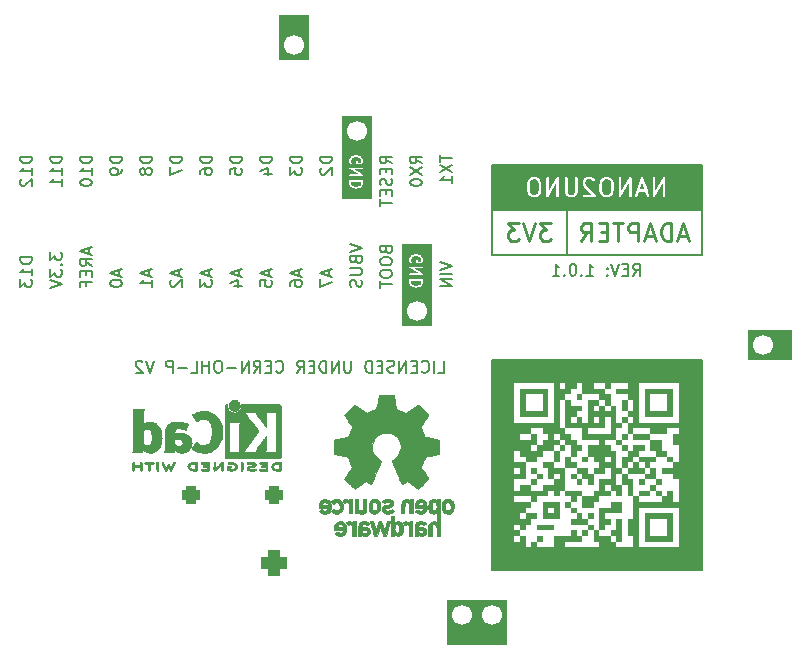
<source format=gbr>
%TF.GenerationSoftware,KiCad,Pcbnew,7.0.1*%
%TF.CreationDate,2023-12-31T00:25:30-05:00*%
%TF.ProjectId,Nano2UNO-Adapter-3V3,4e616e6f-3255-44e4-9f2d-416461707465,1.0.1*%
%TF.SameCoordinates,PX6486dd0PY8062360*%
%TF.FileFunction,Legend,Bot*%
%TF.FilePolarity,Positive*%
%FSLAX46Y46*%
G04 Gerber Fmt 4.6, Leading zero omitted, Abs format (unit mm)*
G04 Created by KiCad (PCBNEW 7.0.1) date 2023-12-31 00:25:30*
%MOMM*%
%LPD*%
G01*
G04 APERTURE LIST*
G04 Aperture macros list*
%AMRoundRect*
0 Rectangle with rounded corners*
0 $1 Rounding radius*
0 $2 $3 $4 $5 $6 $7 $8 $9 X,Y pos of 4 corners*
0 Add a 4 corners polygon primitive as box body*
4,1,4,$2,$3,$4,$5,$6,$7,$8,$9,$2,$3,0*
0 Add four circle primitives for the rounded corners*
1,1,$1+$1,$2,$3*
1,1,$1+$1,$4,$5*
1,1,$1+$1,$6,$7*
1,1,$1+$1,$8,$9*
0 Add four rect primitives between the rounded corners*
20,1,$1+$1,$2,$3,$4,$5,0*
20,1,$1+$1,$4,$5,$6,$7,0*
20,1,$1+$1,$6,$7,$8,$9,0*
20,1,$1+$1,$8,$9,$2,$3,0*%
G04 Aperture macros list end*
%ADD10C,0.000000*%
%ADD11C,0.150000*%
%ADD12C,0.225000*%
%ADD13C,0.010000*%
%ADD14C,1.700000*%
%ADD15RoundRect,0.550000X0.550000X0.550000X-0.550000X0.550000X-0.550000X-0.550000X0.550000X-0.550000X0*%
%ADD16O,2.200000X2.200000*%
%ADD17RoundRect,0.400000X0.400000X0.400000X-0.400000X0.400000X-0.400000X-0.400000X0.400000X-0.400000X0*%
%ADD18C,1.600000*%
%ADD19C,3.200000*%
%ADD20C,2.600000*%
%ADD21O,2.300000X1.500000*%
%ADD22C,2.000000*%
G04 APERTURE END LIST*
D10*
G36*
X58557046Y21246972D02*
G01*
X58557046Y19324610D01*
X56154610Y19324610D01*
X56154610Y19805200D01*
X56635200Y19805200D01*
X58076972Y19805200D01*
X58076972Y21246972D01*
X56635200Y21246972D01*
X56635200Y19805200D01*
X56154610Y19805200D01*
X56154610Y21727046D01*
X58557046Y21727046D01*
X58557046Y21246972D01*
G37*
G36*
X51349219Y15480401D02*
G01*
X50868628Y15480401D01*
X50868628Y15960992D01*
X51349219Y15960992D01*
X51349219Y15480401D01*
G37*
G36*
X47505010Y8752647D02*
G01*
X47024420Y8752647D01*
X47024420Y9233238D01*
X47505010Y9233238D01*
X47505010Y8752647D01*
G37*
G36*
X54232247Y16921656D02*
G01*
X53751656Y16921656D01*
X53751656Y17402247D01*
X54232247Y17402247D01*
X54232247Y16921656D01*
G37*
G36*
X60960000Y22207637D02*
G01*
X60960000Y12116265D01*
X60960000Y11636191D01*
X60960000Y6350211D01*
X43180211Y6350211D01*
X43180211Y8752647D01*
X45102056Y8752647D01*
X45582647Y8752647D01*
X45582647Y9233238D01*
X46063238Y9233238D01*
X46063238Y8272056D01*
X46543829Y8272056D01*
X46543829Y8752647D01*
X47024420Y8752647D01*
X47024420Y8272056D01*
X48466191Y8272056D01*
X48466191Y9233238D01*
X49907447Y9233238D01*
X49907447Y9713829D01*
X50388037Y9713829D01*
X50388037Y9233238D01*
X50868628Y9233238D01*
X50868628Y8752647D01*
X49426856Y8752647D01*
X49426856Y8272056D01*
X52310401Y8272056D01*
X52310401Y8752647D01*
X51829810Y8752647D01*
X51829810Y9713829D01*
X52310401Y9713829D01*
X52310401Y9233238D01*
X53271582Y9233238D01*
X53271582Y8752647D01*
X53751656Y8752647D01*
X53751656Y8272056D01*
X55193428Y8272056D01*
X55674019Y8272056D01*
X59037637Y8272056D01*
X59037637Y11636191D01*
X55674019Y11636191D01*
X55674019Y8272056D01*
X55193428Y8272056D01*
X55193428Y9233238D01*
X54712837Y9233238D01*
X54712837Y10675010D01*
X55193428Y10675010D01*
X55193428Y12596856D01*
X55674019Y12596856D01*
X55674019Y12116265D01*
X57596382Y12116265D01*
X57596382Y12596856D01*
X58076972Y12596856D01*
X58076972Y13077447D01*
X58557046Y13077447D01*
X58557046Y12116265D01*
X59037637Y12116265D01*
X59037637Y14038628D01*
X58557046Y14038628D01*
X58557046Y14519219D01*
X57596382Y14519219D01*
X57596382Y14999810D01*
X58557046Y14999810D01*
X58557046Y15480401D01*
X59037637Y15480401D01*
X59037637Y16921656D01*
X58557046Y16921656D01*
X58557046Y17882837D01*
X59037637Y17882837D01*
X59037637Y18363428D01*
X58076972Y18363428D01*
X58076972Y17882837D01*
X56635200Y17882837D01*
X56635200Y18363428D01*
X55193428Y18363428D01*
X55193428Y17882837D01*
X54712837Y17882837D01*
X54712837Y18844019D01*
X55193428Y18844019D01*
X55674019Y18844019D01*
X59037637Y18844019D01*
X59037637Y22207637D01*
X55674019Y22207637D01*
X55674019Y18844019D01*
X55193428Y18844019D01*
X55193428Y19324610D01*
X54712837Y19324610D01*
X54712837Y19805200D01*
X55193428Y19805200D01*
X55193428Y20766382D01*
X54712837Y20766382D01*
X54712837Y21246972D01*
X53751656Y21246972D01*
X53751656Y21727046D01*
X54712837Y21727046D01*
X54712837Y22207637D01*
X53271582Y22207637D01*
X53271582Y21727046D01*
X52790992Y21727046D01*
X52790992Y21246972D01*
X53271582Y21246972D01*
X53271582Y20285791D01*
X52790992Y20285791D01*
X52790992Y20766382D01*
X52310401Y20766382D01*
X52310401Y21246972D01*
X50868628Y21246972D01*
X50868628Y22207637D01*
X51829810Y22207637D01*
X51829810Y21727046D01*
X52790992Y21727046D01*
X52790992Y22207637D01*
X51829810Y22207637D01*
X50868628Y22207637D01*
X50388037Y22207637D01*
X50388037Y21727046D01*
X49907447Y21727046D01*
X49907447Y21246972D01*
X49426856Y21246972D01*
X49426856Y20766382D01*
X48946265Y20766382D01*
X48946265Y18363428D01*
X49426856Y18363428D01*
X49426856Y20766382D01*
X49907447Y20766382D01*
X49907447Y20285791D01*
X50868628Y20285791D01*
X50868628Y19805200D01*
X50388037Y19805200D01*
X50388037Y19324610D01*
X49907447Y19324610D01*
X49907447Y18844019D01*
X50388037Y18844019D01*
X50388037Y19324610D01*
X50868628Y19324610D01*
X50868628Y18844019D01*
X51349219Y18844019D01*
X51829810Y18844019D01*
X52310401Y18844019D01*
X52310401Y19324610D01*
X51829810Y19324610D01*
X51829810Y18844019D01*
X51349219Y18844019D01*
X51349219Y20766382D01*
X52310401Y20766382D01*
X52310401Y20285791D01*
X51829810Y20285791D01*
X51829810Y19805200D01*
X52310401Y19805200D01*
X52310401Y20285791D01*
X52790992Y20285791D01*
X52790992Y19805200D01*
X53271582Y19805200D01*
X53271582Y20285791D01*
X53751656Y20285791D01*
X53751656Y19324610D01*
X52790992Y19324610D01*
X52790992Y18363428D01*
X51349219Y18363428D01*
X51349219Y17882837D01*
X53271582Y17882837D01*
X53271582Y19324610D01*
X53751656Y19324610D01*
X53751656Y18844019D01*
X54232247Y18844019D01*
X54232247Y18363428D01*
X53751656Y18363428D01*
X53751656Y17402247D01*
X52790992Y17402247D01*
X52790992Y16921656D01*
X53271582Y16921656D01*
X53271582Y16441582D01*
X53751656Y16441582D01*
X53751656Y15960992D01*
X53751656Y14999810D01*
X54232247Y14999810D01*
X54232247Y14519219D01*
X53751656Y14519219D01*
X53751656Y13558037D01*
X54232247Y13558037D01*
X54232247Y14519219D01*
X54712837Y14519219D01*
X54712837Y14038628D01*
X55193428Y14038628D01*
X55193428Y12596856D01*
X54712837Y12596856D01*
X54712837Y13558037D01*
X54232247Y13558037D01*
X54232247Y12596856D01*
X53751656Y12596856D01*
X53751656Y13077447D01*
X53271582Y13077447D01*
X53271582Y12596856D01*
X52310401Y12596856D01*
X52310401Y12116265D01*
X51829810Y12116265D01*
X51829810Y11636191D01*
X50868628Y11636191D01*
X50868628Y12596856D01*
X50388037Y12596856D01*
X50388037Y12116265D01*
X49907447Y12116265D01*
X49907447Y12596856D01*
X49426856Y12596856D01*
X49426856Y13077447D01*
X50868628Y13077447D01*
X50868628Y12596856D01*
X51829810Y12596856D01*
X51829810Y13077447D01*
X52310401Y13077447D01*
X52790992Y13077447D01*
X53271582Y13077447D01*
X53271582Y13558037D01*
X52790992Y13558037D01*
X52790992Y13077447D01*
X52310401Y13077447D01*
X52310401Y14038628D01*
X53271582Y14038628D01*
X53271582Y14999810D01*
X52790992Y14999810D01*
X52790992Y14519219D01*
X51829810Y14519219D01*
X51829810Y14999810D01*
X52310401Y14999810D01*
X52310401Y15480401D01*
X52790992Y15480401D01*
X53271582Y15480401D01*
X53271582Y15960992D01*
X52790992Y15960992D01*
X52790992Y15480401D01*
X52310401Y15480401D01*
X51829810Y15480401D01*
X51829810Y15960992D01*
X51349219Y15960992D01*
X51349219Y16921656D01*
X52310401Y16921656D01*
X52310401Y17402247D01*
X50868628Y17402247D01*
X50868628Y18363428D01*
X49426856Y18363428D01*
X49426856Y17882837D01*
X49907447Y17882837D01*
X49907447Y17402247D01*
X50388037Y17402247D01*
X50388037Y16921656D01*
X50868628Y16921656D01*
X50868628Y16441582D01*
X50388037Y16441582D01*
X50388037Y15960992D01*
X49907447Y15960992D01*
X49907447Y16921656D01*
X49426856Y16921656D01*
X49426856Y16441582D01*
X48946265Y16441582D01*
X48946265Y15480401D01*
X48466191Y15480401D01*
X48466191Y16441582D01*
X48946265Y16441582D01*
X48946265Y16921656D01*
X49426856Y16921656D01*
X49426856Y17402247D01*
X48946265Y17402247D01*
X48946265Y16921656D01*
X48466191Y16921656D01*
X48466191Y16441582D01*
X47505010Y16441582D01*
X47505010Y15960992D01*
X47024420Y15960992D01*
X47024420Y15480401D01*
X46063238Y15480401D01*
X46063238Y15960992D01*
X45582647Y15960992D01*
X45582647Y16441582D01*
X45102056Y16441582D01*
X45102056Y15480401D01*
X46063238Y15480401D01*
X46063238Y14999810D01*
X46063238Y14038628D01*
X45102056Y14038628D01*
X45102056Y13077447D01*
X45582647Y13077447D01*
X45582647Y13558037D01*
X46543829Y13558037D01*
X46543829Y13077447D01*
X47505010Y13077447D01*
X47505010Y13558037D01*
X48466191Y13558037D01*
X48466191Y14038628D01*
X48946265Y14038628D01*
X48946265Y14519219D01*
X48466191Y14519219D01*
X48466191Y14038628D01*
X47985599Y14038628D01*
X47985599Y14999810D01*
X47505010Y14999810D01*
X47505010Y15480401D01*
X48466191Y15480401D01*
X48466191Y14999810D01*
X49426856Y14999810D01*
X49426856Y14519219D01*
X49426856Y13077447D01*
X48946265Y13077447D01*
X48946265Y12596856D01*
X48466191Y12596856D01*
X48466191Y13077447D01*
X47985599Y13077447D01*
X47985599Y12596856D01*
X47024420Y12596856D01*
X47024420Y12116265D01*
X46543829Y12116265D01*
X46543829Y11636191D01*
X46063238Y11636191D01*
X46063238Y11155599D01*
X45582647Y11155599D01*
X45582647Y10675010D01*
X46063238Y10675010D01*
X46063238Y11155599D01*
X47024420Y11155599D01*
X47024420Y10675010D01*
X46543829Y10675010D01*
X46543829Y10194420D01*
X46063238Y10194420D01*
X46063238Y9713829D01*
X45582647Y9713829D01*
X45582647Y9233238D01*
X45102056Y9233238D01*
X45102056Y8752647D01*
X43180211Y8752647D01*
X43180211Y9713829D01*
X45102056Y9713829D01*
X45582647Y9713829D01*
X45582647Y10194420D01*
X45102056Y10194420D01*
X45102056Y9713829D01*
X43180211Y9713829D01*
X43180211Y12116265D01*
X45102056Y12116265D01*
X46543829Y12116265D01*
X46543829Y12596856D01*
X45102056Y12596856D01*
X45102056Y12116265D01*
X43180211Y12116265D01*
X43180211Y14519219D01*
X45102056Y14519219D01*
X45582647Y14519219D01*
X45582647Y14999810D01*
X45102056Y14999810D01*
X45102056Y14519219D01*
X43180211Y14519219D01*
X43180211Y17402247D01*
X45582647Y17402247D01*
X46543829Y17402247D01*
X46543829Y17882837D01*
X47024420Y17882837D01*
X47024420Y16921656D01*
X46543829Y16921656D01*
X46543829Y16441582D01*
X47024420Y16441582D01*
X47024420Y16921656D01*
X47505010Y16921656D01*
X47505010Y17402247D01*
X47985599Y17402247D01*
X48466191Y17402247D01*
X48946265Y17402247D01*
X48946265Y17882837D01*
X48466191Y17882837D01*
X48466191Y17402247D01*
X47985599Y17402247D01*
X47985599Y17882837D01*
X47505010Y17882837D01*
X47505010Y18363428D01*
X46543829Y18363428D01*
X46543829Y17882837D01*
X45582647Y17882837D01*
X45582647Y17402247D01*
X43180211Y17402247D01*
X43180211Y22207637D01*
X45102056Y22207637D01*
X45102056Y18844019D01*
X48466191Y18844019D01*
X48466191Y22207637D01*
X48946265Y22207637D01*
X48946265Y21727046D01*
X49426856Y21727046D01*
X49426856Y22207637D01*
X48946265Y22207637D01*
X48466191Y22207637D01*
X45102056Y22207637D01*
X43180211Y22207637D01*
X43180211Y24130000D01*
X60960000Y24130000D01*
X60960000Y22207637D01*
G37*
D11*
X43180000Y40640000D02*
X60960000Y40640000D01*
X60960000Y33020000D01*
X43180000Y33020000D01*
X43180000Y40640000D01*
D10*
G36*
X55674019Y14999810D02*
G01*
X56154610Y14999810D01*
X56154610Y14519219D01*
X54712837Y14519219D01*
X54712837Y14999810D01*
X55193428Y14999810D01*
X55193428Y15480401D01*
X55674019Y15480401D01*
X55674019Y14999810D01*
G37*
D11*
X43180000Y36830000D02*
X60960000Y36830000D01*
D10*
G36*
X47985599Y21246972D02*
G01*
X47985599Y19324610D01*
X45582647Y19324610D01*
X45582647Y19805200D01*
X46063238Y19805200D01*
X47505010Y19805200D01*
X47505010Y21246972D01*
X46063238Y21246972D01*
X46063238Y19805200D01*
X45582647Y19805200D01*
X45582647Y21727046D01*
X47985599Y21727046D01*
X47985599Y21246972D01*
G37*
G36*
X57596382Y13558037D02*
G01*
X57115791Y13558037D01*
X57115791Y14038628D01*
X57596382Y14038628D01*
X57596382Y13558037D01*
G37*
G36*
X50868628Y10675010D02*
G01*
X51349219Y10675010D01*
X51349219Y10194420D01*
X49907447Y10194420D01*
X49907447Y10675010D01*
X50388037Y10675010D01*
X50388037Y11155599D01*
X50868628Y11155599D01*
X50868628Y10675010D01*
G37*
G36*
X54712837Y19805200D02*
G01*
X54232247Y19805200D01*
X54232247Y20766382D01*
X54712837Y20766382D01*
X54712837Y19805200D01*
G37*
G36*
X51829810Y10675010D02*
G01*
X51349219Y10675010D01*
X51349219Y11155599D01*
X51829810Y11155599D01*
X51829810Y10675010D01*
G37*
G36*
X50868628Y13558037D02*
G01*
X50388037Y13558037D01*
X50388037Y14038628D01*
X50868628Y14038628D01*
X50868628Y13558037D01*
G37*
G36*
X57115791Y14038628D02*
G01*
X56154610Y14038628D01*
X56154610Y14519219D01*
X56635200Y14519219D01*
X56635200Y14999810D01*
X57115791Y14999810D01*
X57115791Y14038628D01*
G37*
G36*
X49907447Y15480401D02*
G01*
X50388037Y15480401D01*
X50388037Y14999810D01*
X49426856Y14999810D01*
X49426856Y15960992D01*
X49907447Y15960992D01*
X49907447Y15480401D01*
G37*
G36*
X50388037Y11155599D02*
G01*
X49907447Y11155599D01*
X49907447Y11636191D01*
X50388037Y11636191D01*
X50388037Y11155599D01*
G37*
G36*
X57115791Y13077447D02*
G01*
X56635200Y13077447D01*
X56635200Y13558037D01*
X57115791Y13558037D01*
X57115791Y13077447D01*
G37*
G36*
X58557046Y15480401D02*
G01*
X58076972Y15480401D01*
X58076972Y15960992D01*
X58557046Y15960992D01*
X58557046Y15480401D01*
G37*
G36*
X56154610Y13558037D02*
G01*
X55674019Y13558037D01*
X55674019Y14038628D01*
X56154610Y14038628D01*
X56154610Y13558037D01*
G37*
G36*
X51349219Y14519219D02*
G01*
X51829810Y14519219D01*
X51829810Y13558037D01*
X51349219Y13558037D01*
X51349219Y14038628D01*
X50868628Y14038628D01*
X50868628Y14519219D01*
X50388037Y14519219D01*
X50388037Y14999810D01*
X51349219Y14999810D01*
X51349219Y14519219D01*
G37*
G36*
X57596382Y12596856D02*
G01*
X57115791Y12596856D01*
X57115791Y13077447D01*
X57596382Y13077447D01*
X57596382Y12596856D01*
G37*
D11*
X49530000Y33020000D02*
X49530000Y36830000D01*
D10*
G36*
X56635200Y17402247D02*
G01*
X55193428Y17402247D01*
X55193428Y17882837D01*
X56635200Y17882837D01*
X56635200Y17402247D01*
G37*
G36*
X57115791Y15480401D02*
G01*
X56635200Y15480401D01*
X56635200Y14999810D01*
X56154610Y14999810D01*
X56154610Y15480401D01*
X55674019Y15480401D01*
X55674019Y15960992D01*
X57115791Y15960992D01*
X57115791Y15480401D01*
G37*
G36*
X56154610Y16441582D02*
G01*
X55674019Y16441582D01*
X55674019Y15960992D01*
X55193428Y15960992D01*
X55193428Y15480401D01*
X54712837Y15480401D01*
X54712837Y14999810D01*
X54232247Y14999810D01*
X54232247Y15960992D01*
X54712837Y15960992D01*
X54712837Y16441582D01*
X55193428Y16441582D01*
X55193428Y16921656D01*
X56154610Y16921656D01*
X56154610Y16441582D01*
G37*
G36*
X47505010Y14038628D02*
G01*
X47024420Y14038628D01*
X47024420Y14519219D01*
X47505010Y14519219D01*
X47505010Y14038628D01*
G37*
G36*
X54712837Y16441582D02*
G01*
X54232247Y16441582D01*
X54232247Y16921656D01*
X54712837Y16921656D01*
X54712837Y16441582D01*
G37*
G36*
X50388037Y14038628D02*
G01*
X49907447Y14038628D01*
X49907447Y14519219D01*
X50388037Y14519219D01*
X50388037Y14038628D01*
G37*
G36*
X54232247Y8752647D02*
G01*
X53751656Y8752647D01*
X53751656Y9233238D01*
X53271582Y9233238D01*
X53271582Y9713829D01*
X53751656Y9713829D01*
X53751656Y10675010D01*
X54232247Y10675010D01*
X54232247Y8752647D01*
G37*
G36*
X54712837Y18844019D02*
G01*
X54232247Y18844019D01*
X54232247Y19324610D01*
X54712837Y19324610D01*
X54712837Y18844019D01*
G37*
G36*
X47024420Y13558037D02*
G01*
X46543829Y13558037D01*
X46543829Y14038628D01*
X47024420Y14038628D01*
X47024420Y13558037D01*
G37*
G36*
X47024420Y14519219D02*
G01*
X46543829Y14519219D01*
X46543829Y14999810D01*
X47024420Y14999810D01*
X47024420Y14519219D01*
G37*
G36*
X48946265Y11636191D02*
G01*
X48946265Y10675010D01*
X47505010Y10675010D01*
X47505010Y11155599D01*
X47985599Y11155599D01*
X48466191Y11155599D01*
X48466191Y11636191D01*
X47985599Y11636191D01*
X47985599Y11155599D01*
X47505010Y11155599D01*
X47505010Y12116265D01*
X48946265Y12116265D01*
X48946265Y11636191D01*
G37*
G36*
X51829810Y9713829D02*
G01*
X51349219Y9713829D01*
X51349219Y10194420D01*
X51829810Y10194420D01*
X51829810Y9713829D01*
G37*
G36*
X50868628Y20766382D02*
G01*
X50388037Y20766382D01*
X50388037Y21246972D01*
X50868628Y21246972D01*
X50868628Y20766382D01*
G37*
G36*
X57596382Y16441582D02*
G01*
X58076972Y16441582D01*
X58076972Y15960992D01*
X57115791Y15960992D01*
X57115791Y16441582D01*
X56635200Y16441582D01*
X56635200Y17402247D01*
X57596382Y17402247D01*
X57596382Y16441582D01*
G37*
G36*
X51349219Y9233238D02*
G01*
X50868628Y9233238D01*
X50868628Y9713829D01*
X51349219Y9713829D01*
X51349219Y9233238D01*
G37*
D11*
X43180005Y24130000D02*
X60960000Y24130000D01*
X60960000Y6350005D01*
X43180005Y6350005D01*
X43180005Y24130000D01*
D10*
G36*
X58557046Y10675010D02*
G01*
X58557046Y8752647D01*
X56154610Y8752647D01*
X56154610Y9233238D01*
X56635200Y9233238D01*
X58076972Y9233238D01*
X58076972Y10675010D01*
X56635200Y10675010D01*
X56635200Y9233238D01*
X56154610Y9233238D01*
X56154610Y11155599D01*
X58557046Y11155599D01*
X58557046Y10675010D01*
G37*
G36*
X56635200Y12596856D02*
G01*
X55674019Y12596856D01*
X55674019Y13077447D01*
X56635200Y13077447D01*
X56635200Y12596856D01*
G37*
G36*
X54712837Y17402247D02*
G01*
X54232247Y17402247D01*
X54232247Y17882837D01*
X54712837Y17882837D01*
X54712837Y17402247D01*
G37*
G36*
X54232247Y11155599D02*
G01*
X52790992Y11155599D01*
X52790992Y10675010D01*
X53271582Y10675010D01*
X53271582Y10194420D01*
X52790992Y10194420D01*
X52790992Y9713829D01*
X52310401Y9713829D01*
X52310401Y11636191D01*
X53271582Y11636191D01*
X53271582Y12116265D01*
X54232247Y12116265D01*
X54232247Y11155599D01*
G37*
G36*
X49907447Y11636191D02*
G01*
X49426856Y11636191D01*
X49426856Y12116265D01*
X49907447Y12116265D01*
X49907447Y11636191D01*
G37*
G36*
X48466191Y9713829D02*
G01*
X47024420Y9713829D01*
X47024420Y10194420D01*
X48466191Y10194420D01*
X48466191Y9713829D01*
G37*
D11*
X38655714Y23082381D02*
X39131904Y23082381D01*
X39131904Y23082381D02*
X39131904Y24082381D01*
X38322380Y23082381D02*
X38322380Y24082381D01*
X37274762Y23177620D02*
X37322381Y23130000D01*
X37322381Y23130000D02*
X37465238Y23082381D01*
X37465238Y23082381D02*
X37560476Y23082381D01*
X37560476Y23082381D02*
X37703333Y23130000D01*
X37703333Y23130000D02*
X37798571Y23225239D01*
X37798571Y23225239D02*
X37846190Y23320477D01*
X37846190Y23320477D02*
X37893809Y23510953D01*
X37893809Y23510953D02*
X37893809Y23653810D01*
X37893809Y23653810D02*
X37846190Y23844286D01*
X37846190Y23844286D02*
X37798571Y23939524D01*
X37798571Y23939524D02*
X37703333Y24034762D01*
X37703333Y24034762D02*
X37560476Y24082381D01*
X37560476Y24082381D02*
X37465238Y24082381D01*
X37465238Y24082381D02*
X37322381Y24034762D01*
X37322381Y24034762D02*
X37274762Y23987143D01*
X36846190Y23606191D02*
X36512857Y23606191D01*
X36370000Y23082381D02*
X36846190Y23082381D01*
X36846190Y23082381D02*
X36846190Y24082381D01*
X36846190Y24082381D02*
X36370000Y24082381D01*
X35941428Y23082381D02*
X35941428Y24082381D01*
X35941428Y24082381D02*
X35370000Y23082381D01*
X35370000Y23082381D02*
X35370000Y24082381D01*
X34941428Y23130000D02*
X34798571Y23082381D01*
X34798571Y23082381D02*
X34560476Y23082381D01*
X34560476Y23082381D02*
X34465238Y23130000D01*
X34465238Y23130000D02*
X34417619Y23177620D01*
X34417619Y23177620D02*
X34370000Y23272858D01*
X34370000Y23272858D02*
X34370000Y23368096D01*
X34370000Y23368096D02*
X34417619Y23463334D01*
X34417619Y23463334D02*
X34465238Y23510953D01*
X34465238Y23510953D02*
X34560476Y23558572D01*
X34560476Y23558572D02*
X34750952Y23606191D01*
X34750952Y23606191D02*
X34846190Y23653810D01*
X34846190Y23653810D02*
X34893809Y23701429D01*
X34893809Y23701429D02*
X34941428Y23796667D01*
X34941428Y23796667D02*
X34941428Y23891905D01*
X34941428Y23891905D02*
X34893809Y23987143D01*
X34893809Y23987143D02*
X34846190Y24034762D01*
X34846190Y24034762D02*
X34750952Y24082381D01*
X34750952Y24082381D02*
X34512857Y24082381D01*
X34512857Y24082381D02*
X34370000Y24034762D01*
X33941428Y23606191D02*
X33608095Y23606191D01*
X33465238Y23082381D02*
X33941428Y23082381D01*
X33941428Y23082381D02*
X33941428Y24082381D01*
X33941428Y24082381D02*
X33465238Y24082381D01*
X33036666Y23082381D02*
X33036666Y24082381D01*
X33036666Y24082381D02*
X32798571Y24082381D01*
X32798571Y24082381D02*
X32655714Y24034762D01*
X32655714Y24034762D02*
X32560476Y23939524D01*
X32560476Y23939524D02*
X32512857Y23844286D01*
X32512857Y23844286D02*
X32465238Y23653810D01*
X32465238Y23653810D02*
X32465238Y23510953D01*
X32465238Y23510953D02*
X32512857Y23320477D01*
X32512857Y23320477D02*
X32560476Y23225239D01*
X32560476Y23225239D02*
X32655714Y23130000D01*
X32655714Y23130000D02*
X32798571Y23082381D01*
X32798571Y23082381D02*
X33036666Y23082381D01*
X31274761Y24082381D02*
X31274761Y23272858D01*
X31274761Y23272858D02*
X31227142Y23177620D01*
X31227142Y23177620D02*
X31179523Y23130000D01*
X31179523Y23130000D02*
X31084285Y23082381D01*
X31084285Y23082381D02*
X30893809Y23082381D01*
X30893809Y23082381D02*
X30798571Y23130000D01*
X30798571Y23130000D02*
X30750952Y23177620D01*
X30750952Y23177620D02*
X30703333Y23272858D01*
X30703333Y23272858D02*
X30703333Y24082381D01*
X30227142Y23082381D02*
X30227142Y24082381D01*
X30227142Y24082381D02*
X29655714Y23082381D01*
X29655714Y23082381D02*
X29655714Y24082381D01*
X29179523Y23082381D02*
X29179523Y24082381D01*
X29179523Y24082381D02*
X28941428Y24082381D01*
X28941428Y24082381D02*
X28798571Y24034762D01*
X28798571Y24034762D02*
X28703333Y23939524D01*
X28703333Y23939524D02*
X28655714Y23844286D01*
X28655714Y23844286D02*
X28608095Y23653810D01*
X28608095Y23653810D02*
X28608095Y23510953D01*
X28608095Y23510953D02*
X28655714Y23320477D01*
X28655714Y23320477D02*
X28703333Y23225239D01*
X28703333Y23225239D02*
X28798571Y23130000D01*
X28798571Y23130000D02*
X28941428Y23082381D01*
X28941428Y23082381D02*
X29179523Y23082381D01*
X28179523Y23606191D02*
X27846190Y23606191D01*
X27703333Y23082381D02*
X28179523Y23082381D01*
X28179523Y23082381D02*
X28179523Y24082381D01*
X28179523Y24082381D02*
X27703333Y24082381D01*
X26703333Y23082381D02*
X27036666Y23558572D01*
X27274761Y23082381D02*
X27274761Y24082381D01*
X27274761Y24082381D02*
X26893809Y24082381D01*
X26893809Y24082381D02*
X26798571Y24034762D01*
X26798571Y24034762D02*
X26750952Y23987143D01*
X26750952Y23987143D02*
X26703333Y23891905D01*
X26703333Y23891905D02*
X26703333Y23749048D01*
X26703333Y23749048D02*
X26750952Y23653810D01*
X26750952Y23653810D02*
X26798571Y23606191D01*
X26798571Y23606191D02*
X26893809Y23558572D01*
X26893809Y23558572D02*
X27274761Y23558572D01*
X24941428Y23177620D02*
X24989047Y23130000D01*
X24989047Y23130000D02*
X25131904Y23082381D01*
X25131904Y23082381D02*
X25227142Y23082381D01*
X25227142Y23082381D02*
X25369999Y23130000D01*
X25369999Y23130000D02*
X25465237Y23225239D01*
X25465237Y23225239D02*
X25512856Y23320477D01*
X25512856Y23320477D02*
X25560475Y23510953D01*
X25560475Y23510953D02*
X25560475Y23653810D01*
X25560475Y23653810D02*
X25512856Y23844286D01*
X25512856Y23844286D02*
X25465237Y23939524D01*
X25465237Y23939524D02*
X25369999Y24034762D01*
X25369999Y24034762D02*
X25227142Y24082381D01*
X25227142Y24082381D02*
X25131904Y24082381D01*
X25131904Y24082381D02*
X24989047Y24034762D01*
X24989047Y24034762D02*
X24941428Y23987143D01*
X24512856Y23606191D02*
X24179523Y23606191D01*
X24036666Y23082381D02*
X24512856Y23082381D01*
X24512856Y23082381D02*
X24512856Y24082381D01*
X24512856Y24082381D02*
X24036666Y24082381D01*
X23036666Y23082381D02*
X23369999Y23558572D01*
X23608094Y23082381D02*
X23608094Y24082381D01*
X23608094Y24082381D02*
X23227142Y24082381D01*
X23227142Y24082381D02*
X23131904Y24034762D01*
X23131904Y24034762D02*
X23084285Y23987143D01*
X23084285Y23987143D02*
X23036666Y23891905D01*
X23036666Y23891905D02*
X23036666Y23749048D01*
X23036666Y23749048D02*
X23084285Y23653810D01*
X23084285Y23653810D02*
X23131904Y23606191D01*
X23131904Y23606191D02*
X23227142Y23558572D01*
X23227142Y23558572D02*
X23608094Y23558572D01*
X22608094Y23082381D02*
X22608094Y24082381D01*
X22608094Y24082381D02*
X22036666Y23082381D01*
X22036666Y23082381D02*
X22036666Y24082381D01*
X21560475Y23463334D02*
X20798571Y23463334D01*
X20131904Y24082381D02*
X19941428Y24082381D01*
X19941428Y24082381D02*
X19846190Y24034762D01*
X19846190Y24034762D02*
X19750952Y23939524D01*
X19750952Y23939524D02*
X19703333Y23749048D01*
X19703333Y23749048D02*
X19703333Y23415715D01*
X19703333Y23415715D02*
X19750952Y23225239D01*
X19750952Y23225239D02*
X19846190Y23130000D01*
X19846190Y23130000D02*
X19941428Y23082381D01*
X19941428Y23082381D02*
X20131904Y23082381D01*
X20131904Y23082381D02*
X20227142Y23130000D01*
X20227142Y23130000D02*
X20322380Y23225239D01*
X20322380Y23225239D02*
X20369999Y23415715D01*
X20369999Y23415715D02*
X20369999Y23749048D01*
X20369999Y23749048D02*
X20322380Y23939524D01*
X20322380Y23939524D02*
X20227142Y24034762D01*
X20227142Y24034762D02*
X20131904Y24082381D01*
X19274761Y23082381D02*
X19274761Y24082381D01*
X19274761Y23606191D02*
X18703333Y23606191D01*
X18703333Y23082381D02*
X18703333Y24082381D01*
X17750952Y23082381D02*
X18227142Y23082381D01*
X18227142Y23082381D02*
X18227142Y24082381D01*
X17417618Y23463334D02*
X16655714Y23463334D01*
X16179523Y23082381D02*
X16179523Y24082381D01*
X16179523Y24082381D02*
X15798571Y24082381D01*
X15798571Y24082381D02*
X15703333Y24034762D01*
X15703333Y24034762D02*
X15655714Y23987143D01*
X15655714Y23987143D02*
X15608095Y23891905D01*
X15608095Y23891905D02*
X15608095Y23749048D01*
X15608095Y23749048D02*
X15655714Y23653810D01*
X15655714Y23653810D02*
X15703333Y23606191D01*
X15703333Y23606191D02*
X15798571Y23558572D01*
X15798571Y23558572D02*
X16179523Y23558572D01*
X14560475Y24082381D02*
X14227142Y23082381D01*
X14227142Y23082381D02*
X13893809Y24082381D01*
X13608094Y23987143D02*
X13560475Y24034762D01*
X13560475Y24034762D02*
X13465237Y24082381D01*
X13465237Y24082381D02*
X13227142Y24082381D01*
X13227142Y24082381D02*
X13131904Y24034762D01*
X13131904Y24034762D02*
X13084285Y23987143D01*
X13084285Y23987143D02*
X13036666Y23891905D01*
X13036666Y23891905D02*
X13036666Y23796667D01*
X13036666Y23796667D02*
X13084285Y23653810D01*
X13084285Y23653810D02*
X13655713Y23082381D01*
X13655713Y23082381D02*
X13036666Y23082381D01*
D12*
X48212142Y35731072D02*
X47283570Y35731072D01*
X47283570Y35731072D02*
X47783570Y35159643D01*
X47783570Y35159643D02*
X47569285Y35159643D01*
X47569285Y35159643D02*
X47426428Y35088215D01*
X47426428Y35088215D02*
X47354999Y35016786D01*
X47354999Y35016786D02*
X47283570Y34873929D01*
X47283570Y34873929D02*
X47283570Y34516786D01*
X47283570Y34516786D02*
X47354999Y34373929D01*
X47354999Y34373929D02*
X47426428Y34302500D01*
X47426428Y34302500D02*
X47569285Y34231072D01*
X47569285Y34231072D02*
X47997856Y34231072D01*
X47997856Y34231072D02*
X48140713Y34302500D01*
X48140713Y34302500D02*
X48212142Y34373929D01*
X46854999Y35731072D02*
X46354999Y34231072D01*
X46354999Y34231072D02*
X45854999Y35731072D01*
X45497857Y35731072D02*
X44569285Y35731072D01*
X44569285Y35731072D02*
X45069285Y35159643D01*
X45069285Y35159643D02*
X44855000Y35159643D01*
X44855000Y35159643D02*
X44712143Y35088215D01*
X44712143Y35088215D02*
X44640714Y35016786D01*
X44640714Y35016786D02*
X44569285Y34873929D01*
X44569285Y34873929D02*
X44569285Y34516786D01*
X44569285Y34516786D02*
X44640714Y34373929D01*
X44640714Y34373929D02*
X44712143Y34302500D01*
X44712143Y34302500D02*
X44855000Y34231072D01*
X44855000Y34231072D02*
X45283571Y34231072D01*
X45283571Y34231072D02*
X45426428Y34302500D01*
X45426428Y34302500D02*
X45497857Y34373929D01*
D11*
X55165237Y31287381D02*
X55498570Y31763572D01*
X55736665Y31287381D02*
X55736665Y32287381D01*
X55736665Y32287381D02*
X55355713Y32287381D01*
X55355713Y32287381D02*
X55260475Y32239762D01*
X55260475Y32239762D02*
X55212856Y32192143D01*
X55212856Y32192143D02*
X55165237Y32096905D01*
X55165237Y32096905D02*
X55165237Y31954048D01*
X55165237Y31954048D02*
X55212856Y31858810D01*
X55212856Y31858810D02*
X55260475Y31811191D01*
X55260475Y31811191D02*
X55355713Y31763572D01*
X55355713Y31763572D02*
X55736665Y31763572D01*
X54736665Y31811191D02*
X54403332Y31811191D01*
X54260475Y31287381D02*
X54736665Y31287381D01*
X54736665Y31287381D02*
X54736665Y32287381D01*
X54736665Y32287381D02*
X54260475Y32287381D01*
X53974760Y32287381D02*
X53641427Y31287381D01*
X53641427Y31287381D02*
X53308094Y32287381D01*
X52974760Y31382620D02*
X52927141Y31335000D01*
X52927141Y31335000D02*
X52974760Y31287381D01*
X52974760Y31287381D02*
X53022379Y31335000D01*
X53022379Y31335000D02*
X52974760Y31382620D01*
X52974760Y31382620D02*
X52974760Y31287381D01*
X52974760Y31906429D02*
X52927141Y31858810D01*
X52927141Y31858810D02*
X52974760Y31811191D01*
X52974760Y31811191D02*
X53022379Y31858810D01*
X53022379Y31858810D02*
X52974760Y31906429D01*
X52974760Y31906429D02*
X52974760Y31811191D01*
X51212856Y31287381D02*
X51784284Y31287381D01*
X51498570Y31287381D02*
X51498570Y32287381D01*
X51498570Y32287381D02*
X51593808Y32144524D01*
X51593808Y32144524D02*
X51689046Y32049286D01*
X51689046Y32049286D02*
X51784284Y32001667D01*
X50784284Y31382620D02*
X50736665Y31335000D01*
X50736665Y31335000D02*
X50784284Y31287381D01*
X50784284Y31287381D02*
X50831903Y31335000D01*
X50831903Y31335000D02*
X50784284Y31382620D01*
X50784284Y31382620D02*
X50784284Y31287381D01*
X50117618Y32287381D02*
X50022380Y32287381D01*
X50022380Y32287381D02*
X49927142Y32239762D01*
X49927142Y32239762D02*
X49879523Y32192143D01*
X49879523Y32192143D02*
X49831904Y32096905D01*
X49831904Y32096905D02*
X49784285Y31906429D01*
X49784285Y31906429D02*
X49784285Y31668334D01*
X49784285Y31668334D02*
X49831904Y31477858D01*
X49831904Y31477858D02*
X49879523Y31382620D01*
X49879523Y31382620D02*
X49927142Y31335000D01*
X49927142Y31335000D02*
X50022380Y31287381D01*
X50022380Y31287381D02*
X50117618Y31287381D01*
X50117618Y31287381D02*
X50212856Y31335000D01*
X50212856Y31335000D02*
X50260475Y31382620D01*
X50260475Y31382620D02*
X50308094Y31477858D01*
X50308094Y31477858D02*
X50355713Y31668334D01*
X50355713Y31668334D02*
X50355713Y31906429D01*
X50355713Y31906429D02*
X50308094Y32096905D01*
X50308094Y32096905D02*
X50260475Y32192143D01*
X50260475Y32192143D02*
X50212856Y32239762D01*
X50212856Y32239762D02*
X50117618Y32287381D01*
X49355713Y31382620D02*
X49308094Y31335000D01*
X49308094Y31335000D02*
X49355713Y31287381D01*
X49355713Y31287381D02*
X49403332Y31335000D01*
X49403332Y31335000D02*
X49355713Y31382620D01*
X49355713Y31382620D02*
X49355713Y31287381D01*
X48355714Y31287381D02*
X48927142Y31287381D01*
X48641428Y31287381D02*
X48641428Y32287381D01*
X48641428Y32287381D02*
X48736666Y32144524D01*
X48736666Y32144524D02*
X48831904Y32049286D01*
X48831904Y32049286D02*
X48927142Y32001667D01*
D12*
X59744999Y34659643D02*
X59030714Y34659643D01*
X59887856Y34231072D02*
X59387856Y35731072D01*
X59387856Y35731072D02*
X58887856Y34231072D01*
X58387857Y34231072D02*
X58387857Y35731072D01*
X58387857Y35731072D02*
X58030714Y35731072D01*
X58030714Y35731072D02*
X57816428Y35659643D01*
X57816428Y35659643D02*
X57673571Y35516786D01*
X57673571Y35516786D02*
X57602142Y35373929D01*
X57602142Y35373929D02*
X57530714Y35088215D01*
X57530714Y35088215D02*
X57530714Y34873929D01*
X57530714Y34873929D02*
X57602142Y34588215D01*
X57602142Y34588215D02*
X57673571Y34445358D01*
X57673571Y34445358D02*
X57816428Y34302500D01*
X57816428Y34302500D02*
X58030714Y34231072D01*
X58030714Y34231072D02*
X58387857Y34231072D01*
X56959285Y34659643D02*
X56245000Y34659643D01*
X57102142Y34231072D02*
X56602142Y35731072D01*
X56602142Y35731072D02*
X56102142Y34231072D01*
X55602143Y34231072D02*
X55602143Y35731072D01*
X55602143Y35731072D02*
X55030714Y35731072D01*
X55030714Y35731072D02*
X54887857Y35659643D01*
X54887857Y35659643D02*
X54816428Y35588215D01*
X54816428Y35588215D02*
X54745000Y35445358D01*
X54745000Y35445358D02*
X54745000Y35231072D01*
X54745000Y35231072D02*
X54816428Y35088215D01*
X54816428Y35088215D02*
X54887857Y35016786D01*
X54887857Y35016786D02*
X55030714Y34945358D01*
X55030714Y34945358D02*
X55602143Y34945358D01*
X54316428Y35731072D02*
X53459286Y35731072D01*
X53887857Y34231072D02*
X53887857Y35731072D01*
X52959286Y35016786D02*
X52459286Y35016786D01*
X52245000Y34231072D02*
X52959286Y34231072D01*
X52959286Y34231072D02*
X52959286Y35731072D01*
X52959286Y35731072D02*
X52245000Y35731072D01*
X50745000Y34231072D02*
X51245000Y34945358D01*
X51602143Y34231072D02*
X51602143Y35731072D01*
X51602143Y35731072D02*
X51030714Y35731072D01*
X51030714Y35731072D02*
X50887857Y35659643D01*
X50887857Y35659643D02*
X50816428Y35588215D01*
X50816428Y35588215D02*
X50745000Y35445358D01*
X50745000Y35445358D02*
X50745000Y35231072D01*
X50745000Y35231072D02*
X50816428Y35088215D01*
X50816428Y35088215D02*
X50887857Y35016786D01*
X50887857Y35016786D02*
X51030714Y34945358D01*
X51030714Y34945358D02*
X51602143Y34945358D01*
G36*
X56128200Y38582143D02*
G01*
X55726084Y38582143D01*
X55927142Y39185316D01*
X56128200Y38582143D01*
G37*
G36*
X53146216Y39377185D02*
G01*
X53254130Y39269271D01*
X53314642Y39027224D01*
X53314642Y38554920D01*
X53254130Y38312873D01*
X53146217Y38204960D01*
X53043442Y38153572D01*
X52810842Y38153572D01*
X52708069Y38204958D01*
X52600154Y38312873D01*
X52539642Y38554921D01*
X52539642Y39027223D01*
X52600154Y39269271D01*
X52708068Y39377185D01*
X52810843Y39428572D01*
X53043442Y39428572D01*
X53146216Y39377185D01*
G37*
G36*
X47003358Y39377185D02*
G01*
X47111272Y39269271D01*
X47171784Y39027224D01*
X47171784Y38554920D01*
X47111272Y38312873D01*
X47003359Y38204960D01*
X46900584Y38153572D01*
X46667984Y38153572D01*
X46565211Y38204958D01*
X46457296Y38312873D01*
X46396784Y38554921D01*
X46396784Y39027223D01*
X46457296Y39269271D01*
X46565210Y39377185D01*
X46667985Y39428572D01*
X46900584Y39428572D01*
X47003358Y39377185D01*
G37*
G36*
X58824466Y37151964D02*
G01*
X45315535Y37151964D01*
X45315535Y38545833D01*
X46167131Y38545833D01*
X46171784Y38527221D01*
X46171784Y38524898D01*
X46175693Y38511585D01*
X46246151Y38229758D01*
X46252805Y38199167D01*
X46265973Y38185998D01*
X46275396Y38169938D01*
X46288851Y38163120D01*
X46409047Y38042924D01*
X46418713Y38026650D01*
X46446440Y38012787D01*
X46473647Y37997930D01*
X46475839Y37998087D01*
X46585704Y37943155D01*
X46608394Y37928572D01*
X46631385Y37928572D01*
X46654014Y37924500D01*
X46663831Y37928572D01*
X46921084Y37928572D01*
X46947906Y37925676D01*
X46968471Y37935959D01*
X46990531Y37942436D01*
X46997490Y37950468D01*
X47107695Y38005570D01*
X47126191Y38009593D01*
X47148111Y38031514D01*
X47151828Y38034971D01*
X47810052Y38034971D01*
X47820022Y38006574D01*
X47828506Y37977682D01*
X47830892Y37975614D01*
X47831938Y37972637D01*
X47855677Y37954138D01*
X47878435Y37934419D01*
X47881559Y37933970D01*
X47884050Y37932029D01*
X47914025Y37929302D01*
X47943828Y37925016D01*
X47946700Y37926329D01*
X47949844Y37926042D01*
X47976534Y37939953D01*
X48003924Y37952461D01*
X48005631Y37955118D01*
X48008430Y37956576D01*
X48023361Y37982707D01*
X48039642Y38008039D01*
X48039642Y38011197D01*
X48671785Y39117447D01*
X48671785Y38024898D01*
X48685649Y37977682D01*
X48735578Y37934419D01*
X48800971Y37925016D01*
X48861067Y37952461D01*
X48896785Y38008039D01*
X48896785Y38306020D01*
X49383175Y38306020D01*
X49393458Y38285454D01*
X49399935Y38263396D01*
X49407966Y38256437D01*
X49463068Y38146233D01*
X49467092Y38127737D01*
X49489015Y38105814D01*
X49510125Y38083120D01*
X49512253Y38082576D01*
X49551905Y38042924D01*
X49561571Y38026650D01*
X49589298Y38012787D01*
X49616505Y37997930D01*
X49618697Y37998087D01*
X49728562Y37943155D01*
X49751252Y37928572D01*
X49774243Y37928572D01*
X49796872Y37924500D01*
X49806689Y37928572D01*
X50063942Y37928572D01*
X50090764Y37925676D01*
X50111329Y37935959D01*
X50133389Y37942436D01*
X50140348Y37950468D01*
X50250553Y38005570D01*
X50269049Y38009593D01*
X50290969Y38031515D01*
X50313666Y38052626D01*
X50314210Y38054755D01*
X50353862Y38094407D01*
X50370135Y38104072D01*
X50383998Y38131800D01*
X50398855Y38159007D01*
X50398698Y38161198D01*
X50453629Y38271060D01*
X50468214Y38293753D01*
X50468214Y38316745D01*
X50472286Y38339372D01*
X50468214Y38349190D01*
X50468214Y39108262D01*
X50881397Y39108262D01*
X50891204Y39078842D01*
X50899934Y39049110D01*
X50901594Y39047672D01*
X50961357Y38868385D01*
X50967092Y38842023D01*
X50983350Y38825765D01*
X50996470Y38806887D01*
X51006290Y38802825D01*
X51655543Y38153572D01*
X50982396Y38153572D01*
X50935180Y38139708D01*
X50891917Y38089779D01*
X50882514Y38024386D01*
X50909959Y37964290D01*
X50965537Y37928572D01*
X51898428Y37928572D01*
X51902219Y37926502D01*
X51931156Y37928572D01*
X51943316Y37928572D01*
X51947232Y37929723D01*
X51968116Y37931216D01*
X51978310Y37938848D01*
X51990532Y37942436D01*
X52004242Y37958260D01*
X52021005Y37970807D01*
X52025456Y37982742D01*
X52033795Y37992365D01*
X52036775Y38013090D01*
X52044092Y38032708D01*
X52041385Y38045152D01*
X52043198Y38057758D01*
X52034499Y38076806D01*
X52030049Y38097264D01*
X52021043Y38106270D01*
X52015753Y38117854D01*
X51998139Y38129174D01*
X51581480Y38545833D01*
X52309989Y38545833D01*
X52314642Y38527221D01*
X52314642Y38524898D01*
X52318551Y38511585D01*
X52389009Y38229758D01*
X52395663Y38199167D01*
X52408831Y38185998D01*
X52418254Y38169938D01*
X52431709Y38163120D01*
X52551905Y38042924D01*
X52561571Y38026650D01*
X52589298Y38012787D01*
X52616505Y37997930D01*
X52618697Y37998087D01*
X52728562Y37943155D01*
X52751252Y37928572D01*
X52774243Y37928572D01*
X52796872Y37924500D01*
X52806689Y37928572D01*
X53063942Y37928572D01*
X53090764Y37925676D01*
X53111329Y37935959D01*
X53133389Y37942436D01*
X53140348Y37950468D01*
X53250553Y38005570D01*
X53269049Y38009593D01*
X53290969Y38031514D01*
X53294686Y38034971D01*
X53952910Y38034971D01*
X53962880Y38006574D01*
X53971364Y37977682D01*
X53973750Y37975614D01*
X53974796Y37972637D01*
X53998535Y37954138D01*
X54021293Y37934419D01*
X54024417Y37933970D01*
X54026908Y37932029D01*
X54056883Y37929302D01*
X54086686Y37925016D01*
X54089558Y37926329D01*
X54092702Y37926042D01*
X54119392Y37939953D01*
X54146782Y37952461D01*
X54148489Y37955118D01*
X54151288Y37956576D01*
X54166219Y37982707D01*
X54182500Y38008039D01*
X54182500Y38011197D01*
X54814643Y39117447D01*
X54814643Y38024898D01*
X54828507Y37977682D01*
X54878436Y37934419D01*
X54943829Y37925016D01*
X55003925Y37952461D01*
X55039643Y38008039D01*
X55039643Y38012126D01*
X55313522Y38012126D01*
X55347208Y37955295D01*
X55406272Y37925695D01*
X55471963Y37932728D01*
X55523423Y37974159D01*
X55651084Y38357143D01*
X56203200Y38357143D01*
X56325530Y37990152D01*
X56353613Y37949743D01*
X56414661Y37924489D01*
X56479672Y37936248D01*
X56528005Y37981289D01*
X56541681Y38034971D01*
X56810053Y38034971D01*
X56820023Y38006574D01*
X56828507Y37977682D01*
X56830893Y37975614D01*
X56831939Y37972637D01*
X56855678Y37954138D01*
X56878436Y37934419D01*
X56881560Y37933970D01*
X56884051Y37932029D01*
X56914026Y37929302D01*
X56943829Y37925016D01*
X56946701Y37926329D01*
X56949845Y37926042D01*
X56976535Y37939953D01*
X57003925Y37952461D01*
X57005632Y37955118D01*
X57008431Y37956576D01*
X57023362Y37982707D01*
X57039643Y38008039D01*
X57039643Y38011197D01*
X57671786Y39117447D01*
X57671786Y38024898D01*
X57685650Y37977682D01*
X57735579Y37934419D01*
X57800972Y37925016D01*
X57861068Y37952461D01*
X57896786Y38008039D01*
X57896786Y39527878D01*
X57901376Y39547173D01*
X57891404Y39575574D01*
X57882922Y39604462D01*
X57880535Y39606530D01*
X57879490Y39609508D01*
X57855734Y39628020D01*
X57832993Y39647725D01*
X57829871Y39648174D01*
X57827379Y39650116D01*
X57797382Y39652846D01*
X57767600Y39657128D01*
X57764728Y39655817D01*
X57761584Y39656103D01*
X57734878Y39642185D01*
X57707504Y39629683D01*
X57705797Y39627029D01*
X57702998Y39625569D01*
X57688060Y39599430D01*
X57671786Y39574105D01*
X57671786Y39570948D01*
X57039643Y38464698D01*
X57039643Y39557246D01*
X57025779Y39604462D01*
X56975850Y39647725D01*
X56910457Y39657128D01*
X56850361Y39629683D01*
X56814643Y39574105D01*
X56814643Y38054267D01*
X56810053Y38034971D01*
X56541681Y38034971D01*
X56544315Y38045310D01*
X56399427Y38479974D01*
X56400341Y38486329D01*
X56389114Y38510913D01*
X56040303Y39557343D01*
X56040762Y39570018D01*
X56030060Y39588073D01*
X56028754Y39591992D01*
X56021844Y39601935D01*
X56007076Y39626850D01*
X56003166Y39628810D01*
X56000671Y39632400D01*
X55973913Y39643470D01*
X55948012Y39656449D01*
X55943661Y39655984D01*
X55939623Y39657654D01*
X55911131Y39652502D01*
X55882322Y39649417D01*
X55878915Y39646675D01*
X55874612Y39645896D01*
X55853425Y39626153D01*
X55830861Y39607986D01*
X55829477Y39603836D01*
X55826279Y39600855D01*
X55819129Y39572793D01*
X55470338Y38526419D01*
X55463347Y38518350D01*
X55460083Y38495655D01*
X55315300Y38061304D01*
X55313522Y38012126D01*
X55039643Y38012126D01*
X55039643Y39527878D01*
X55044233Y39547173D01*
X55034261Y39575574D01*
X55025779Y39604462D01*
X55023392Y39606530D01*
X55022347Y39609508D01*
X54998591Y39628020D01*
X54975850Y39647725D01*
X54972728Y39648174D01*
X54970236Y39650116D01*
X54940239Y39652846D01*
X54910457Y39657128D01*
X54907585Y39655817D01*
X54904441Y39656103D01*
X54877735Y39642185D01*
X54850361Y39629683D01*
X54848654Y39627029D01*
X54845855Y39625569D01*
X54830917Y39599430D01*
X54814643Y39574105D01*
X54814643Y39570948D01*
X54182500Y38464698D01*
X54182500Y39557246D01*
X54168636Y39604462D01*
X54118707Y39647725D01*
X54053314Y39657128D01*
X53993218Y39629683D01*
X53957500Y39574105D01*
X53957500Y38054267D01*
X53952910Y38034971D01*
X53294686Y38034971D01*
X53313666Y38052626D01*
X53314210Y38054755D01*
X53434027Y38174573D01*
X53456843Y38196026D01*
X53461359Y38214093D01*
X53470284Y38230436D01*
X53469207Y38245485D01*
X53531792Y38495826D01*
X53539642Y38508039D01*
X53539642Y38527222D01*
X53540206Y38529478D01*
X53539642Y38543351D01*
X53539642Y39022556D01*
X53544295Y39036310D01*
X53539642Y39054922D01*
X53539642Y39057246D01*
X53535731Y39070563D01*
X53465274Y39352394D01*
X53458621Y39382978D01*
X53445453Y39396146D01*
X53436031Y39412206D01*
X53422573Y39419026D01*
X53302379Y39539220D01*
X53292714Y39555493D01*
X53264988Y39569356D01*
X53237780Y39584213D01*
X53235587Y39584057D01*
X53125728Y39638986D01*
X53103032Y39653572D01*
X53080039Y39653572D01*
X53057413Y39657644D01*
X53047595Y39653572D01*
X52790341Y39653572D01*
X52763519Y39656468D01*
X52742952Y39646185D01*
X52720895Y39639708D01*
X52713935Y39631677D01*
X52603729Y39576574D01*
X52585236Y39572550D01*
X52563312Y39550627D01*
X52540619Y39529517D01*
X52540074Y39527389D01*
X52420235Y39407550D01*
X52397442Y39386118D01*
X52392925Y39368054D01*
X52384001Y39351709D01*
X52385077Y39336661D01*
X52322491Y39086319D01*
X52314642Y39074105D01*
X52314642Y39054922D01*
X52314078Y39052666D01*
X52314642Y39038794D01*
X52314642Y38559587D01*
X52309989Y38545833D01*
X51581480Y38545833D01*
X51168328Y38958985D01*
X51111070Y39130757D01*
X51111070Y39228800D01*
X51162456Y39331574D01*
X51208069Y39377185D01*
X51310843Y39428572D01*
X51614870Y39428572D01*
X51717644Y39377185D01*
X51787600Y39307229D01*
X51830790Y39283646D01*
X51896687Y39288359D01*
X51949575Y39327950D01*
X51972663Y39389851D01*
X51958620Y39454407D01*
X51873807Y39539220D01*
X51864142Y39555493D01*
X51836414Y39569357D01*
X51809208Y39584213D01*
X51807015Y39584057D01*
X51697158Y39638986D01*
X51674461Y39653572D01*
X51651468Y39653572D01*
X51628842Y39657644D01*
X51619024Y39653572D01*
X51290341Y39653572D01*
X51263519Y39656468D01*
X51242952Y39646185D01*
X51220895Y39639708D01*
X51213935Y39631677D01*
X51103731Y39576574D01*
X51085237Y39572551D01*
X51063309Y39550624D01*
X51040619Y39529517D01*
X51040074Y39527390D01*
X51000422Y39487738D01*
X50984149Y39478072D01*
X50970285Y39450345D01*
X50955429Y39423138D01*
X50955585Y39420946D01*
X50900656Y39311089D01*
X50886070Y39288391D01*
X50886070Y39265398D01*
X50881998Y39242772D01*
X50886070Y39232954D01*
X50886070Y39126605D01*
X50881397Y39108262D01*
X50468214Y39108262D01*
X50468214Y39557246D01*
X50454350Y39604462D01*
X50404421Y39647725D01*
X50339028Y39657128D01*
X50278932Y39629683D01*
X50243214Y39574105D01*
X50243214Y38353343D01*
X50191826Y38250570D01*
X50146216Y38204959D01*
X50043442Y38153572D01*
X49810842Y38153572D01*
X49708068Y38204959D01*
X49662457Y38250570D01*
X49611071Y38353344D01*
X49611071Y39557246D01*
X49597207Y39604462D01*
X49547278Y39647725D01*
X49481885Y39657128D01*
X49421789Y39629683D01*
X49386071Y39574105D01*
X49386071Y38332842D01*
X49383175Y38306020D01*
X48896785Y38306020D01*
X48896785Y39527878D01*
X48901375Y39547173D01*
X48891403Y39575574D01*
X48882921Y39604462D01*
X48880534Y39606530D01*
X48879489Y39609508D01*
X48855733Y39628020D01*
X48832992Y39647725D01*
X48829870Y39648174D01*
X48827378Y39650116D01*
X48797381Y39652846D01*
X48767599Y39657128D01*
X48764727Y39655817D01*
X48761583Y39656103D01*
X48734877Y39642185D01*
X48707503Y39629683D01*
X48705796Y39627029D01*
X48702997Y39625569D01*
X48688059Y39599430D01*
X48671785Y39574105D01*
X48671785Y39570948D01*
X48039642Y38464698D01*
X48039642Y39557246D01*
X48025778Y39604462D01*
X47975849Y39647725D01*
X47910456Y39657128D01*
X47850360Y39629683D01*
X47814642Y39574105D01*
X47814642Y38054267D01*
X47810052Y38034971D01*
X47151828Y38034971D01*
X47170808Y38052626D01*
X47171352Y38054755D01*
X47291169Y38174573D01*
X47313985Y38196026D01*
X47318501Y38214093D01*
X47327426Y38230436D01*
X47326349Y38245485D01*
X47388934Y38495826D01*
X47396784Y38508039D01*
X47396784Y38527222D01*
X47397348Y38529478D01*
X47396784Y38543351D01*
X47396784Y39022556D01*
X47401437Y39036310D01*
X47396784Y39054922D01*
X47396784Y39057246D01*
X47392873Y39070563D01*
X47322416Y39352394D01*
X47315763Y39382978D01*
X47302595Y39396146D01*
X47293173Y39412206D01*
X47279715Y39419026D01*
X47159521Y39539220D01*
X47149856Y39555493D01*
X47122130Y39569356D01*
X47094922Y39584213D01*
X47092729Y39584057D01*
X46982870Y39638986D01*
X46960174Y39653572D01*
X46937181Y39653572D01*
X46914555Y39657644D01*
X46904737Y39653572D01*
X46647483Y39653572D01*
X46620661Y39656468D01*
X46600094Y39646185D01*
X46578037Y39639708D01*
X46571077Y39631677D01*
X46460871Y39576574D01*
X46442378Y39572550D01*
X46420454Y39550627D01*
X46397761Y39529517D01*
X46397216Y39527389D01*
X46277377Y39407550D01*
X46254584Y39386118D01*
X46250067Y39368054D01*
X46241143Y39351709D01*
X46242219Y39336661D01*
X46179633Y39086319D01*
X46171784Y39074105D01*
X46171784Y39054922D01*
X46171220Y39052666D01*
X46171784Y39038794D01*
X46171784Y38559587D01*
X46167131Y38545833D01*
X45315535Y38545833D01*
X45315535Y40318036D01*
X58824466Y40318036D01*
X58824466Y37151964D01*
G37*
D11*
%TO.C,J5*%
X16972619Y41356905D02*
X15972619Y41356905D01*
X15972619Y41356905D02*
X15972619Y41118810D01*
X15972619Y41118810D02*
X16020238Y40975953D01*
X16020238Y40975953D02*
X16115476Y40880715D01*
X16115476Y40880715D02*
X16210714Y40833096D01*
X16210714Y40833096D02*
X16401190Y40785477D01*
X16401190Y40785477D02*
X16544047Y40785477D01*
X16544047Y40785477D02*
X16734523Y40833096D01*
X16734523Y40833096D02*
X16829761Y40880715D01*
X16829761Y40880715D02*
X16925000Y40975953D01*
X16925000Y40975953D02*
X16972619Y41118810D01*
X16972619Y41118810D02*
X16972619Y41356905D01*
X15972619Y40452143D02*
X15972619Y39785477D01*
X15972619Y39785477D02*
X16972619Y40214048D01*
X4272619Y41356905D02*
X3272619Y41356905D01*
X3272619Y41356905D02*
X3272619Y41118810D01*
X3272619Y41118810D02*
X3320238Y40975953D01*
X3320238Y40975953D02*
X3415476Y40880715D01*
X3415476Y40880715D02*
X3510714Y40833096D01*
X3510714Y40833096D02*
X3701190Y40785477D01*
X3701190Y40785477D02*
X3844047Y40785477D01*
X3844047Y40785477D02*
X4034523Y40833096D01*
X4034523Y40833096D02*
X4129761Y40880715D01*
X4129761Y40880715D02*
X4225000Y40975953D01*
X4225000Y40975953D02*
X4272619Y41118810D01*
X4272619Y41118810D02*
X4272619Y41356905D01*
X4272619Y39833096D02*
X4272619Y40404524D01*
X4272619Y40118810D02*
X3272619Y40118810D01*
X3272619Y40118810D02*
X3415476Y40214048D01*
X3415476Y40214048D02*
X3510714Y40309286D01*
X3510714Y40309286D02*
X3558333Y40404524D01*
X3367857Y39452143D02*
X3320238Y39404524D01*
X3320238Y39404524D02*
X3272619Y39309286D01*
X3272619Y39309286D02*
X3272619Y39071191D01*
X3272619Y39071191D02*
X3320238Y38975953D01*
X3320238Y38975953D02*
X3367857Y38928334D01*
X3367857Y38928334D02*
X3463095Y38880715D01*
X3463095Y38880715D02*
X3558333Y38880715D01*
X3558333Y38880715D02*
X3701190Y38928334D01*
X3701190Y38928334D02*
X4272619Y39499762D01*
X4272619Y39499762D02*
X4272619Y38880715D01*
X24592619Y41356905D02*
X23592619Y41356905D01*
X23592619Y41356905D02*
X23592619Y41118810D01*
X23592619Y41118810D02*
X23640238Y40975953D01*
X23640238Y40975953D02*
X23735476Y40880715D01*
X23735476Y40880715D02*
X23830714Y40833096D01*
X23830714Y40833096D02*
X24021190Y40785477D01*
X24021190Y40785477D02*
X24164047Y40785477D01*
X24164047Y40785477D02*
X24354523Y40833096D01*
X24354523Y40833096D02*
X24449761Y40880715D01*
X24449761Y40880715D02*
X24545000Y40975953D01*
X24545000Y40975953D02*
X24592619Y41118810D01*
X24592619Y41118810D02*
X24592619Y41356905D01*
X23925952Y39928334D02*
X24592619Y39928334D01*
X23545000Y40166429D02*
X24259285Y40404524D01*
X24259285Y40404524D02*
X24259285Y39785477D01*
G36*
X32137619Y39083361D02*
G01*
X32099447Y38968847D01*
X32025333Y38894735D01*
X31948347Y38856242D01*
X31774813Y38812858D01*
X31650424Y38812858D01*
X31476891Y38856242D01*
X31399902Y38894736D01*
X31325790Y38968848D01*
X31287619Y39083363D01*
X31287619Y39234286D01*
X32137619Y39234286D01*
X32137619Y39083361D01*
G37*
G36*
X32805357Y38004524D02*
G01*
X30694643Y38004524D01*
X30694643Y39068366D01*
X31134504Y39068366D01*
X31141041Y39048754D01*
X31146862Y39028931D01*
X31147968Y39027973D01*
X31187810Y38908447D01*
X31191633Y38890873D01*
X31202473Y38880033D01*
X31211219Y38867449D01*
X31217764Y38864742D01*
X31295794Y38786712D01*
X31302238Y38775862D01*
X31320739Y38766612D01*
X31338861Y38756716D01*
X31340321Y38756821D01*
X31405224Y38724369D01*
X31411159Y38718057D01*
X31424536Y38714713D01*
X31426816Y38713573D01*
X31434948Y38712110D01*
X31611026Y38668091D01*
X31619168Y38662858D01*
X31631956Y38662858D01*
X31633460Y38662482D01*
X31642706Y38662858D01*
X31771704Y38662858D01*
X31780873Y38659756D01*
X31793281Y38662858D01*
X31794829Y38662858D01*
X31803698Y38665463D01*
X31979753Y38709477D01*
X31988367Y38708546D01*
X32000700Y38714713D01*
X32003173Y38715331D01*
X32010300Y38719514D01*
X32094890Y38761809D01*
X32107222Y38764491D01*
X32121851Y38779121D01*
X32136967Y38793180D01*
X32137329Y38794599D01*
X32215178Y38872447D01*
X32229187Y38883725D01*
X32234034Y38898267D01*
X32241380Y38911719D01*
X32240874Y38918788D01*
X32280797Y39038555D01*
X32287619Y39049169D01*
X32287619Y39069848D01*
X32288365Y39090488D01*
X32287619Y39091747D01*
X32287619Y39303926D01*
X32289989Y39320410D01*
X32283069Y39335563D01*
X32278376Y39351546D01*
X32274063Y39355283D01*
X32271693Y39360474D01*
X32257676Y39369482D01*
X32245090Y39380388D01*
X32239443Y39381200D01*
X32234641Y39384286D01*
X32217979Y39384286D01*
X32201495Y39386656D01*
X32196305Y39384286D01*
X31217979Y39384286D01*
X31201495Y39386656D01*
X31186342Y39379737D01*
X31170359Y39375043D01*
X31166622Y39370731D01*
X31161431Y39368360D01*
X31152423Y39354344D01*
X31141517Y39341757D01*
X31140705Y39336111D01*
X31137619Y39331308D01*
X31137619Y39314646D01*
X31135249Y39298162D01*
X31137619Y39292972D01*
X31137619Y39080593D01*
X31134504Y39068366D01*
X30694643Y39068366D01*
X30694643Y39774353D01*
X31135249Y39774353D01*
X31153545Y39734289D01*
X31190597Y39710477D01*
X32203823Y39710477D01*
X32216687Y39707417D01*
X32235623Y39714067D01*
X32254879Y39719720D01*
X32256257Y39721311D01*
X32258243Y39722008D01*
X32270578Y39737839D01*
X32283721Y39753006D01*
X32284020Y39755090D01*
X32285314Y39756749D01*
X32287133Y39776740D01*
X32289989Y39796601D01*
X32289115Y39798515D01*
X32289306Y39800612D01*
X32280026Y39818417D01*
X32271693Y39836665D01*
X32269922Y39837803D01*
X32268950Y39839669D01*
X32251526Y39849626D01*
X32234641Y39860477D01*
X32232536Y39860477D01*
X31495037Y40281905D01*
X32223401Y40281905D01*
X32254879Y40291148D01*
X32283721Y40324434D01*
X32289989Y40368029D01*
X32271693Y40408093D01*
X32234641Y40431905D01*
X31221416Y40431905D01*
X31208552Y40434965D01*
X31189617Y40428317D01*
X31170359Y40422662D01*
X31168980Y40421072D01*
X31166995Y40420374D01*
X31154659Y40404544D01*
X31141517Y40389376D01*
X31141217Y40387293D01*
X31139924Y40385633D01*
X31138104Y40365643D01*
X31135249Y40345781D01*
X31136122Y40343868D01*
X31135932Y40341770D01*
X31145211Y40323966D01*
X31153545Y40305717D01*
X31155315Y40304580D01*
X31156288Y40302713D01*
X31173711Y40292757D01*
X31190597Y40281905D01*
X31192702Y40281905D01*
X31930201Y39860477D01*
X31201837Y39860477D01*
X31170359Y39851234D01*
X31141517Y39817948D01*
X31135249Y39774353D01*
X30694643Y39774353D01*
X30694643Y40914490D01*
X31135688Y40914490D01*
X31142544Y40900777D01*
X31146862Y40886074D01*
X31152215Y40881436D01*
X31197978Y40789912D01*
X31220322Y40765890D01*
X31262993Y40754979D01*
X31304788Y40768869D01*
X31332440Y40803151D01*
X31337168Y40846940D01*
X31287619Y40946039D01*
X31287619Y41059021D01*
X31325790Y41173535D01*
X31399902Y41247647D01*
X31476888Y41286141D01*
X31650424Y41329524D01*
X31774812Y41329524D01*
X31948345Y41286141D01*
X32025335Y41247646D01*
X32099447Y41173534D01*
X32137619Y41059020D01*
X32137619Y40988123D01*
X32099447Y40873610D01*
X32086314Y40860477D01*
X31859047Y40860477D01*
X31859047Y40986735D01*
X31849804Y41018213D01*
X31816518Y41047055D01*
X31772923Y41053323D01*
X31732859Y41035027D01*
X31709047Y40997975D01*
X31709047Y40790837D01*
X31706677Y40774353D01*
X31713596Y40759201D01*
X31718290Y40743217D01*
X31722602Y40739481D01*
X31724973Y40734289D01*
X31738989Y40725282D01*
X31751576Y40714375D01*
X31757222Y40713564D01*
X31762025Y40710477D01*
X31778687Y40710477D01*
X31795171Y40708107D01*
X31800361Y40710477D01*
X32103849Y40710477D01*
X32111803Y40707510D01*
X32125442Y40710477D01*
X32128162Y40710477D01*
X32135936Y40712760D01*
X32154840Y40716872D01*
X32156876Y40718909D01*
X32159640Y40719720D01*
X32172305Y40734337D01*
X32215177Y40777208D01*
X32229187Y40788487D01*
X32234034Y40803031D01*
X32241379Y40816480D01*
X32240873Y40823547D01*
X32280797Y40943317D01*
X32287619Y40953931D01*
X32287619Y40974610D01*
X32288365Y40995250D01*
X32287619Y40996509D01*
X32287619Y41061789D01*
X32290734Y41074017D01*
X32284194Y41093637D01*
X32278376Y41113451D01*
X32277269Y41114410D01*
X32237427Y41233939D01*
X32233605Y41251509D01*
X32222766Y41262348D01*
X32214019Y41274934D01*
X32207471Y41277643D01*
X32129442Y41355671D01*
X32122999Y41366520D01*
X32104494Y41375773D01*
X32086375Y41385666D01*
X32084915Y41385562D01*
X32020011Y41418014D01*
X32014077Y41424325D01*
X32000699Y41427670D01*
X31998420Y41428809D01*
X31990287Y41430273D01*
X31814210Y41474292D01*
X31806069Y41479524D01*
X31793281Y41479524D01*
X31791777Y41479900D01*
X31782531Y41479524D01*
X31653533Y41479524D01*
X31644364Y41482626D01*
X31631956Y41479524D01*
X31630408Y41479524D01*
X31621538Y41476920D01*
X31445481Y41432906D01*
X31436870Y41433835D01*
X31424539Y41427670D01*
X31422064Y41427051D01*
X31414925Y41422864D01*
X31330345Y41380574D01*
X31318015Y41377891D01*
X31303395Y41363272D01*
X31288270Y41349202D01*
X31287907Y41347784D01*
X31210058Y41269935D01*
X31196051Y41258657D01*
X31191203Y41244116D01*
X31183858Y41230663D01*
X31184363Y41223596D01*
X31144441Y41103829D01*
X31137619Y41093213D01*
X31137619Y41072533D01*
X31136873Y41051894D01*
X31137619Y41050635D01*
X31137619Y40932374D01*
X31135688Y40914490D01*
X30694643Y40914490D01*
X30694643Y41962857D01*
X32805357Y41962857D01*
X32805357Y38004524D01*
G37*
X38832619Y41499762D02*
X38832619Y40928334D01*
X39832619Y41214048D02*
X38832619Y41214048D01*
X38832619Y40690238D02*
X39832619Y40023572D01*
X38832619Y40023572D02*
X39832619Y40690238D01*
X39832619Y39118810D02*
X39832619Y39690238D01*
X39832619Y39404524D02*
X38832619Y39404524D01*
X38832619Y39404524D02*
X38975476Y39499762D01*
X38975476Y39499762D02*
X39070714Y39595000D01*
X39070714Y39595000D02*
X39118333Y39690238D01*
X27132619Y41356905D02*
X26132619Y41356905D01*
X26132619Y41356905D02*
X26132619Y41118810D01*
X26132619Y41118810D02*
X26180238Y40975953D01*
X26180238Y40975953D02*
X26275476Y40880715D01*
X26275476Y40880715D02*
X26370714Y40833096D01*
X26370714Y40833096D02*
X26561190Y40785477D01*
X26561190Y40785477D02*
X26704047Y40785477D01*
X26704047Y40785477D02*
X26894523Y40833096D01*
X26894523Y40833096D02*
X26989761Y40880715D01*
X26989761Y40880715D02*
X27085000Y40975953D01*
X27085000Y40975953D02*
X27132619Y41118810D01*
X27132619Y41118810D02*
X27132619Y41356905D01*
X26132619Y40452143D02*
X26132619Y39833096D01*
X26132619Y39833096D02*
X26513571Y40166429D01*
X26513571Y40166429D02*
X26513571Y40023572D01*
X26513571Y40023572D02*
X26561190Y39928334D01*
X26561190Y39928334D02*
X26608809Y39880715D01*
X26608809Y39880715D02*
X26704047Y39833096D01*
X26704047Y39833096D02*
X26942142Y39833096D01*
X26942142Y39833096D02*
X27037380Y39880715D01*
X27037380Y39880715D02*
X27085000Y39928334D01*
X27085000Y39928334D02*
X27132619Y40023572D01*
X27132619Y40023572D02*
X27132619Y40309286D01*
X27132619Y40309286D02*
X27085000Y40404524D01*
X27085000Y40404524D02*
X27037380Y40452143D01*
X14432619Y41356905D02*
X13432619Y41356905D01*
X13432619Y41356905D02*
X13432619Y41118810D01*
X13432619Y41118810D02*
X13480238Y40975953D01*
X13480238Y40975953D02*
X13575476Y40880715D01*
X13575476Y40880715D02*
X13670714Y40833096D01*
X13670714Y40833096D02*
X13861190Y40785477D01*
X13861190Y40785477D02*
X14004047Y40785477D01*
X14004047Y40785477D02*
X14194523Y40833096D01*
X14194523Y40833096D02*
X14289761Y40880715D01*
X14289761Y40880715D02*
X14385000Y40975953D01*
X14385000Y40975953D02*
X14432619Y41118810D01*
X14432619Y41118810D02*
X14432619Y41356905D01*
X13861190Y40214048D02*
X13813571Y40309286D01*
X13813571Y40309286D02*
X13765952Y40356905D01*
X13765952Y40356905D02*
X13670714Y40404524D01*
X13670714Y40404524D02*
X13623095Y40404524D01*
X13623095Y40404524D02*
X13527857Y40356905D01*
X13527857Y40356905D02*
X13480238Y40309286D01*
X13480238Y40309286D02*
X13432619Y40214048D01*
X13432619Y40214048D02*
X13432619Y40023572D01*
X13432619Y40023572D02*
X13480238Y39928334D01*
X13480238Y39928334D02*
X13527857Y39880715D01*
X13527857Y39880715D02*
X13623095Y39833096D01*
X13623095Y39833096D02*
X13670714Y39833096D01*
X13670714Y39833096D02*
X13765952Y39880715D01*
X13765952Y39880715D02*
X13813571Y39928334D01*
X13813571Y39928334D02*
X13861190Y40023572D01*
X13861190Y40023572D02*
X13861190Y40214048D01*
X13861190Y40214048D02*
X13908809Y40309286D01*
X13908809Y40309286D02*
X13956428Y40356905D01*
X13956428Y40356905D02*
X14051666Y40404524D01*
X14051666Y40404524D02*
X14242142Y40404524D01*
X14242142Y40404524D02*
X14337380Y40356905D01*
X14337380Y40356905D02*
X14385000Y40309286D01*
X14385000Y40309286D02*
X14432619Y40214048D01*
X14432619Y40214048D02*
X14432619Y40023572D01*
X14432619Y40023572D02*
X14385000Y39928334D01*
X14385000Y39928334D02*
X14337380Y39880715D01*
X14337380Y39880715D02*
X14242142Y39833096D01*
X14242142Y39833096D02*
X14051666Y39833096D01*
X14051666Y39833096D02*
X13956428Y39880715D01*
X13956428Y39880715D02*
X13908809Y39928334D01*
X13908809Y39928334D02*
X13861190Y40023572D01*
X19512619Y41356905D02*
X18512619Y41356905D01*
X18512619Y41356905D02*
X18512619Y41118810D01*
X18512619Y41118810D02*
X18560238Y40975953D01*
X18560238Y40975953D02*
X18655476Y40880715D01*
X18655476Y40880715D02*
X18750714Y40833096D01*
X18750714Y40833096D02*
X18941190Y40785477D01*
X18941190Y40785477D02*
X19084047Y40785477D01*
X19084047Y40785477D02*
X19274523Y40833096D01*
X19274523Y40833096D02*
X19369761Y40880715D01*
X19369761Y40880715D02*
X19465000Y40975953D01*
X19465000Y40975953D02*
X19512619Y41118810D01*
X19512619Y41118810D02*
X19512619Y41356905D01*
X18512619Y39928334D02*
X18512619Y40118810D01*
X18512619Y40118810D02*
X18560238Y40214048D01*
X18560238Y40214048D02*
X18607857Y40261667D01*
X18607857Y40261667D02*
X18750714Y40356905D01*
X18750714Y40356905D02*
X18941190Y40404524D01*
X18941190Y40404524D02*
X19322142Y40404524D01*
X19322142Y40404524D02*
X19417380Y40356905D01*
X19417380Y40356905D02*
X19465000Y40309286D01*
X19465000Y40309286D02*
X19512619Y40214048D01*
X19512619Y40214048D02*
X19512619Y40023572D01*
X19512619Y40023572D02*
X19465000Y39928334D01*
X19465000Y39928334D02*
X19417380Y39880715D01*
X19417380Y39880715D02*
X19322142Y39833096D01*
X19322142Y39833096D02*
X19084047Y39833096D01*
X19084047Y39833096D02*
X18988809Y39880715D01*
X18988809Y39880715D02*
X18941190Y39928334D01*
X18941190Y39928334D02*
X18893571Y40023572D01*
X18893571Y40023572D02*
X18893571Y40214048D01*
X18893571Y40214048D02*
X18941190Y40309286D01*
X18941190Y40309286D02*
X18988809Y40356905D01*
X18988809Y40356905D02*
X19084047Y40404524D01*
X29672619Y41356905D02*
X28672619Y41356905D01*
X28672619Y41356905D02*
X28672619Y41118810D01*
X28672619Y41118810D02*
X28720238Y40975953D01*
X28720238Y40975953D02*
X28815476Y40880715D01*
X28815476Y40880715D02*
X28910714Y40833096D01*
X28910714Y40833096D02*
X29101190Y40785477D01*
X29101190Y40785477D02*
X29244047Y40785477D01*
X29244047Y40785477D02*
X29434523Y40833096D01*
X29434523Y40833096D02*
X29529761Y40880715D01*
X29529761Y40880715D02*
X29625000Y40975953D01*
X29625000Y40975953D02*
X29672619Y41118810D01*
X29672619Y41118810D02*
X29672619Y41356905D01*
X28767857Y40404524D02*
X28720238Y40356905D01*
X28720238Y40356905D02*
X28672619Y40261667D01*
X28672619Y40261667D02*
X28672619Y40023572D01*
X28672619Y40023572D02*
X28720238Y39928334D01*
X28720238Y39928334D02*
X28767857Y39880715D01*
X28767857Y39880715D02*
X28863095Y39833096D01*
X28863095Y39833096D02*
X28958333Y39833096D01*
X28958333Y39833096D02*
X29101190Y39880715D01*
X29101190Y39880715D02*
X29672619Y40452143D01*
X29672619Y40452143D02*
X29672619Y39833096D01*
X6809488Y41364863D02*
X5809488Y41364863D01*
X5809488Y41364863D02*
X5809488Y41126768D01*
X5809488Y41126768D02*
X5857107Y40983911D01*
X5857107Y40983911D02*
X5952345Y40888673D01*
X5952345Y40888673D02*
X6047583Y40841054D01*
X6047583Y40841054D02*
X6238059Y40793435D01*
X6238059Y40793435D02*
X6380916Y40793435D01*
X6380916Y40793435D02*
X6571392Y40841054D01*
X6571392Y40841054D02*
X6666630Y40888673D01*
X6666630Y40888673D02*
X6761869Y40983911D01*
X6761869Y40983911D02*
X6809488Y41126768D01*
X6809488Y41126768D02*
X6809488Y41364863D01*
X6809488Y39841054D02*
X6809488Y40412482D01*
X6809488Y40126768D02*
X5809488Y40126768D01*
X5809488Y40126768D02*
X5952345Y40222006D01*
X5952345Y40222006D02*
X6047583Y40317244D01*
X6047583Y40317244D02*
X6095202Y40412482D01*
X6809488Y38888673D02*
X6809488Y39460101D01*
X6809488Y39174387D02*
X5809488Y39174387D01*
X5809488Y39174387D02*
X5952345Y39269625D01*
X5952345Y39269625D02*
X6047583Y39364863D01*
X6047583Y39364863D02*
X6095202Y39460101D01*
X34752619Y40785477D02*
X34276428Y41118810D01*
X34752619Y41356905D02*
X33752619Y41356905D01*
X33752619Y41356905D02*
X33752619Y40975953D01*
X33752619Y40975953D02*
X33800238Y40880715D01*
X33800238Y40880715D02*
X33847857Y40833096D01*
X33847857Y40833096D02*
X33943095Y40785477D01*
X33943095Y40785477D02*
X34085952Y40785477D01*
X34085952Y40785477D02*
X34181190Y40833096D01*
X34181190Y40833096D02*
X34228809Y40880715D01*
X34228809Y40880715D02*
X34276428Y40975953D01*
X34276428Y40975953D02*
X34276428Y41356905D01*
X34228809Y40356905D02*
X34228809Y40023572D01*
X34752619Y39880715D02*
X34752619Y40356905D01*
X34752619Y40356905D02*
X33752619Y40356905D01*
X33752619Y40356905D02*
X33752619Y39880715D01*
X34705000Y39499762D02*
X34752619Y39356905D01*
X34752619Y39356905D02*
X34752619Y39118810D01*
X34752619Y39118810D02*
X34705000Y39023572D01*
X34705000Y39023572D02*
X34657380Y38975953D01*
X34657380Y38975953D02*
X34562142Y38928334D01*
X34562142Y38928334D02*
X34466904Y38928334D01*
X34466904Y38928334D02*
X34371666Y38975953D01*
X34371666Y38975953D02*
X34324047Y39023572D01*
X34324047Y39023572D02*
X34276428Y39118810D01*
X34276428Y39118810D02*
X34228809Y39309286D01*
X34228809Y39309286D02*
X34181190Y39404524D01*
X34181190Y39404524D02*
X34133571Y39452143D01*
X34133571Y39452143D02*
X34038333Y39499762D01*
X34038333Y39499762D02*
X33943095Y39499762D01*
X33943095Y39499762D02*
X33847857Y39452143D01*
X33847857Y39452143D02*
X33800238Y39404524D01*
X33800238Y39404524D02*
X33752619Y39309286D01*
X33752619Y39309286D02*
X33752619Y39071191D01*
X33752619Y39071191D02*
X33800238Y38928334D01*
X34228809Y38499762D02*
X34228809Y38166429D01*
X34752619Y38023572D02*
X34752619Y38499762D01*
X34752619Y38499762D02*
X33752619Y38499762D01*
X33752619Y38499762D02*
X33752619Y38023572D01*
X33752619Y37737857D02*
X33752619Y37166429D01*
X34752619Y37452143D02*
X33752619Y37452143D01*
X22052619Y41356905D02*
X21052619Y41356905D01*
X21052619Y41356905D02*
X21052619Y41118810D01*
X21052619Y41118810D02*
X21100238Y40975953D01*
X21100238Y40975953D02*
X21195476Y40880715D01*
X21195476Y40880715D02*
X21290714Y40833096D01*
X21290714Y40833096D02*
X21481190Y40785477D01*
X21481190Y40785477D02*
X21624047Y40785477D01*
X21624047Y40785477D02*
X21814523Y40833096D01*
X21814523Y40833096D02*
X21909761Y40880715D01*
X21909761Y40880715D02*
X22005000Y40975953D01*
X22005000Y40975953D02*
X22052619Y41118810D01*
X22052619Y41118810D02*
X22052619Y41356905D01*
X21052619Y39880715D02*
X21052619Y40356905D01*
X21052619Y40356905D02*
X21528809Y40404524D01*
X21528809Y40404524D02*
X21481190Y40356905D01*
X21481190Y40356905D02*
X21433571Y40261667D01*
X21433571Y40261667D02*
X21433571Y40023572D01*
X21433571Y40023572D02*
X21481190Y39928334D01*
X21481190Y39928334D02*
X21528809Y39880715D01*
X21528809Y39880715D02*
X21624047Y39833096D01*
X21624047Y39833096D02*
X21862142Y39833096D01*
X21862142Y39833096D02*
X21957380Y39880715D01*
X21957380Y39880715D02*
X22005000Y39928334D01*
X22005000Y39928334D02*
X22052619Y40023572D01*
X22052619Y40023572D02*
X22052619Y40261667D01*
X22052619Y40261667D02*
X22005000Y40356905D01*
X22005000Y40356905D02*
X21957380Y40404524D01*
X37292619Y40785477D02*
X36816428Y41118810D01*
X37292619Y41356905D02*
X36292619Y41356905D01*
X36292619Y41356905D02*
X36292619Y40975953D01*
X36292619Y40975953D02*
X36340238Y40880715D01*
X36340238Y40880715D02*
X36387857Y40833096D01*
X36387857Y40833096D02*
X36483095Y40785477D01*
X36483095Y40785477D02*
X36625952Y40785477D01*
X36625952Y40785477D02*
X36721190Y40833096D01*
X36721190Y40833096D02*
X36768809Y40880715D01*
X36768809Y40880715D02*
X36816428Y40975953D01*
X36816428Y40975953D02*
X36816428Y41356905D01*
X36292619Y40452143D02*
X37292619Y39785477D01*
X36292619Y39785477D02*
X37292619Y40452143D01*
X36292619Y39214048D02*
X36292619Y39118810D01*
X36292619Y39118810D02*
X36340238Y39023572D01*
X36340238Y39023572D02*
X36387857Y38975953D01*
X36387857Y38975953D02*
X36483095Y38928334D01*
X36483095Y38928334D02*
X36673571Y38880715D01*
X36673571Y38880715D02*
X36911666Y38880715D01*
X36911666Y38880715D02*
X37102142Y38928334D01*
X37102142Y38928334D02*
X37197380Y38975953D01*
X37197380Y38975953D02*
X37245000Y39023572D01*
X37245000Y39023572D02*
X37292619Y39118810D01*
X37292619Y39118810D02*
X37292619Y39214048D01*
X37292619Y39214048D02*
X37245000Y39309286D01*
X37245000Y39309286D02*
X37197380Y39356905D01*
X37197380Y39356905D02*
X37102142Y39404524D01*
X37102142Y39404524D02*
X36911666Y39452143D01*
X36911666Y39452143D02*
X36673571Y39452143D01*
X36673571Y39452143D02*
X36483095Y39404524D01*
X36483095Y39404524D02*
X36387857Y39356905D01*
X36387857Y39356905D02*
X36340238Y39309286D01*
X36340238Y39309286D02*
X36292619Y39214048D01*
X9352619Y41356905D02*
X8352619Y41356905D01*
X8352619Y41356905D02*
X8352619Y41118810D01*
X8352619Y41118810D02*
X8400238Y40975953D01*
X8400238Y40975953D02*
X8495476Y40880715D01*
X8495476Y40880715D02*
X8590714Y40833096D01*
X8590714Y40833096D02*
X8781190Y40785477D01*
X8781190Y40785477D02*
X8924047Y40785477D01*
X8924047Y40785477D02*
X9114523Y40833096D01*
X9114523Y40833096D02*
X9209761Y40880715D01*
X9209761Y40880715D02*
X9305000Y40975953D01*
X9305000Y40975953D02*
X9352619Y41118810D01*
X9352619Y41118810D02*
X9352619Y41356905D01*
X9352619Y39833096D02*
X9352619Y40404524D01*
X9352619Y40118810D02*
X8352619Y40118810D01*
X8352619Y40118810D02*
X8495476Y40214048D01*
X8495476Y40214048D02*
X8590714Y40309286D01*
X8590714Y40309286D02*
X8638333Y40404524D01*
X8352619Y39214048D02*
X8352619Y39118810D01*
X8352619Y39118810D02*
X8400238Y39023572D01*
X8400238Y39023572D02*
X8447857Y38975953D01*
X8447857Y38975953D02*
X8543095Y38928334D01*
X8543095Y38928334D02*
X8733571Y38880715D01*
X8733571Y38880715D02*
X8971666Y38880715D01*
X8971666Y38880715D02*
X9162142Y38928334D01*
X9162142Y38928334D02*
X9257380Y38975953D01*
X9257380Y38975953D02*
X9305000Y39023572D01*
X9305000Y39023572D02*
X9352619Y39118810D01*
X9352619Y39118810D02*
X9352619Y39214048D01*
X9352619Y39214048D02*
X9305000Y39309286D01*
X9305000Y39309286D02*
X9257380Y39356905D01*
X9257380Y39356905D02*
X9162142Y39404524D01*
X9162142Y39404524D02*
X8971666Y39452143D01*
X8971666Y39452143D02*
X8733571Y39452143D01*
X8733571Y39452143D02*
X8543095Y39404524D01*
X8543095Y39404524D02*
X8447857Y39356905D01*
X8447857Y39356905D02*
X8400238Y39309286D01*
X8400238Y39309286D02*
X8352619Y39214048D01*
X11892619Y41356905D02*
X10892619Y41356905D01*
X10892619Y41356905D02*
X10892619Y41118810D01*
X10892619Y41118810D02*
X10940238Y40975953D01*
X10940238Y40975953D02*
X11035476Y40880715D01*
X11035476Y40880715D02*
X11130714Y40833096D01*
X11130714Y40833096D02*
X11321190Y40785477D01*
X11321190Y40785477D02*
X11464047Y40785477D01*
X11464047Y40785477D02*
X11654523Y40833096D01*
X11654523Y40833096D02*
X11749761Y40880715D01*
X11749761Y40880715D02*
X11845000Y40975953D01*
X11845000Y40975953D02*
X11892619Y41118810D01*
X11892619Y41118810D02*
X11892619Y41356905D01*
X11892619Y40309286D02*
X11892619Y40118810D01*
X11892619Y40118810D02*
X11845000Y40023572D01*
X11845000Y40023572D02*
X11797380Y39975953D01*
X11797380Y39975953D02*
X11654523Y39880715D01*
X11654523Y39880715D02*
X11464047Y39833096D01*
X11464047Y39833096D02*
X11083095Y39833096D01*
X11083095Y39833096D02*
X10987857Y39880715D01*
X10987857Y39880715D02*
X10940238Y39928334D01*
X10940238Y39928334D02*
X10892619Y40023572D01*
X10892619Y40023572D02*
X10892619Y40214048D01*
X10892619Y40214048D02*
X10940238Y40309286D01*
X10940238Y40309286D02*
X10987857Y40356905D01*
X10987857Y40356905D02*
X11083095Y40404524D01*
X11083095Y40404524D02*
X11321190Y40404524D01*
X11321190Y40404524D02*
X11416428Y40356905D01*
X11416428Y40356905D02*
X11464047Y40309286D01*
X11464047Y40309286D02*
X11511666Y40214048D01*
X11511666Y40214048D02*
X11511666Y40023572D01*
X11511666Y40023572D02*
X11464047Y39928334D01*
X11464047Y39928334D02*
X11416428Y39880715D01*
X11416428Y39880715D02*
X11321190Y39833096D01*
%TO.C,J6*%
X29386904Y31784048D02*
X29386904Y31307858D01*
X29672619Y31879286D02*
X28672619Y31545953D01*
X28672619Y31545953D02*
X29672619Y31212620D01*
X28672619Y30974524D02*
X28672619Y30307858D01*
X28672619Y30307858D02*
X29672619Y30736429D01*
X34228809Y33450715D02*
X34276428Y33307858D01*
X34276428Y33307858D02*
X34324047Y33260239D01*
X34324047Y33260239D02*
X34419285Y33212620D01*
X34419285Y33212620D02*
X34562142Y33212620D01*
X34562142Y33212620D02*
X34657380Y33260239D01*
X34657380Y33260239D02*
X34705000Y33307858D01*
X34705000Y33307858D02*
X34752619Y33403096D01*
X34752619Y33403096D02*
X34752619Y33784048D01*
X34752619Y33784048D02*
X33752619Y33784048D01*
X33752619Y33784048D02*
X33752619Y33450715D01*
X33752619Y33450715D02*
X33800238Y33355477D01*
X33800238Y33355477D02*
X33847857Y33307858D01*
X33847857Y33307858D02*
X33943095Y33260239D01*
X33943095Y33260239D02*
X34038333Y33260239D01*
X34038333Y33260239D02*
X34133571Y33307858D01*
X34133571Y33307858D02*
X34181190Y33355477D01*
X34181190Y33355477D02*
X34228809Y33450715D01*
X34228809Y33450715D02*
X34228809Y33784048D01*
X33752619Y32593572D02*
X33752619Y32403096D01*
X33752619Y32403096D02*
X33800238Y32307858D01*
X33800238Y32307858D02*
X33895476Y32212620D01*
X33895476Y32212620D02*
X34085952Y32165001D01*
X34085952Y32165001D02*
X34419285Y32165001D01*
X34419285Y32165001D02*
X34609761Y32212620D01*
X34609761Y32212620D02*
X34705000Y32307858D01*
X34705000Y32307858D02*
X34752619Y32403096D01*
X34752619Y32403096D02*
X34752619Y32593572D01*
X34752619Y32593572D02*
X34705000Y32688810D01*
X34705000Y32688810D02*
X34609761Y32784048D01*
X34609761Y32784048D02*
X34419285Y32831667D01*
X34419285Y32831667D02*
X34085952Y32831667D01*
X34085952Y32831667D02*
X33895476Y32784048D01*
X33895476Y32784048D02*
X33800238Y32688810D01*
X33800238Y32688810D02*
X33752619Y32593572D01*
X33752619Y31545953D02*
X33752619Y31355477D01*
X33752619Y31355477D02*
X33800238Y31260239D01*
X33800238Y31260239D02*
X33895476Y31165001D01*
X33895476Y31165001D02*
X34085952Y31117382D01*
X34085952Y31117382D02*
X34419285Y31117382D01*
X34419285Y31117382D02*
X34609761Y31165001D01*
X34609761Y31165001D02*
X34705000Y31260239D01*
X34705000Y31260239D02*
X34752619Y31355477D01*
X34752619Y31355477D02*
X34752619Y31545953D01*
X34752619Y31545953D02*
X34705000Y31641191D01*
X34705000Y31641191D02*
X34609761Y31736429D01*
X34609761Y31736429D02*
X34419285Y31784048D01*
X34419285Y31784048D02*
X34085952Y31784048D01*
X34085952Y31784048D02*
X33895476Y31736429D01*
X33895476Y31736429D02*
X33800238Y31641191D01*
X33800238Y31641191D02*
X33752619Y31545953D01*
X33752619Y30831667D02*
X33752619Y30260239D01*
X34752619Y30545953D02*
X33752619Y30545953D01*
X5809488Y33252280D02*
X5809488Y32633233D01*
X5809488Y32633233D02*
X6190440Y32966566D01*
X6190440Y32966566D02*
X6190440Y32823709D01*
X6190440Y32823709D02*
X6238059Y32728471D01*
X6238059Y32728471D02*
X6285678Y32680852D01*
X6285678Y32680852D02*
X6380916Y32633233D01*
X6380916Y32633233D02*
X6619011Y32633233D01*
X6619011Y32633233D02*
X6714249Y32680852D01*
X6714249Y32680852D02*
X6761869Y32728471D01*
X6761869Y32728471D02*
X6809488Y32823709D01*
X6809488Y32823709D02*
X6809488Y33109423D01*
X6809488Y33109423D02*
X6761869Y33204661D01*
X6761869Y33204661D02*
X6714249Y33252280D01*
X6714249Y32204661D02*
X6761869Y32157042D01*
X6761869Y32157042D02*
X6809488Y32204661D01*
X6809488Y32204661D02*
X6761869Y32252280D01*
X6761869Y32252280D02*
X6714249Y32204661D01*
X6714249Y32204661D02*
X6809488Y32204661D01*
X5809488Y31823709D02*
X5809488Y31204662D01*
X5809488Y31204662D02*
X6190440Y31537995D01*
X6190440Y31537995D02*
X6190440Y31395138D01*
X6190440Y31395138D02*
X6238059Y31299900D01*
X6238059Y31299900D02*
X6285678Y31252281D01*
X6285678Y31252281D02*
X6380916Y31204662D01*
X6380916Y31204662D02*
X6619011Y31204662D01*
X6619011Y31204662D02*
X6714249Y31252281D01*
X6714249Y31252281D02*
X6761869Y31299900D01*
X6761869Y31299900D02*
X6809488Y31395138D01*
X6809488Y31395138D02*
X6809488Y31680852D01*
X6809488Y31680852D02*
X6761869Y31776090D01*
X6761869Y31776090D02*
X6714249Y31823709D01*
X5809488Y30918947D02*
X6809488Y30585614D01*
X6809488Y30585614D02*
X5809488Y30252281D01*
X31212619Y33926905D02*
X32212619Y33593572D01*
X32212619Y33593572D02*
X31212619Y33260239D01*
X31688809Y32593572D02*
X31736428Y32450715D01*
X31736428Y32450715D02*
X31784047Y32403096D01*
X31784047Y32403096D02*
X31879285Y32355477D01*
X31879285Y32355477D02*
X32022142Y32355477D01*
X32022142Y32355477D02*
X32117380Y32403096D01*
X32117380Y32403096D02*
X32165000Y32450715D01*
X32165000Y32450715D02*
X32212619Y32545953D01*
X32212619Y32545953D02*
X32212619Y32926905D01*
X32212619Y32926905D02*
X31212619Y32926905D01*
X31212619Y32926905D02*
X31212619Y32593572D01*
X31212619Y32593572D02*
X31260238Y32498334D01*
X31260238Y32498334D02*
X31307857Y32450715D01*
X31307857Y32450715D02*
X31403095Y32403096D01*
X31403095Y32403096D02*
X31498333Y32403096D01*
X31498333Y32403096D02*
X31593571Y32450715D01*
X31593571Y32450715D02*
X31641190Y32498334D01*
X31641190Y32498334D02*
X31688809Y32593572D01*
X31688809Y32593572D02*
X31688809Y32926905D01*
X31212619Y31926905D02*
X32022142Y31926905D01*
X32022142Y31926905D02*
X32117380Y31879286D01*
X32117380Y31879286D02*
X32165000Y31831667D01*
X32165000Y31831667D02*
X32212619Y31736429D01*
X32212619Y31736429D02*
X32212619Y31545953D01*
X32212619Y31545953D02*
X32165000Y31450715D01*
X32165000Y31450715D02*
X32117380Y31403096D01*
X32117380Y31403096D02*
X32022142Y31355477D01*
X32022142Y31355477D02*
X31212619Y31355477D01*
X32165000Y30926905D02*
X32212619Y30784048D01*
X32212619Y30784048D02*
X32212619Y30545953D01*
X32212619Y30545953D02*
X32165000Y30450715D01*
X32165000Y30450715D02*
X32117380Y30403096D01*
X32117380Y30403096D02*
X32022142Y30355477D01*
X32022142Y30355477D02*
X31926904Y30355477D01*
X31926904Y30355477D02*
X31831666Y30403096D01*
X31831666Y30403096D02*
X31784047Y30450715D01*
X31784047Y30450715D02*
X31736428Y30545953D01*
X31736428Y30545953D02*
X31688809Y30736429D01*
X31688809Y30736429D02*
X31641190Y30831667D01*
X31641190Y30831667D02*
X31593571Y30879286D01*
X31593571Y30879286D02*
X31498333Y30926905D01*
X31498333Y30926905D02*
X31403095Y30926905D01*
X31403095Y30926905D02*
X31307857Y30879286D01*
X31307857Y30879286D02*
X31260238Y30831667D01*
X31260238Y30831667D02*
X31212619Y30736429D01*
X31212619Y30736429D02*
X31212619Y30498334D01*
X31212619Y30498334D02*
X31260238Y30355477D01*
X19226904Y31784048D02*
X19226904Y31307858D01*
X19512619Y31879286D02*
X18512619Y31545953D01*
X18512619Y31545953D02*
X19512619Y31212620D01*
X18512619Y30974524D02*
X18512619Y30355477D01*
X18512619Y30355477D02*
X18893571Y30688810D01*
X18893571Y30688810D02*
X18893571Y30545953D01*
X18893571Y30545953D02*
X18941190Y30450715D01*
X18941190Y30450715D02*
X18988809Y30403096D01*
X18988809Y30403096D02*
X19084047Y30355477D01*
X19084047Y30355477D02*
X19322142Y30355477D01*
X19322142Y30355477D02*
X19417380Y30403096D01*
X19417380Y30403096D02*
X19465000Y30450715D01*
X19465000Y30450715D02*
X19512619Y30545953D01*
X19512619Y30545953D02*
X19512619Y30831667D01*
X19512619Y30831667D02*
X19465000Y30926905D01*
X19465000Y30926905D02*
X19417380Y30974524D01*
X14146904Y31784048D02*
X14146904Y31307858D01*
X14432619Y31879286D02*
X13432619Y31545953D01*
X13432619Y31545953D02*
X14432619Y31212620D01*
X14432619Y30355477D02*
X14432619Y30926905D01*
X14432619Y30641191D02*
X13432619Y30641191D01*
X13432619Y30641191D02*
X13575476Y30736429D01*
X13575476Y30736429D02*
X13670714Y30831667D01*
X13670714Y30831667D02*
X13718333Y30926905D01*
G36*
X37217619Y30700980D02*
G01*
X37179447Y30586466D01*
X37105333Y30512354D01*
X37028347Y30473861D01*
X36854813Y30430477D01*
X36730424Y30430477D01*
X36556891Y30473861D01*
X36479902Y30512355D01*
X36405790Y30586467D01*
X36367619Y30700982D01*
X36367619Y30851905D01*
X37217619Y30851905D01*
X37217619Y30700980D01*
G37*
G36*
X37885357Y29797143D02*
G01*
X35774643Y29797143D01*
X35774643Y30685985D01*
X36214504Y30685985D01*
X36221041Y30666373D01*
X36226862Y30646550D01*
X36227968Y30645592D01*
X36267810Y30526066D01*
X36271633Y30508492D01*
X36282473Y30497652D01*
X36291219Y30485068D01*
X36297764Y30482361D01*
X36375794Y30404331D01*
X36382238Y30393481D01*
X36400739Y30384231D01*
X36418861Y30374335D01*
X36420321Y30374440D01*
X36485224Y30341988D01*
X36491159Y30335676D01*
X36504536Y30332332D01*
X36506816Y30331192D01*
X36514948Y30329729D01*
X36691026Y30285710D01*
X36699168Y30280477D01*
X36711956Y30280477D01*
X36713460Y30280101D01*
X36722706Y30280477D01*
X36851704Y30280477D01*
X36860873Y30277375D01*
X36873281Y30280477D01*
X36874829Y30280477D01*
X36883698Y30283082D01*
X37059753Y30327096D01*
X37068367Y30326165D01*
X37080700Y30332332D01*
X37083173Y30332950D01*
X37090300Y30337133D01*
X37174890Y30379428D01*
X37187222Y30382110D01*
X37201851Y30396740D01*
X37216967Y30410799D01*
X37217329Y30412218D01*
X37295178Y30490066D01*
X37309187Y30501344D01*
X37314034Y30515886D01*
X37321380Y30529338D01*
X37320874Y30536407D01*
X37360797Y30656174D01*
X37367619Y30666788D01*
X37367619Y30687467D01*
X37368365Y30708107D01*
X37367619Y30709366D01*
X37367619Y30921545D01*
X37369989Y30938029D01*
X37363069Y30953182D01*
X37358376Y30969165D01*
X37354063Y30972902D01*
X37351693Y30978093D01*
X37337676Y30987101D01*
X37325090Y30998007D01*
X37319443Y30998819D01*
X37314641Y31001905D01*
X37297979Y31001905D01*
X37281495Y31004275D01*
X37276305Y31001905D01*
X36297979Y31001905D01*
X36281495Y31004275D01*
X36266342Y30997356D01*
X36250359Y30992662D01*
X36246622Y30988350D01*
X36241431Y30985979D01*
X36232423Y30971963D01*
X36221517Y30959376D01*
X36220705Y30953730D01*
X36217619Y30948927D01*
X36217619Y30932265D01*
X36215249Y30915781D01*
X36217619Y30910591D01*
X36217619Y30698212D01*
X36214504Y30685985D01*
X35774643Y30685985D01*
X35774643Y31391972D01*
X36215249Y31391972D01*
X36233545Y31351908D01*
X36270597Y31328096D01*
X37283823Y31328096D01*
X37296687Y31325036D01*
X37315623Y31331686D01*
X37334879Y31337339D01*
X37336257Y31338930D01*
X37338243Y31339627D01*
X37350578Y31355458D01*
X37363721Y31370625D01*
X37364020Y31372709D01*
X37365314Y31374368D01*
X37367133Y31394359D01*
X37369989Y31414220D01*
X37369115Y31416134D01*
X37369306Y31418231D01*
X37360026Y31436036D01*
X37351693Y31454284D01*
X37349922Y31455422D01*
X37348950Y31457288D01*
X37331526Y31467245D01*
X37314641Y31478096D01*
X37312536Y31478096D01*
X36575037Y31899524D01*
X37303401Y31899524D01*
X37334879Y31908767D01*
X37363721Y31942053D01*
X37369989Y31985648D01*
X37351693Y32025712D01*
X37314641Y32049524D01*
X36301416Y32049524D01*
X36288552Y32052584D01*
X36269617Y32045936D01*
X36250359Y32040281D01*
X36248980Y32038691D01*
X36246995Y32037993D01*
X36234659Y32022163D01*
X36221517Y32006995D01*
X36221217Y32004912D01*
X36219924Y32003252D01*
X36218104Y31983262D01*
X36215249Y31963400D01*
X36216122Y31961487D01*
X36215932Y31959389D01*
X36225211Y31941585D01*
X36233545Y31923336D01*
X36235315Y31922199D01*
X36236288Y31920332D01*
X36253711Y31910376D01*
X36270597Y31899524D01*
X36272702Y31899524D01*
X37010201Y31478096D01*
X36281837Y31478096D01*
X36250359Y31468853D01*
X36221517Y31435567D01*
X36215249Y31391972D01*
X35774643Y31391972D01*
X35774643Y32532109D01*
X36215688Y32532109D01*
X36222544Y32518396D01*
X36226862Y32503693D01*
X36232215Y32499055D01*
X36277978Y32407531D01*
X36300322Y32383509D01*
X36342993Y32372598D01*
X36384788Y32386488D01*
X36412440Y32420770D01*
X36417168Y32464559D01*
X36367619Y32563658D01*
X36367619Y32676640D01*
X36405790Y32791154D01*
X36479902Y32865266D01*
X36556888Y32903760D01*
X36730424Y32947143D01*
X36854812Y32947143D01*
X37028345Y32903760D01*
X37105335Y32865265D01*
X37179447Y32791153D01*
X37217619Y32676639D01*
X37217619Y32605742D01*
X37179447Y32491229D01*
X37166314Y32478096D01*
X36939047Y32478096D01*
X36939047Y32604354D01*
X36929804Y32635832D01*
X36896518Y32664674D01*
X36852923Y32670942D01*
X36812859Y32652646D01*
X36789047Y32615594D01*
X36789047Y32408456D01*
X36786677Y32391972D01*
X36793596Y32376820D01*
X36798290Y32360836D01*
X36802602Y32357100D01*
X36804973Y32351908D01*
X36818989Y32342901D01*
X36831576Y32331994D01*
X36837222Y32331183D01*
X36842025Y32328096D01*
X36858687Y32328096D01*
X36875171Y32325726D01*
X36880361Y32328096D01*
X37183849Y32328096D01*
X37191803Y32325129D01*
X37205442Y32328096D01*
X37208162Y32328096D01*
X37215936Y32330379D01*
X37234840Y32334491D01*
X37236876Y32336528D01*
X37239640Y32337339D01*
X37252305Y32351956D01*
X37295177Y32394827D01*
X37309187Y32406106D01*
X37314034Y32420650D01*
X37321379Y32434099D01*
X37320873Y32441166D01*
X37360797Y32560936D01*
X37367619Y32571550D01*
X37367619Y32592229D01*
X37368365Y32612869D01*
X37367619Y32614128D01*
X37367619Y32679408D01*
X37370734Y32691636D01*
X37364194Y32711256D01*
X37358376Y32731070D01*
X37357269Y32732029D01*
X37317427Y32851558D01*
X37313605Y32869128D01*
X37302766Y32879967D01*
X37294019Y32892553D01*
X37287471Y32895262D01*
X37209442Y32973290D01*
X37202999Y32984139D01*
X37184494Y32993392D01*
X37166375Y33003285D01*
X37164915Y33003181D01*
X37100011Y33035633D01*
X37094077Y33041944D01*
X37080699Y33045289D01*
X37078420Y33046428D01*
X37070287Y33047892D01*
X36894210Y33091911D01*
X36886069Y33097143D01*
X36873281Y33097143D01*
X36871777Y33097519D01*
X36862531Y33097143D01*
X36733533Y33097143D01*
X36724364Y33100245D01*
X36711956Y33097143D01*
X36710408Y33097143D01*
X36701538Y33094539D01*
X36525481Y33050525D01*
X36516870Y33051454D01*
X36504539Y33045289D01*
X36502064Y33044670D01*
X36494925Y33040483D01*
X36410345Y32998193D01*
X36398015Y32995510D01*
X36383395Y32980891D01*
X36368270Y32966821D01*
X36367907Y32965403D01*
X36290058Y32887554D01*
X36276051Y32876276D01*
X36271203Y32861735D01*
X36263858Y32848282D01*
X36264363Y32841215D01*
X36224441Y32721448D01*
X36217619Y32710832D01*
X36217619Y32690152D01*
X36216873Y32669513D01*
X36217619Y32668254D01*
X36217619Y32549993D01*
X36215688Y32532109D01*
X35774643Y32532109D01*
X35774643Y33755476D01*
X37885357Y33755476D01*
X37885357Y29797143D01*
G37*
X38832619Y32450714D02*
X39832619Y32117381D01*
X39832619Y32117381D02*
X38832619Y31784048D01*
X39832619Y31450714D02*
X38832619Y31450714D01*
X39832619Y30974524D02*
X38832619Y30974524D01*
X38832619Y30974524D02*
X39832619Y30403096D01*
X39832619Y30403096D02*
X38832619Y30403096D01*
X4272619Y32831667D02*
X3272619Y32831667D01*
X3272619Y32831667D02*
X3272619Y32593572D01*
X3272619Y32593572D02*
X3320238Y32450715D01*
X3320238Y32450715D02*
X3415476Y32355477D01*
X3415476Y32355477D02*
X3510714Y32307858D01*
X3510714Y32307858D02*
X3701190Y32260239D01*
X3701190Y32260239D02*
X3844047Y32260239D01*
X3844047Y32260239D02*
X4034523Y32307858D01*
X4034523Y32307858D02*
X4129761Y32355477D01*
X4129761Y32355477D02*
X4225000Y32450715D01*
X4225000Y32450715D02*
X4272619Y32593572D01*
X4272619Y32593572D02*
X4272619Y32831667D01*
X4272619Y31307858D02*
X4272619Y31879286D01*
X4272619Y31593572D02*
X3272619Y31593572D01*
X3272619Y31593572D02*
X3415476Y31688810D01*
X3415476Y31688810D02*
X3510714Y31784048D01*
X3510714Y31784048D02*
X3558333Y31879286D01*
X3272619Y30974524D02*
X3272619Y30355477D01*
X3272619Y30355477D02*
X3653571Y30688810D01*
X3653571Y30688810D02*
X3653571Y30545953D01*
X3653571Y30545953D02*
X3701190Y30450715D01*
X3701190Y30450715D02*
X3748809Y30403096D01*
X3748809Y30403096D02*
X3844047Y30355477D01*
X3844047Y30355477D02*
X4082142Y30355477D01*
X4082142Y30355477D02*
X4177380Y30403096D01*
X4177380Y30403096D02*
X4225000Y30450715D01*
X4225000Y30450715D02*
X4272619Y30545953D01*
X4272619Y30545953D02*
X4272619Y30831667D01*
X4272619Y30831667D02*
X4225000Y30926905D01*
X4225000Y30926905D02*
X4177380Y30974524D01*
X11606904Y31784048D02*
X11606904Y31307858D01*
X11892619Y31879286D02*
X10892619Y31545953D01*
X10892619Y31545953D02*
X11892619Y31212620D01*
X10892619Y30688810D02*
X10892619Y30593572D01*
X10892619Y30593572D02*
X10940238Y30498334D01*
X10940238Y30498334D02*
X10987857Y30450715D01*
X10987857Y30450715D02*
X11083095Y30403096D01*
X11083095Y30403096D02*
X11273571Y30355477D01*
X11273571Y30355477D02*
X11511666Y30355477D01*
X11511666Y30355477D02*
X11702142Y30403096D01*
X11702142Y30403096D02*
X11797380Y30450715D01*
X11797380Y30450715D02*
X11845000Y30498334D01*
X11845000Y30498334D02*
X11892619Y30593572D01*
X11892619Y30593572D02*
X11892619Y30688810D01*
X11892619Y30688810D02*
X11845000Y30784048D01*
X11845000Y30784048D02*
X11797380Y30831667D01*
X11797380Y30831667D02*
X11702142Y30879286D01*
X11702142Y30879286D02*
X11511666Y30926905D01*
X11511666Y30926905D02*
X11273571Y30926905D01*
X11273571Y30926905D02*
X11083095Y30879286D01*
X11083095Y30879286D02*
X10987857Y30831667D01*
X10987857Y30831667D02*
X10940238Y30784048D01*
X10940238Y30784048D02*
X10892619Y30688810D01*
X16686904Y31784048D02*
X16686904Y31307858D01*
X16972619Y31879286D02*
X15972619Y31545953D01*
X15972619Y31545953D02*
X16972619Y31212620D01*
X16067857Y30926905D02*
X16020238Y30879286D01*
X16020238Y30879286D02*
X15972619Y30784048D01*
X15972619Y30784048D02*
X15972619Y30545953D01*
X15972619Y30545953D02*
X16020238Y30450715D01*
X16020238Y30450715D02*
X16067857Y30403096D01*
X16067857Y30403096D02*
X16163095Y30355477D01*
X16163095Y30355477D02*
X16258333Y30355477D01*
X16258333Y30355477D02*
X16401190Y30403096D01*
X16401190Y30403096D02*
X16972619Y30974524D01*
X16972619Y30974524D02*
X16972619Y30355477D01*
X24306904Y31784048D02*
X24306904Y31307858D01*
X24592619Y31879286D02*
X23592619Y31545953D01*
X23592619Y31545953D02*
X24592619Y31212620D01*
X23592619Y30403096D02*
X23592619Y30879286D01*
X23592619Y30879286D02*
X24068809Y30926905D01*
X24068809Y30926905D02*
X24021190Y30879286D01*
X24021190Y30879286D02*
X23973571Y30784048D01*
X23973571Y30784048D02*
X23973571Y30545953D01*
X23973571Y30545953D02*
X24021190Y30450715D01*
X24021190Y30450715D02*
X24068809Y30403096D01*
X24068809Y30403096D02*
X24164047Y30355477D01*
X24164047Y30355477D02*
X24402142Y30355477D01*
X24402142Y30355477D02*
X24497380Y30403096D01*
X24497380Y30403096D02*
X24545000Y30450715D01*
X24545000Y30450715D02*
X24592619Y30545953D01*
X24592619Y30545953D02*
X24592619Y30784048D01*
X24592619Y30784048D02*
X24545000Y30879286D01*
X24545000Y30879286D02*
X24497380Y30926905D01*
X21766904Y31784048D02*
X21766904Y31307858D01*
X22052619Y31879286D02*
X21052619Y31545953D01*
X21052619Y31545953D02*
X22052619Y31212620D01*
X21385952Y30450715D02*
X22052619Y30450715D01*
X21005000Y30688810D02*
X21719285Y30926905D01*
X21719285Y30926905D02*
X21719285Y30307858D01*
X9066904Y33593572D02*
X9066904Y33117382D01*
X9352619Y33688810D02*
X8352619Y33355477D01*
X8352619Y33355477D02*
X9352619Y33022144D01*
X9352619Y32117382D02*
X8876428Y32450715D01*
X9352619Y32688810D02*
X8352619Y32688810D01*
X8352619Y32688810D02*
X8352619Y32307858D01*
X8352619Y32307858D02*
X8400238Y32212620D01*
X8400238Y32212620D02*
X8447857Y32165001D01*
X8447857Y32165001D02*
X8543095Y32117382D01*
X8543095Y32117382D02*
X8685952Y32117382D01*
X8685952Y32117382D02*
X8781190Y32165001D01*
X8781190Y32165001D02*
X8828809Y32212620D01*
X8828809Y32212620D02*
X8876428Y32307858D01*
X8876428Y32307858D02*
X8876428Y32688810D01*
X8828809Y31688810D02*
X8828809Y31355477D01*
X9352619Y31212620D02*
X9352619Y31688810D01*
X9352619Y31688810D02*
X8352619Y31688810D01*
X8352619Y31688810D02*
X8352619Y31212620D01*
X8828809Y30450715D02*
X8828809Y30784048D01*
X9352619Y30784048D02*
X8352619Y30784048D01*
X8352619Y30784048D02*
X8352619Y30307858D01*
X26846904Y31784048D02*
X26846904Y31307858D01*
X27132619Y31879286D02*
X26132619Y31545953D01*
X26132619Y31545953D02*
X27132619Y31212620D01*
X26132619Y30450715D02*
X26132619Y30641191D01*
X26132619Y30641191D02*
X26180238Y30736429D01*
X26180238Y30736429D02*
X26227857Y30784048D01*
X26227857Y30784048D02*
X26370714Y30879286D01*
X26370714Y30879286D02*
X26561190Y30926905D01*
X26561190Y30926905D02*
X26942142Y30926905D01*
X26942142Y30926905D02*
X27037380Y30879286D01*
X27037380Y30879286D02*
X27085000Y30831667D01*
X27085000Y30831667D02*
X27132619Y30736429D01*
X27132619Y30736429D02*
X27132619Y30545953D01*
X27132619Y30545953D02*
X27085000Y30450715D01*
X27085000Y30450715D02*
X27037380Y30403096D01*
X27037380Y30403096D02*
X26942142Y30355477D01*
X26942142Y30355477D02*
X26704047Y30355477D01*
X26704047Y30355477D02*
X26608809Y30403096D01*
X26608809Y30403096D02*
X26561190Y30450715D01*
X26561190Y30450715D02*
X26513571Y30545953D01*
X26513571Y30545953D02*
X26513571Y30736429D01*
X26513571Y30736429D02*
X26561190Y30831667D01*
X26561190Y30831667D02*
X26608809Y30879286D01*
X26608809Y30879286D02*
X26704047Y30926905D01*
%TO.C,REF\u002A\u002A*%
D13*
X30897842Y12360619D02*
X30958889Y12341561D01*
X31034069Y12309885D01*
X31070469Y12292862D01*
X31096740Y12289785D01*
X31102549Y12313380D01*
X31102555Y12314048D01*
X31114856Y12336574D01*
X31157281Y12348121D01*
X31239510Y12351372D01*
X31376471Y12351372D01*
X31376471Y11156078D01*
X31102549Y11156078D01*
X31102549Y11980221D01*
X31034454Y12043330D01*
X31013180Y12061265D01*
X30949811Y12091909D01*
X30871776Y12093137D01*
X30765520Y12066097D01*
X30729701Y12064385D01*
X30687683Y12090617D01*
X30631757Y12152965D01*
X30604628Y12187453D01*
X30572543Y12236148D01*
X30567599Y12267145D01*
X30585563Y12293293D01*
X30640710Y12326359D01*
X30726363Y12352528D01*
X30819292Y12365504D01*
X30897842Y12360619D01*
G36*
X30897842Y12360619D02*
G01*
X30958889Y12341561D01*
X31034069Y12309885D01*
X31070469Y12292862D01*
X31096740Y12289785D01*
X31102549Y12313380D01*
X31102555Y12314048D01*
X31114856Y12336574D01*
X31157281Y12348121D01*
X31239510Y12351372D01*
X31376471Y12351372D01*
X31376471Y11156078D01*
X31102549Y11156078D01*
X31102549Y11980221D01*
X31034454Y12043330D01*
X31013180Y12061265D01*
X30949811Y12091909D01*
X30871776Y12093137D01*
X30765520Y12066097D01*
X30729701Y12064385D01*
X30687683Y12090617D01*
X30631757Y12152965D01*
X30604628Y12187453D01*
X30572543Y12236148D01*
X30567599Y12267145D01*
X30585563Y12293293D01*
X30640710Y12326359D01*
X30726363Y12352528D01*
X30819292Y12365504D01*
X30897842Y12360619D01*
G37*
X31260525Y10467325D02*
X31335760Y10432114D01*
X31401373Y10380503D01*
X31401373Y10432114D01*
X31403008Y10451710D01*
X31418221Y10472487D01*
X31459362Y10481663D01*
X31538334Y10483725D01*
X31675295Y10483725D01*
X31675295Y9263529D01*
X31401373Y9263529D01*
X31401373Y9660789D01*
X31401340Y9683595D01*
X31399003Y9843911D01*
X31393268Y9974500D01*
X31384544Y10068686D01*
X31373241Y10119792D01*
X31362862Y10139085D01*
X31298968Y10199594D01*
X31211937Y10226378D01*
X31116904Y10213883D01*
X31093594Y10205414D01*
X31043937Y10190445D01*
X31009999Y10195093D01*
X30975850Y10225521D01*
X30925559Y10287889D01*
X30843992Y10390877D01*
X30901323Y10437301D01*
X30955823Y10465245D01*
X31051554Y10484117D01*
X31159456Y10484735D01*
X31260525Y10467325D01*
G36*
X31260525Y10467325D02*
G01*
X31335760Y10432114D01*
X31401373Y10380503D01*
X31401373Y10432114D01*
X31403008Y10451710D01*
X31418221Y10472487D01*
X31459362Y10481663D01*
X31538334Y10483725D01*
X31675295Y10483725D01*
X31675295Y9263529D01*
X31401373Y9263529D01*
X31401373Y9660789D01*
X31401340Y9683595D01*
X31399003Y9843911D01*
X31393268Y9974500D01*
X31384544Y10068686D01*
X31373241Y10119792D01*
X31362862Y10139085D01*
X31298968Y10199594D01*
X31211937Y10226378D01*
X31116904Y10213883D01*
X31093594Y10205414D01*
X31043937Y10190445D01*
X31009999Y10195093D01*
X30975850Y10225521D01*
X30925559Y10287889D01*
X30843992Y10390877D01*
X30901323Y10437301D01*
X30955823Y10465245D01*
X31051554Y10484117D01*
X31159456Y10484735D01*
X31260525Y10467325D01*
G37*
X36456471Y9263529D02*
X36207451Y9263529D01*
X36207451Y9647889D01*
X36207176Y9737294D01*
X36204344Y9885371D01*
X36197176Y9994997D01*
X36184116Y10073748D01*
X36163608Y10129202D01*
X36134098Y10168939D01*
X36094031Y10200535D01*
X36050290Y10224079D01*
X35998496Y10230754D01*
X35924831Y10215910D01*
X35901159Y10209729D01*
X35842069Y10200428D01*
X35799818Y10213755D01*
X35750848Y10255004D01*
X35741555Y10263974D01*
X35690179Y10319466D01*
X35657047Y10364585D01*
X35652502Y10375455D01*
X35661508Y10415591D01*
X35707174Y10447680D01*
X35779246Y10470201D01*
X35867471Y10481633D01*
X35961594Y10480456D01*
X36051362Y10465150D01*
X36126520Y10434194D01*
X36150343Y10419740D01*
X36190449Y10398583D01*
X36205296Y10403428D01*
X36207451Y10434288D01*
X36207957Y10445367D01*
X36219970Y10469909D01*
X36257236Y10481079D01*
X36331961Y10483725D01*
X36456471Y10483725D01*
X36456471Y9263529D01*
G36*
X36456471Y9263529D02*
G01*
X36207451Y9263529D01*
X36207451Y9647889D01*
X36207176Y9737294D01*
X36204344Y9885371D01*
X36197176Y9994997D01*
X36184116Y10073748D01*
X36163608Y10129202D01*
X36134098Y10168939D01*
X36094031Y10200535D01*
X36050290Y10224079D01*
X35998496Y10230754D01*
X35924831Y10215910D01*
X35901159Y10209729D01*
X35842069Y10200428D01*
X35799818Y10213755D01*
X35750848Y10255004D01*
X35741555Y10263974D01*
X35690179Y10319466D01*
X35657047Y10364585D01*
X35652502Y10375455D01*
X35661508Y10415591D01*
X35707174Y10447680D01*
X35779246Y10470201D01*
X35867471Y10481633D01*
X35961594Y10480456D01*
X36051362Y10465150D01*
X36126520Y10434194D01*
X36150343Y10419740D01*
X36190449Y10398583D01*
X36205296Y10403428D01*
X36207451Y10434288D01*
X36207957Y10445367D01*
X36219970Y10469909D01*
X36257236Y10481079D01*
X36331961Y10483725D01*
X36456471Y10483725D01*
X36456471Y9263529D01*
G37*
X31874510Y11963755D02*
X31876611Y11789376D01*
X31884833Y11648540D01*
X31901491Y11546175D01*
X31928891Y11476542D01*
X31969343Y11433907D01*
X32025152Y11412532D01*
X32098628Y11406682D01*
X32168783Y11411903D01*
X32225443Y11432341D01*
X32266626Y11473746D01*
X32294640Y11541853D01*
X32311793Y11642400D01*
X32320392Y11781121D01*
X32322746Y11963755D01*
X32322746Y12351372D01*
X32571765Y12351372D01*
X32571765Y11884072D01*
X32571338Y11759341D01*
X32568018Y11598045D01*
X32559687Y11475035D01*
X32544326Y11383271D01*
X32519919Y11315709D01*
X32484447Y11265309D01*
X32435892Y11225029D01*
X32372235Y11187826D01*
X32238562Y11140730D01*
X32099055Y11137658D01*
X31967524Y11181029D01*
X31910135Y11209143D01*
X31881664Y11213346D01*
X31874510Y11193480D01*
X31862632Y11171174D01*
X31820116Y11159424D01*
X31737549Y11156078D01*
X31600589Y11156078D01*
X31600589Y12351372D01*
X31874510Y12351372D01*
X31874510Y11963755D01*
G36*
X31874510Y11963755D02*
G01*
X31876611Y11789376D01*
X31884833Y11648540D01*
X31901491Y11546175D01*
X31928891Y11476542D01*
X31969343Y11433907D01*
X32025152Y11412532D01*
X32098628Y11406682D01*
X32168783Y11411903D01*
X32225443Y11432341D01*
X32266626Y11473746D01*
X32294640Y11541853D01*
X32311793Y11642400D01*
X32320392Y11781121D01*
X32322746Y11963755D01*
X32322746Y12351372D01*
X32571765Y12351372D01*
X32571765Y11884072D01*
X32571338Y11759341D01*
X32568018Y11598045D01*
X32559687Y11475035D01*
X32544326Y11383271D01*
X32519919Y11315709D01*
X32484447Y11265309D01*
X32435892Y11225029D01*
X32372235Y11187826D01*
X32238562Y11140730D01*
X32099055Y11137658D01*
X31967524Y11181029D01*
X31910135Y11209143D01*
X31881664Y11213346D01*
X31874510Y11193480D01*
X31862632Y11171174D01*
X31820116Y11159424D01*
X31737549Y11156078D01*
X31600589Y11156078D01*
X31600589Y12351372D01*
X31874510Y12351372D01*
X31874510Y11963755D01*
G37*
X36037906Y12353729D02*
X36151422Y12318063D01*
X36201473Y12293823D01*
X36226646Y12291319D01*
X36232353Y12313380D01*
X36232359Y12314048D01*
X36244660Y12336574D01*
X36287084Y12348121D01*
X36369314Y12351372D01*
X36506275Y12351372D01*
X36506275Y11156078D01*
X36232353Y11156078D01*
X36232353Y11568093D01*
X36232166Y11707221D01*
X36230885Y11821507D01*
X36227458Y11901481D01*
X36220832Y11955292D01*
X36209954Y11991088D01*
X36193771Y12017018D01*
X36171230Y12041230D01*
X36140527Y12066983D01*
X36052239Y12101584D01*
X35959565Y12091429D01*
X35874671Y12036702D01*
X35850406Y12011232D01*
X35832987Y11985455D01*
X35821304Y11951152D01*
X35814212Y11900067D01*
X35810564Y11823944D01*
X35809215Y11714529D01*
X35809020Y11563565D01*
X35809020Y11156078D01*
X35535098Y11156078D01*
X35535645Y11598088D01*
X35535682Y11617777D01*
X35538058Y11805791D01*
X35545353Y11951841D01*
X35559445Y12063029D01*
X35582207Y12146456D01*
X35615514Y12209225D01*
X35661241Y12258439D01*
X35721264Y12301198D01*
X35783240Y12330801D01*
X35908055Y12357695D01*
X36037906Y12353729D01*
G36*
X36037906Y12353729D02*
G01*
X36151422Y12318063D01*
X36201473Y12293823D01*
X36226646Y12291319D01*
X36232353Y12313380D01*
X36232359Y12314048D01*
X36244660Y12336574D01*
X36287084Y12348121D01*
X36369314Y12351372D01*
X36506275Y12351372D01*
X36506275Y11156078D01*
X36232353Y11156078D01*
X36232353Y11568093D01*
X36232166Y11707221D01*
X36230885Y11821507D01*
X36227458Y11901481D01*
X36220832Y11955292D01*
X36209954Y11991088D01*
X36193771Y12017018D01*
X36171230Y12041230D01*
X36140527Y12066983D01*
X36052239Y12101584D01*
X35959565Y12091429D01*
X35874671Y12036702D01*
X35850406Y12011232D01*
X35832987Y11985455D01*
X35821304Y11951152D01*
X35814212Y11900067D01*
X35810564Y11823944D01*
X35809215Y11714529D01*
X35809020Y11563565D01*
X35809020Y11156078D01*
X35535098Y11156078D01*
X35535645Y11598088D01*
X35535682Y11617777D01*
X35538058Y11805791D01*
X35545353Y11951841D01*
X35559445Y12063029D01*
X35582207Y12146456D01*
X35615514Y12209225D01*
X35661241Y12258439D01*
X35721264Y12301198D01*
X35783240Y12330801D01*
X35908055Y12357695D01*
X36037906Y12353729D01*
G37*
X30197341Y12345671D02*
X30333218Y12292733D01*
X30448135Y12205345D01*
X30533013Y12085320D01*
X30538745Y12073082D01*
X30575135Y11953719D01*
X30593316Y11811136D01*
X30593173Y11662682D01*
X30574590Y11525703D01*
X30537452Y11417549D01*
X30491599Y11342169D01*
X30390669Y11235380D01*
X30264469Y11167500D01*
X30156497Y11140050D01*
X29992088Y11137053D01*
X29834764Y11178451D01*
X29695251Y11262454D01*
X29604954Y11336884D01*
X29686284Y11420795D01*
X29737665Y11470504D01*
X29784141Y11498180D01*
X29827235Y11492086D01*
X29882353Y11454902D01*
X29904331Y11440345D01*
X29997178Y11410551D01*
X30103895Y11410569D01*
X30203808Y11441277D01*
X30241429Y11465936D01*
X30296613Y11538755D01*
X30324278Y11645710D01*
X30326058Y11791483D01*
X30326053Y11791565D01*
X30305470Y11921986D01*
X30260128Y12012413D01*
X30185518Y12068348D01*
X30077128Y12095296D01*
X30008871Y12098921D01*
X29949231Y12084079D01*
X29888065Y12041082D01*
X29808912Y11974480D01*
X29708672Y12055035D01*
X29672050Y12085895D01*
X29626307Y12130111D01*
X29608432Y12156168D01*
X29614762Y12167911D01*
X29651221Y12203964D01*
X29709301Y12249815D01*
X29754744Y12279652D01*
X29899024Y12340944D01*
X30049583Y12362346D01*
X30197341Y12345671D01*
G36*
X30197341Y12345671D02*
G01*
X30333218Y12292733D01*
X30448135Y12205345D01*
X30533013Y12085320D01*
X30538745Y12073082D01*
X30575135Y11953719D01*
X30593316Y11811136D01*
X30593173Y11662682D01*
X30574590Y11525703D01*
X30537452Y11417549D01*
X30491599Y11342169D01*
X30390669Y11235380D01*
X30264469Y11167500D01*
X30156497Y11140050D01*
X29992088Y11137053D01*
X29834764Y11178451D01*
X29695251Y11262454D01*
X29604954Y11336884D01*
X29686284Y11420795D01*
X29737665Y11470504D01*
X29784141Y11498180D01*
X29827235Y11492086D01*
X29882353Y11454902D01*
X29904331Y11440345D01*
X29997178Y11410551D01*
X30103895Y11410569D01*
X30203808Y11441277D01*
X30241429Y11465936D01*
X30296613Y11538755D01*
X30324278Y11645710D01*
X30326058Y11791483D01*
X30326053Y11791565D01*
X30305470Y11921986D01*
X30260128Y12012413D01*
X30185518Y12068348D01*
X30077128Y12095296D01*
X30008871Y12098921D01*
X29949231Y12084079D01*
X29888065Y12041082D01*
X29808912Y11974480D01*
X29708672Y12055035D01*
X29672050Y12085895D01*
X29626307Y12130111D01*
X29608432Y12156168D01*
X29614762Y12167911D01*
X29651221Y12203964D01*
X29709301Y12249815D01*
X29754744Y12279652D01*
X29899024Y12340944D01*
X30049583Y12362346D01*
X30197341Y12345671D01*
G37*
X33760067Y11766855D02*
X33760953Y11667827D01*
X33754005Y11589018D01*
X33723299Y11438562D01*
X33668376Y11323754D01*
X33584780Y11237034D01*
X33468058Y11170845D01*
X33422739Y11155092D01*
X33305373Y11135438D01*
X33181866Y11135973D01*
X33077651Y11157561D01*
X33075603Y11158345D01*
X32991618Y11207749D01*
X32906770Y11284230D01*
X32836366Y11371689D01*
X32795714Y11454031D01*
X32783663Y11514221D01*
X32773346Y11626916D01*
X32771617Y11727368D01*
X33022502Y11727368D01*
X33037500Y11606881D01*
X33072735Y11507877D01*
X33126117Y11443185D01*
X33146350Y11432078D01*
X33223506Y11411889D01*
X33312749Y11407735D01*
X33387828Y11421765D01*
X33417132Y11441884D01*
X33458264Y11512240D01*
X33484146Y11622355D01*
X33493138Y11766855D01*
X33492994Y11808451D01*
X33489870Y11892736D01*
X33479482Y11947719D01*
X33457688Y11988345D01*
X33420347Y12029563D01*
X33349293Y12079519D01*
X33256791Y12099943D01*
X33167418Y12080491D01*
X33093210Y12024229D01*
X33046201Y11934225D01*
X33029828Y11856506D01*
X33022502Y11727368D01*
X32771617Y11727368D01*
X32771137Y11755262D01*
X32776672Y11883007D01*
X32789588Y11993899D01*
X32809522Y12071685D01*
X32855953Y12159755D01*
X32954498Y12268041D01*
X33080453Y12336636D01*
X33230074Y12363787D01*
X33399615Y12347741D01*
X33427825Y12340906D01*
X33559201Y12281960D01*
X33658198Y12185186D01*
X33724820Y12050577D01*
X33759070Y11878126D01*
X33760067Y11766855D01*
G36*
X33760067Y11766855D02*
G01*
X33760953Y11667827D01*
X33754005Y11589018D01*
X33723299Y11438562D01*
X33668376Y11323754D01*
X33584780Y11237034D01*
X33468058Y11170845D01*
X33422739Y11155092D01*
X33305373Y11135438D01*
X33181866Y11135973D01*
X33077651Y11157561D01*
X33075603Y11158345D01*
X32991618Y11207749D01*
X32906770Y11284230D01*
X32836366Y11371689D01*
X32795714Y11454031D01*
X32783663Y11514221D01*
X32773346Y11626916D01*
X32771617Y11727368D01*
X33022502Y11727368D01*
X33037500Y11606881D01*
X33072735Y11507877D01*
X33126117Y11443185D01*
X33146350Y11432078D01*
X33223506Y11411889D01*
X33312749Y11407735D01*
X33387828Y11421765D01*
X33417132Y11441884D01*
X33458264Y11512240D01*
X33484146Y11622355D01*
X33493138Y11766855D01*
X33492994Y11808451D01*
X33489870Y11892736D01*
X33479482Y11947719D01*
X33457688Y11988345D01*
X33420347Y12029563D01*
X33349293Y12079519D01*
X33256791Y12099943D01*
X33167418Y12080491D01*
X33093210Y12024229D01*
X33046201Y11934225D01*
X33029828Y11856506D01*
X33022502Y11727368D01*
X32771617Y11727368D01*
X32771137Y11755262D01*
X32776672Y11883007D01*
X32789588Y11993899D01*
X32809522Y12071685D01*
X32855953Y12159755D01*
X32954498Y12268041D01*
X33080453Y12336636D01*
X33230074Y12363787D01*
X33399615Y12347741D01*
X33427825Y12340906D01*
X33559201Y12281960D01*
X33658198Y12185186D01*
X33724820Y12050577D01*
X33759070Y11878126D01*
X33760067Y11766855D01*
G37*
X33959270Y10092703D02*
X33992936Y9992259D01*
X34032761Y9881065D01*
X34066017Y9796828D01*
X34089954Y9746413D01*
X34101824Y9736682D01*
X34104688Y9745144D01*
X34120191Y9797047D01*
X34144883Y9883735D01*
X34176023Y9995503D01*
X34210870Y10122647D01*
X34305674Y10471274D01*
X34450426Y10478837D01*
X34462645Y10479443D01*
X34540703Y10480245D01*
X34578212Y10472232D01*
X34582989Y10453935D01*
X34576955Y10436066D01*
X34557103Y10374905D01*
X34526023Y10278040D01*
X34485930Y10152398D01*
X34439037Y10004909D01*
X34387561Y9842500D01*
X34204321Y9263529D01*
X33975105Y9263529D01*
X33867101Y9630833D01*
X33847158Y9698280D01*
X33810300Y9820899D01*
X33778805Y9923070D01*
X33755510Y9995664D01*
X33743250Y10029554D01*
X33739757Y10032082D01*
X33722758Y10010222D01*
X33698489Y9952414D01*
X33670982Y9867691D01*
X33669528Y9862715D01*
X33632700Y9737678D01*
X33590562Y9596104D01*
X33551950Y9467684D01*
X33489339Y9260956D01*
X33258411Y9275980D01*
X33151470Y9612157D01*
X33104519Y9759872D01*
X33051926Y9925542D01*
X33001565Y10084362D01*
X32959878Y10216029D01*
X32875227Y10483725D01*
X33158429Y10483725D01*
X33227072Y10228480D01*
X33245321Y10161037D01*
X33279833Y10035303D01*
X33311793Y9920917D01*
X33336089Y9836274D01*
X33376463Y9699314D01*
X33505224Y10085294D01*
X33633986Y10471274D01*
X33732472Y10478668D01*
X33830959Y10486061D01*
X33959270Y10092703D01*
G36*
X33959270Y10092703D02*
G01*
X33992936Y9992259D01*
X34032761Y9881065D01*
X34066017Y9796828D01*
X34089954Y9746413D01*
X34101824Y9736682D01*
X34104688Y9745144D01*
X34120191Y9797047D01*
X34144883Y9883735D01*
X34176023Y9995503D01*
X34210870Y10122647D01*
X34305674Y10471274D01*
X34450426Y10478837D01*
X34462645Y10479443D01*
X34540703Y10480245D01*
X34578212Y10472232D01*
X34582989Y10453935D01*
X34576955Y10436066D01*
X34557103Y10374905D01*
X34526023Y10278040D01*
X34485930Y10152398D01*
X34439037Y10004909D01*
X34387561Y9842500D01*
X34204321Y9263529D01*
X33975105Y9263529D01*
X33867101Y9630833D01*
X33847158Y9698280D01*
X33810300Y9820899D01*
X33778805Y9923070D01*
X33755510Y9995664D01*
X33743250Y10029554D01*
X33739757Y10032082D01*
X33722758Y10010222D01*
X33698489Y9952414D01*
X33670982Y9867691D01*
X33669528Y9862715D01*
X33632700Y9737678D01*
X33590562Y9596104D01*
X33551950Y9467684D01*
X33489339Y9260956D01*
X33258411Y9275980D01*
X33151470Y9612157D01*
X33104519Y9759872D01*
X33051926Y9925542D01*
X33001565Y10084362D01*
X32959878Y10216029D01*
X32875227Y10483725D01*
X33158429Y10483725D01*
X33227072Y10228480D01*
X33245321Y10161037D01*
X33279833Y10035303D01*
X33311793Y9920917D01*
X33336089Y9836274D01*
X33376463Y9699314D01*
X33505224Y10085294D01*
X33633986Y10471274D01*
X33732472Y10478668D01*
X33830959Y10486061D01*
X33959270Y10092703D01*
G37*
X39965156Y11756056D02*
X39963818Y11685334D01*
X39960603Y11607347D01*
X39953305Y11512246D01*
X39940873Y11444840D01*
X39920343Y11391430D01*
X39888751Y11338315D01*
X39887406Y11336301D01*
X39809616Y11250245D01*
X39714438Y11184609D01*
X39603760Y11145661D01*
X39458163Y11133015D01*
X39315463Y11157881D01*
X39187909Y11217802D01*
X39087753Y11310319D01*
X39058999Y11354033D01*
X39005301Y11489927D01*
X38978670Y11657592D01*
X38979125Y11700003D01*
X39246763Y11700003D01*
X39247267Y11620686D01*
X39255677Y11567733D01*
X39274838Y11527044D01*
X39307598Y11484521D01*
X39353058Y11442324D01*
X39443980Y11404667D01*
X39541608Y11411662D01*
X39634914Y11463998D01*
X39661234Y11488994D01*
X39689336Y11531786D01*
X39704920Y11591932D01*
X39713753Y11685652D01*
X39716186Y11756056D01*
X39702856Y11899832D01*
X39661947Y12002769D01*
X39593281Y12065433D01*
X39512789Y12095440D01*
X39416794Y12092914D01*
X39327811Y12042254D01*
X39306538Y12022969D01*
X39279693Y11989226D01*
X39263766Y11945080D01*
X39254929Y11877399D01*
X39249355Y11773050D01*
X39246763Y11700003D01*
X38979125Y11700003D01*
X38980724Y11848874D01*
X38983345Y11876004D01*
X39019918Y12049771D01*
X39087581Y12184666D01*
X39186478Y12280837D01*
X39316753Y12338432D01*
X39478550Y12357598D01*
X39539679Y12355799D01*
X39665039Y12333789D01*
X39767546Y12281254D01*
X39863115Y12191314D01*
X39878400Y12173263D01*
X39919624Y12112470D01*
X39946717Y12043633D01*
X39961740Y11956400D01*
X39966754Y11840418D01*
X39965156Y11756056D01*
G36*
X39965156Y11756056D02*
G01*
X39963818Y11685334D01*
X39960603Y11607347D01*
X39953305Y11512246D01*
X39940873Y11444840D01*
X39920343Y11391430D01*
X39888751Y11338315D01*
X39887406Y11336301D01*
X39809616Y11250245D01*
X39714438Y11184609D01*
X39603760Y11145661D01*
X39458163Y11133015D01*
X39315463Y11157881D01*
X39187909Y11217802D01*
X39087753Y11310319D01*
X39058999Y11354033D01*
X39005301Y11489927D01*
X38978670Y11657592D01*
X38979125Y11700003D01*
X39246763Y11700003D01*
X39247267Y11620686D01*
X39255677Y11567733D01*
X39274838Y11527044D01*
X39307598Y11484521D01*
X39353058Y11442324D01*
X39443980Y11404667D01*
X39541608Y11411662D01*
X39634914Y11463998D01*
X39661234Y11488994D01*
X39689336Y11531786D01*
X39704920Y11591932D01*
X39713753Y11685652D01*
X39716186Y11756056D01*
X39702856Y11899832D01*
X39661947Y12002769D01*
X39593281Y12065433D01*
X39512789Y12095440D01*
X39416794Y12092914D01*
X39327811Y12042254D01*
X39306538Y12022969D01*
X39279693Y11989226D01*
X39263766Y11945080D01*
X39254929Y11877399D01*
X39249355Y11773050D01*
X39246763Y11700003D01*
X38979125Y11700003D01*
X38980724Y11848874D01*
X38983345Y11876004D01*
X39019918Y12049771D01*
X39087581Y12184666D01*
X39186478Y12280837D01*
X39316753Y12338432D01*
X39478550Y12357598D01*
X39539679Y12355799D01*
X39665039Y12333789D01*
X39767546Y12281254D01*
X39863115Y12191314D01*
X39878400Y12173263D01*
X39919624Y12112470D01*
X39946717Y12043633D01*
X39961740Y11956400D01*
X39966754Y11840418D01*
X39965156Y11756056D01*
G37*
X35657725Y9860948D02*
X35657979Y9780430D01*
X35654822Y9673968D01*
X35648474Y9599808D01*
X35647386Y9593011D01*
X35604660Y9471445D01*
X35526634Y9368381D01*
X35424274Y9298556D01*
X35314354Y9269654D01*
X35179151Y9271897D01*
X35054776Y9310649D01*
X35022379Y9327002D01*
X34980720Y9344525D01*
X34964867Y9339073D01*
X34962353Y9310649D01*
X34961199Y9296475D01*
X34946292Y9275512D01*
X34904889Y9265860D01*
X34825393Y9263529D01*
X34688432Y9263529D01*
X34688432Y9861393D01*
X34962353Y9861393D01*
X34964316Y9757819D01*
X34972283Y9688862D01*
X34989292Y9641621D01*
X35018383Y9602032D01*
X35095196Y9543169D01*
X35185086Y9523436D01*
X35272254Y9547838D01*
X35345669Y9615910D01*
X35365075Y9665722D01*
X35379410Y9753930D01*
X35385711Y9860948D01*
X35383726Y9970716D01*
X35373199Y10067173D01*
X35353876Y10134257D01*
X35347703Y10145258D01*
X35288193Y10200547D01*
X35207546Y10225041D01*
X35120933Y10219344D01*
X35043522Y10184060D01*
X34990486Y10119792D01*
X34988294Y10114387D01*
X34975143Y10054079D01*
X34965866Y9963961D01*
X34962353Y9861393D01*
X34688432Y9861393D01*
X34688432Y10956863D01*
X34962353Y10956863D01*
X34962353Y10376399D01*
X35013090Y10422315D01*
X35061942Y10450854D01*
X35154402Y10474710D01*
X35262485Y10482397D01*
X35368036Y10472960D01*
X35452900Y10445443D01*
X35513641Y10406301D01*
X35576207Y10339621D01*
X35618315Y10249947D01*
X35643627Y10128645D01*
X35655806Y9967082D01*
X35657596Y9901775D01*
X35657725Y9860948D01*
G36*
X35657725Y9860948D02*
G01*
X35657979Y9780430D01*
X35654822Y9673968D01*
X35648474Y9599808D01*
X35647386Y9593011D01*
X35604660Y9471445D01*
X35526634Y9368381D01*
X35424274Y9298556D01*
X35314354Y9269654D01*
X35179151Y9271897D01*
X35054776Y9310649D01*
X35022379Y9327002D01*
X34980720Y9344525D01*
X34964867Y9339073D01*
X34962353Y9310649D01*
X34961199Y9296475D01*
X34946292Y9275512D01*
X34904889Y9265860D01*
X34825393Y9263529D01*
X34688432Y9263529D01*
X34688432Y9861393D01*
X34962353Y9861393D01*
X34964316Y9757819D01*
X34972283Y9688862D01*
X34989292Y9641621D01*
X35018383Y9602032D01*
X35095196Y9543169D01*
X35185086Y9523436D01*
X35272254Y9547838D01*
X35345669Y9615910D01*
X35365075Y9665722D01*
X35379410Y9753930D01*
X35385711Y9860948D01*
X35383726Y9970716D01*
X35373199Y10067173D01*
X35353876Y10134257D01*
X35347703Y10145258D01*
X35288193Y10200547D01*
X35207546Y10225041D01*
X35120933Y10219344D01*
X35043522Y10184060D01*
X34990486Y10119792D01*
X34988294Y10114387D01*
X34975143Y10054079D01*
X34965866Y9963961D01*
X34962353Y9861393D01*
X34688432Y9861393D01*
X34688432Y10956863D01*
X34962353Y10956863D01*
X34962353Y10376399D01*
X35013090Y10422315D01*
X35061942Y10450854D01*
X35154402Y10474710D01*
X35262485Y10482397D01*
X35368036Y10472960D01*
X35452900Y10445443D01*
X35513641Y10406301D01*
X35576207Y10339621D01*
X35618315Y10249947D01*
X35643627Y10128645D01*
X35655806Y9967082D01*
X35657596Y9901775D01*
X35657725Y9860948D01*
G37*
X29562607Y11901965D02*
X29575566Y11833968D01*
X29572360Y11643368D01*
X29571943Y11639620D01*
X29536139Y11464729D01*
X29471449Y11328753D01*
X29375859Y11228704D01*
X29247353Y11161595D01*
X29223764Y11153921D01*
X29077551Y11131304D01*
X28926334Y11143916D01*
X28785750Y11188983D01*
X28671437Y11263731D01*
X28585812Y11342843D01*
X28676827Y11414809D01*
X28767842Y11486776D01*
X28877528Y11433486D01*
X29004445Y11390305D01*
X29116488Y11389013D01*
X29208157Y11428686D01*
X29274123Y11508317D01*
X29297771Y11556032D01*
X29310972Y11596811D01*
X29303334Y11624359D01*
X29269063Y11641269D01*
X29202368Y11650136D01*
X29097454Y11653555D01*
X28948530Y11654118D01*
X28587451Y11654118D01*
X28587451Y11826810D01*
X28590149Y11902624D01*
X28844385Y11902624D01*
X28856595Y11888679D01*
X28892748Y11881422D01*
X28961463Y11878668D01*
X29071362Y11878235D01*
X29130294Y11878927D01*
X29223290Y11883500D01*
X29286373Y11891509D01*
X29309608Y11901965D01*
X29303663Y11940544D01*
X29261762Y12014366D01*
X29191938Y12075010D01*
X29108699Y12111638D01*
X29026554Y12113411D01*
X28964721Y12084040D01*
X28894656Y12017200D01*
X28850106Y11934265D01*
X28847496Y11925438D01*
X28844385Y11902624D01*
X28590149Y11902624D01*
X28590702Y11918147D01*
X28600246Y12008516D01*
X28613881Y12069604D01*
X28623820Y12092926D01*
X28696166Y12196798D01*
X28800700Y12283431D01*
X28922949Y12340155D01*
X28986713Y12355645D01*
X29138645Y12362696D01*
X29274022Y12326826D01*
X29389122Y12252026D01*
X29480227Y12142289D01*
X29543615Y12001605D01*
X29562607Y11901965D01*
G36*
X29562607Y11901965D02*
G01*
X29575566Y11833968D01*
X29572360Y11643368D01*
X29571943Y11639620D01*
X29536139Y11464729D01*
X29471449Y11328753D01*
X29375859Y11228704D01*
X29247353Y11161595D01*
X29223764Y11153921D01*
X29077551Y11131304D01*
X28926334Y11143916D01*
X28785750Y11188983D01*
X28671437Y11263731D01*
X28585812Y11342843D01*
X28676827Y11414809D01*
X28767842Y11486776D01*
X28877528Y11433486D01*
X29004445Y11390305D01*
X29116488Y11389013D01*
X29208157Y11428686D01*
X29274123Y11508317D01*
X29297771Y11556032D01*
X29310972Y11596811D01*
X29303334Y11624359D01*
X29269063Y11641269D01*
X29202368Y11650136D01*
X29097454Y11653555D01*
X28948530Y11654118D01*
X28587451Y11654118D01*
X28587451Y11826810D01*
X28590149Y11902624D01*
X28844385Y11902624D01*
X28856595Y11888679D01*
X28892748Y11881422D01*
X28961463Y11878668D01*
X29071362Y11878235D01*
X29130294Y11878927D01*
X29223290Y11883500D01*
X29286373Y11891509D01*
X29309608Y11901965D01*
X29303663Y11940544D01*
X29261762Y12014366D01*
X29191938Y12075010D01*
X29108699Y12111638D01*
X29026554Y12113411D01*
X28964721Y12084040D01*
X28894656Y12017200D01*
X28850106Y11934265D01*
X28847496Y11925438D01*
X28844385Y11902624D01*
X28590149Y11902624D01*
X28590702Y11918147D01*
X28600246Y12008516D01*
X28613881Y12069604D01*
X28623820Y12092926D01*
X28696166Y12196798D01*
X28800700Y12283431D01*
X28922949Y12340155D01*
X28986713Y12355645D01*
X29138645Y12362696D01*
X29274022Y12326826D01*
X29389122Y12252026D01*
X29480227Y12142289D01*
X29543615Y12001605D01*
X29562607Y11901965D01*
G37*
X34485810Y12352180D02*
X34629629Y12316134D01*
X34734691Y12249323D01*
X34801594Y12151298D01*
X34830940Y12021613D01*
X34824999Y11897456D01*
X34782114Y11792734D01*
X34699876Y11715307D01*
X34576635Y11663663D01*
X34410744Y11636290D01*
X34302952Y11621943D01*
X34204566Y11590901D01*
X34153771Y11545947D01*
X34150704Y11487162D01*
X34171146Y11450507D01*
X34234454Y11407065D01*
X34324449Y11386517D01*
X34429913Y11389327D01*
X34539626Y11415958D01*
X34642368Y11466872D01*
X34744804Y11534661D01*
X34834902Y11443492D01*
X34925000Y11352324D01*
X34850295Y11291345D01*
X34821246Y11270158D01*
X34739517Y11222022D01*
X34651079Y11180543D01*
X34581087Y11156738D01*
X34478602Y11139496D01*
X34352255Y11139268D01*
X34197318Y11158252D01*
X34057745Y11206370D01*
X33958950Y11282805D01*
X33900701Y11387746D01*
X33882762Y11521383D01*
X33895747Y11638946D01*
X33937431Y11735197D01*
X34012477Y11804127D01*
X34125635Y11849970D01*
X34281654Y11876958D01*
X34299574Y11878912D01*
X34396714Y11891370D01*
X34475514Y11904408D01*
X34520344Y11915501D01*
X34535304Y11924433D01*
X34560596Y11970491D01*
X34556488Y12029447D01*
X34522688Y12080627D01*
X34504939Y12091790D01*
X34430981Y12109674D01*
X34335451Y12108471D01*
X34235836Y12089439D01*
X34149621Y12053832D01*
X34059031Y12000382D01*
X33988763Y12082495D01*
X33971712Y12103356D01*
X33933298Y12159239D01*
X33917483Y12197113D01*
X33934090Y12220336D01*
X33985469Y12256588D01*
X34059657Y12295598D01*
X34070110Y12300367D01*
X34167941Y12337771D01*
X34262241Y12355655D01*
X34379262Y12359246D01*
X34485810Y12352180D01*
G36*
X34485810Y12352180D02*
G01*
X34629629Y12316134D01*
X34734691Y12249323D01*
X34801594Y12151298D01*
X34830940Y12021613D01*
X34824999Y11897456D01*
X34782114Y11792734D01*
X34699876Y11715307D01*
X34576635Y11663663D01*
X34410744Y11636290D01*
X34302952Y11621943D01*
X34204566Y11590901D01*
X34153771Y11545947D01*
X34150704Y11487162D01*
X34171146Y11450507D01*
X34234454Y11407065D01*
X34324449Y11386517D01*
X34429913Y11389327D01*
X34539626Y11415958D01*
X34642368Y11466872D01*
X34744804Y11534661D01*
X34834902Y11443492D01*
X34925000Y11352324D01*
X34850295Y11291345D01*
X34821246Y11270158D01*
X34739517Y11222022D01*
X34651079Y11180543D01*
X34581087Y11156738D01*
X34478602Y11139496D01*
X34352255Y11139268D01*
X34197318Y11158252D01*
X34057745Y11206370D01*
X33958950Y11282805D01*
X33900701Y11387746D01*
X33882762Y11521383D01*
X33895747Y11638946D01*
X33937431Y11735197D01*
X34012477Y11804127D01*
X34125635Y11849970D01*
X34281654Y11876958D01*
X34299574Y11878912D01*
X34396714Y11891370D01*
X34475514Y11904408D01*
X34520344Y11915501D01*
X34535304Y11924433D01*
X34560596Y11970491D01*
X34556488Y12029447D01*
X34522688Y12080627D01*
X34504939Y12091790D01*
X34430981Y12109674D01*
X34335451Y12108471D01*
X34235836Y12089439D01*
X34149621Y12053832D01*
X34059031Y12000382D01*
X33988763Y12082495D01*
X33971712Y12103356D01*
X33933298Y12159239D01*
X33917483Y12197113D01*
X33934090Y12220336D01*
X33985469Y12256588D01*
X34059657Y12295598D01*
X34070110Y12300367D01*
X34167941Y12337771D01*
X34262241Y12355655D01*
X34379262Y12359246D01*
X34485810Y12352180D01*
G37*
X30843286Y10008967D02*
X30852740Y9873627D01*
X30849502Y9780670D01*
X30820010Y9602895D01*
X30759329Y9463108D01*
X30666922Y9360311D01*
X30542255Y9293504D01*
X30501976Y9281700D01*
X30358153Y9265214D01*
X30206289Y9279127D01*
X30069118Y9322065D01*
X30020794Y9346435D01*
X29951507Y9388181D01*
X29909517Y9422532D01*
X29903317Y9430380D01*
X29891719Y9459083D01*
X29908430Y9490286D01*
X29959321Y9537541D01*
X29983880Y9558113D01*
X30032260Y9595758D01*
X30057627Y9611145D01*
X30064894Y9609560D01*
X30106544Y9592426D01*
X30168726Y9562353D01*
X30189000Y9552460D01*
X30308600Y9515725D01*
X30412506Y9525195D01*
X30503621Y9581029D01*
X30514222Y9591346D01*
X30564909Y9655969D01*
X30593870Y9717990D01*
X30609909Y9786470D01*
X29857451Y9786470D01*
X29857590Y9917206D01*
X29857670Y9930208D01*
X29867829Y10035097D01*
X30131373Y10035097D01*
X30134485Y10013343D01*
X30150462Y9998351D01*
X30188543Y9990030D01*
X30257960Y9986451D01*
X30367942Y9985686D01*
X30429086Y9986479D01*
X30519338Y9991112D01*
X30581416Y9998962D01*
X30604510Y10008967D01*
X30584814Y10091323D01*
X30527151Y10168189D01*
X30443984Y10221516D01*
X30347911Y10239962D01*
X30277178Y10219168D01*
X30206471Y10168336D01*
X30152722Y10102108D01*
X30131373Y10035097D01*
X29867829Y10035097D01*
X29873248Y10091050D01*
X29918592Y10221894D01*
X29997712Y10334687D01*
X30045979Y10382400D01*
X30145663Y10446269D01*
X30264693Y10477216D01*
X30415043Y10479393D01*
X30487668Y10470861D01*
X30621727Y10426560D01*
X30724365Y10345931D01*
X30796480Y10227729D01*
X30838972Y10070709D01*
X30843286Y10008967D01*
G36*
X30843286Y10008967D02*
G01*
X30852740Y9873627D01*
X30849502Y9780670D01*
X30820010Y9602895D01*
X30759329Y9463108D01*
X30666922Y9360311D01*
X30542255Y9293504D01*
X30501976Y9281700D01*
X30358153Y9265214D01*
X30206289Y9279127D01*
X30069118Y9322065D01*
X30020794Y9346435D01*
X29951507Y9388181D01*
X29909517Y9422532D01*
X29903317Y9430380D01*
X29891719Y9459083D01*
X29908430Y9490286D01*
X29959321Y9537541D01*
X29983880Y9558113D01*
X30032260Y9595758D01*
X30057627Y9611145D01*
X30064894Y9609560D01*
X30106544Y9592426D01*
X30168726Y9562353D01*
X30189000Y9552460D01*
X30308600Y9515725D01*
X30412506Y9525195D01*
X30503621Y9581029D01*
X30514222Y9591346D01*
X30564909Y9655969D01*
X30593870Y9717990D01*
X30609909Y9786470D01*
X29857451Y9786470D01*
X29857590Y9917206D01*
X29857670Y9930208D01*
X29867829Y10035097D01*
X30131373Y10035097D01*
X30134485Y10013343D01*
X30150462Y9998351D01*
X30188543Y9990030D01*
X30257960Y9986451D01*
X30367942Y9985686D01*
X30429086Y9986479D01*
X30519338Y9991112D01*
X30581416Y9998962D01*
X30604510Y10008967D01*
X30584814Y10091323D01*
X30527151Y10168189D01*
X30443984Y10221516D01*
X30347911Y10239962D01*
X30277178Y10219168D01*
X30206471Y10168336D01*
X30152722Y10102108D01*
X30131373Y10035097D01*
X29867829Y10035097D01*
X29873248Y10091050D01*
X29918592Y10221894D01*
X29997712Y10334687D01*
X30045979Y10382400D01*
X30145663Y10446269D01*
X30264693Y10477216D01*
X30415043Y10479393D01*
X30487668Y10470861D01*
X30621727Y10426560D01*
X30724365Y10345931D01*
X30796480Y10227729D01*
X30838972Y10070709D01*
X30843286Y10008967D01*
G37*
X37669503Y11908389D02*
X37670573Y11903315D01*
X37679286Y11728892D01*
X37677109Y11652776D01*
X37652559Y11486430D01*
X37598460Y11355272D01*
X37511982Y11253899D01*
X37390295Y11176904D01*
X37272249Y11140961D01*
X37124161Y11134085D01*
X36974748Y11160532D01*
X36841472Y11218963D01*
X36792083Y11251468D01*
X36737668Y11293132D01*
X36712840Y11320548D01*
X36714247Y11331860D01*
X36742039Y11370403D01*
X36794272Y11417099D01*
X36884791Y11486142D01*
X36990858Y11433169D01*
X37019540Y11420057D01*
X37103971Y11391559D01*
X37174737Y11380196D01*
X37226919Y11389559D01*
X37308806Y11434649D01*
X37377637Y11504645D01*
X37417007Y11585637D01*
X37433047Y11654118D01*
X36680589Y11654118D01*
X36680728Y11784853D01*
X36681867Y11826287D01*
X36690182Y11915195D01*
X36954510Y11915195D01*
X36954995Y11910101D01*
X36968687Y11894240D01*
X37007378Y11884495D01*
X37079317Y11879587D01*
X37192757Y11878235D01*
X37230042Y11878251D01*
X37326873Y11879146D01*
X37385083Y11883012D01*
X37413306Y11892032D01*
X37420173Y11908389D01*
X37414317Y11934265D01*
X37413423Y11937198D01*
X37362973Y12027241D01*
X37283442Y12089234D01*
X37188603Y12112314D01*
X37153547Y12110468D01*
X37088481Y12088389D01*
X37026061Y12032234D01*
X37009247Y12012379D01*
X36970137Y11955674D01*
X36954510Y11915195D01*
X36690182Y11915195D01*
X36691251Y11926624D01*
X36706988Y12009651D01*
X36724236Y12056132D01*
X36784879Y12157231D01*
X36866094Y12249049D01*
X36951981Y12311963D01*
X36976796Y12323646D01*
X37121290Y12362400D01*
X37268842Y12358314D01*
X37407567Y12313118D01*
X37525579Y12228539D01*
X37589410Y12150539D01*
X37641601Y12040657D01*
X37669503Y11908389D01*
G36*
X37669503Y11908389D02*
G01*
X37670573Y11903315D01*
X37679286Y11728892D01*
X37677109Y11652776D01*
X37652559Y11486430D01*
X37598460Y11355272D01*
X37511982Y11253899D01*
X37390295Y11176904D01*
X37272249Y11140961D01*
X37124161Y11134085D01*
X36974748Y11160532D01*
X36841472Y11218963D01*
X36792083Y11251468D01*
X36737668Y11293132D01*
X36712840Y11320548D01*
X36714247Y11331860D01*
X36742039Y11370403D01*
X36794272Y11417099D01*
X36884791Y11486142D01*
X36990858Y11433169D01*
X37019540Y11420057D01*
X37103971Y11391559D01*
X37174737Y11380196D01*
X37226919Y11389559D01*
X37308806Y11434649D01*
X37377637Y11504645D01*
X37417007Y11585637D01*
X37433047Y11654118D01*
X36680589Y11654118D01*
X36680728Y11784853D01*
X36681867Y11826287D01*
X36690182Y11915195D01*
X36954510Y11915195D01*
X36954995Y11910101D01*
X36968687Y11894240D01*
X37007378Y11884495D01*
X37079317Y11879587D01*
X37192757Y11878235D01*
X37230042Y11878251D01*
X37326873Y11879146D01*
X37385083Y11883012D01*
X37413306Y11892032D01*
X37420173Y11908389D01*
X37414317Y11934265D01*
X37413423Y11937198D01*
X37362973Y12027241D01*
X37283442Y12089234D01*
X37188603Y12112314D01*
X37153547Y12110468D01*
X37088481Y12088389D01*
X37026061Y12032234D01*
X37009247Y12012379D01*
X36970137Y11955674D01*
X36954510Y11915195D01*
X36690182Y11915195D01*
X36691251Y11926624D01*
X36706988Y12009651D01*
X36724236Y12056132D01*
X36784879Y12157231D01*
X36866094Y12249049D01*
X36951981Y12311963D01*
X36976796Y12323646D01*
X37121290Y12362400D01*
X37268842Y12358314D01*
X37407567Y12313118D01*
X37525579Y12228539D01*
X37589410Y12150539D01*
X37641601Y12040657D01*
X37669503Y11908389D01*
G37*
X32880465Y9631878D02*
X32882760Y9591262D01*
X32852719Y9478211D01*
X32787432Y9381495D01*
X32688398Y9311923D01*
X32678679Y9307695D01*
X32570320Y9277233D01*
X32448223Y9265358D01*
X32332138Y9272618D01*
X32241814Y9299559D01*
X32205734Y9317135D01*
X32179256Y9321326D01*
X32173334Y9299406D01*
X32162116Y9279134D01*
X32118713Y9267062D01*
X32034469Y9263529D01*
X31895604Y9263529D01*
X31902995Y9699314D01*
X32173334Y9699314D01*
X32182713Y9634171D01*
X32223138Y9562353D01*
X32238059Y9549152D01*
X32299218Y9521380D01*
X32391226Y9514234D01*
X32446435Y9517026D01*
X32549741Y9538048D01*
X32613771Y9577218D01*
X32635367Y9631878D01*
X32611369Y9699372D01*
X32597367Y9717036D01*
X32534827Y9756655D01*
X32435847Y9779278D01*
X32294731Y9786470D01*
X32173334Y9786470D01*
X32173334Y9699314D01*
X31902995Y9699314D01*
X31903734Y9742892D01*
X31905943Y9853742D01*
X31911761Y10019695D01*
X31921567Y10146591D01*
X31937299Y10241346D01*
X31960894Y10310880D01*
X31994291Y10362110D01*
X32039427Y10401954D01*
X32098239Y10437331D01*
X32128580Y10450837D01*
X32233541Y10476331D01*
X32360134Y10486871D01*
X32491017Y10482650D01*
X32608845Y10463860D01*
X32696275Y10430695D01*
X32726687Y10411438D01*
X32796705Y10354364D01*
X32820403Y10306573D01*
X32814648Y10297338D01*
X32778782Y10265081D01*
X32720881Y10222050D01*
X32691279Y10201909D01*
X32640868Y10173371D01*
X32608110Y10170646D01*
X32577695Y10190343D01*
X32501892Y10230234D01*
X32399895Y10246639D01*
X32295661Y10234080D01*
X32293689Y10233511D01*
X32220171Y10201569D01*
X32183781Y10151572D01*
X32173715Y10068884D01*
X32173334Y9990220D01*
X32433230Y9981727D01*
X32474636Y9980330D01*
X32579027Y9975472D01*
X32649010Y9967839D01*
X32696313Y9954575D01*
X32732668Y9932819D01*
X32769804Y9899715D01*
X32831120Y9823145D01*
X32876059Y9709843D01*
X32880465Y9631878D01*
G36*
X32880465Y9631878D02*
G01*
X32882760Y9591262D01*
X32852719Y9478211D01*
X32787432Y9381495D01*
X32688398Y9311923D01*
X32678679Y9307695D01*
X32570320Y9277233D01*
X32448223Y9265358D01*
X32332138Y9272618D01*
X32241814Y9299559D01*
X32205734Y9317135D01*
X32179256Y9321326D01*
X32173334Y9299406D01*
X32162116Y9279134D01*
X32118713Y9267062D01*
X32034469Y9263529D01*
X31895604Y9263529D01*
X31902995Y9699314D01*
X32173334Y9699314D01*
X32182713Y9634171D01*
X32223138Y9562353D01*
X32238059Y9549152D01*
X32299218Y9521380D01*
X32391226Y9514234D01*
X32446435Y9517026D01*
X32549741Y9538048D01*
X32613771Y9577218D01*
X32635367Y9631878D01*
X32611369Y9699372D01*
X32597367Y9717036D01*
X32534827Y9756655D01*
X32435847Y9779278D01*
X32294731Y9786470D01*
X32173334Y9786470D01*
X32173334Y9699314D01*
X31902995Y9699314D01*
X31903734Y9742892D01*
X31905943Y9853742D01*
X31911761Y10019695D01*
X31921567Y10146591D01*
X31937299Y10241346D01*
X31960894Y10310880D01*
X31994291Y10362110D01*
X32039427Y10401954D01*
X32098239Y10437331D01*
X32128580Y10450837D01*
X32233541Y10476331D01*
X32360134Y10486871D01*
X32491017Y10482650D01*
X32608845Y10463860D01*
X32696275Y10430695D01*
X32726687Y10411438D01*
X32796705Y10354364D01*
X32820403Y10306573D01*
X32814648Y10297338D01*
X32778782Y10265081D01*
X32720881Y10222050D01*
X32691279Y10201909D01*
X32640868Y10173371D01*
X32608110Y10170646D01*
X32577695Y10190343D01*
X32501892Y10230234D01*
X32399895Y10246639D01*
X32295661Y10234080D01*
X32293689Y10233511D01*
X32220171Y10201569D01*
X32183781Y10151572D01*
X32173715Y10068884D01*
X32173334Y9990220D01*
X32433230Y9981727D01*
X32474636Y9980330D01*
X32579027Y9975472D01*
X32649010Y9967839D01*
X32696313Y9954575D01*
X32732668Y9932819D01*
X32769804Y9899715D01*
X32831120Y9823145D01*
X32876059Y9709843D01*
X32880465Y9631878D01*
G37*
X37668460Y9652192D02*
X37671123Y9595441D01*
X37670841Y9592156D01*
X37640497Y9464228D01*
X37573002Y9368014D01*
X37465000Y9298682D01*
X37409189Y9281814D01*
X37313593Y9268667D01*
X37209055Y9265528D01*
X37114738Y9272763D01*
X37049808Y9290738D01*
X37010370Y9305136D01*
X36971758Y9290738D01*
X36957634Y9282396D01*
X36901261Y9268869D01*
X36825020Y9263529D01*
X36705491Y9263529D01*
X36705491Y9690722D01*
X36979412Y9690722D01*
X36988619Y9617857D01*
X37024951Y9553761D01*
X37045744Y9539890D01*
X37119958Y9518269D01*
X37212610Y9512871D01*
X37303468Y9523838D01*
X37372303Y9551314D01*
X37406595Y9587642D01*
X37427647Y9652192D01*
X37408977Y9703361D01*
X37347259Y9747852D01*
X37248047Y9776395D01*
X37117173Y9786470D01*
X36979412Y9786470D01*
X36979412Y9690722D01*
X36705491Y9690722D01*
X36705491Y9745435D01*
X36705500Y9787110D01*
X36705954Y9944190D01*
X36707658Y10060971D01*
X36711385Y10145212D01*
X36717911Y10204671D01*
X36728008Y10247109D01*
X36742452Y10280284D01*
X36762016Y10311955D01*
X36824949Y10386163D01*
X36914130Y10442820D01*
X37031280Y10474078D01*
X37185653Y10483687D01*
X37190671Y10483677D01*
X37297980Y10478830D01*
X37394028Y10466748D01*
X37459575Y10449809D01*
X37477545Y10441321D01*
X37534740Y10405373D01*
X37586499Y10362648D01*
X37620553Y10324200D01*
X37624635Y10301084D01*
X37616669Y10294836D01*
X37529875Y10228145D01*
X37471839Y10188812D01*
X37433465Y10172943D01*
X37405659Y10176641D01*
X37379327Y10196010D01*
X37330730Y10220191D01*
X37248833Y10236313D01*
X37156273Y10240495D01*
X37072519Y10231985D01*
X37017035Y10210028D01*
X37014116Y10207356D01*
X36989183Y10157164D01*
X36979412Y10082245D01*
X36979412Y9985686D01*
X37209755Y9985593D01*
X37315565Y9983918D01*
X37404632Y9976632D01*
X37468345Y9961643D01*
X37519821Y9936890D01*
X37531800Y9929288D01*
X37618466Y9845718D01*
X37664564Y9735210D01*
X37668460Y9652192D01*
G36*
X37668460Y9652192D02*
G01*
X37671123Y9595441D01*
X37670841Y9592156D01*
X37640497Y9464228D01*
X37573002Y9368014D01*
X37465000Y9298682D01*
X37409189Y9281814D01*
X37313593Y9268667D01*
X37209055Y9265528D01*
X37114738Y9272763D01*
X37049808Y9290738D01*
X37010370Y9305136D01*
X36971758Y9290738D01*
X36957634Y9282396D01*
X36901261Y9268869D01*
X36825020Y9263529D01*
X36705491Y9263529D01*
X36705491Y9690722D01*
X36979412Y9690722D01*
X36988619Y9617857D01*
X37024951Y9553761D01*
X37045744Y9539890D01*
X37119958Y9518269D01*
X37212610Y9512871D01*
X37303468Y9523838D01*
X37372303Y9551314D01*
X37406595Y9587642D01*
X37427647Y9652192D01*
X37408977Y9703361D01*
X37347259Y9747852D01*
X37248047Y9776395D01*
X37117173Y9786470D01*
X36979412Y9786470D01*
X36979412Y9690722D01*
X36705491Y9690722D01*
X36705491Y9745435D01*
X36705500Y9787110D01*
X36705954Y9944190D01*
X36707658Y10060971D01*
X36711385Y10145212D01*
X36717911Y10204671D01*
X36728008Y10247109D01*
X36742452Y10280284D01*
X36762016Y10311955D01*
X36824949Y10386163D01*
X36914130Y10442820D01*
X37031280Y10474078D01*
X37185653Y10483687D01*
X37190671Y10483677D01*
X37297980Y10478830D01*
X37394028Y10466748D01*
X37459575Y10449809D01*
X37477545Y10441321D01*
X37534740Y10405373D01*
X37586499Y10362648D01*
X37620553Y10324200D01*
X37624635Y10301084D01*
X37616669Y10294836D01*
X37529875Y10228145D01*
X37471839Y10188812D01*
X37433465Y10172943D01*
X37405659Y10176641D01*
X37379327Y10196010D01*
X37330730Y10220191D01*
X37248833Y10236313D01*
X37156273Y10240495D01*
X37072519Y10231985D01*
X37017035Y10210028D01*
X37014116Y10207356D01*
X36989183Y10157164D01*
X36979412Y10082245D01*
X36979412Y9985686D01*
X37209755Y9985593D01*
X37315565Y9983918D01*
X37404632Y9976632D01*
X37468345Y9961643D01*
X37519821Y9936890D01*
X37531800Y9929288D01*
X37618466Y9845718D01*
X37664564Y9735210D01*
X37668460Y9652192D01*
G37*
X38797255Y11733418D02*
X38797255Y9260927D01*
X38666520Y9268453D01*
X38535785Y9275980D01*
X38529569Y9674412D01*
X38527730Y9771296D01*
X38522510Y9916854D01*
X38513550Y10023666D01*
X38499203Y10098913D01*
X38477821Y10149773D01*
X38447759Y10183426D01*
X38407367Y10207053D01*
X38331578Y10231182D01*
X38256207Y10221806D01*
X38176617Y10170237D01*
X38100000Y10105769D01*
X38100000Y9263529D01*
X37826079Y9263529D01*
X37826079Y9720299D01*
X37826342Y9863469D01*
X37827799Y9990691D01*
X37831301Y10083816D01*
X37837697Y10151287D01*
X37847835Y10201546D01*
X37862563Y10243034D01*
X37882729Y10284195D01*
X37887510Y10292934D01*
X37951101Y10378046D01*
X38025527Y10437524D01*
X38115255Y10468755D01*
X38234072Y10482658D01*
X38353059Y10475128D01*
X38449865Y10445733D01*
X38523334Y10407741D01*
X38523334Y11229985D01*
X38422667Y11177514D01*
X38380616Y11158451D01*
X38247886Y11131494D01*
X38115979Y11150126D01*
X37993705Y11212071D01*
X37889872Y11315057D01*
X37873606Y11339262D01*
X37857973Y11374744D01*
X37847776Y11422985D01*
X37841888Y11493243D01*
X37839182Y11594779D01*
X37838696Y11700572D01*
X38101759Y11700572D01*
X38101981Y11612221D01*
X38108735Y11553300D01*
X38123916Y11511248D01*
X38149417Y11473501D01*
X38181811Y11438406D01*
X38233614Y11411846D01*
X38311667Y11405098D01*
X38380618Y11410971D01*
X38448865Y11440359D01*
X38492818Y11499893D01*
X38516350Y11595577D01*
X38523334Y11733418D01*
X38521528Y11806746D01*
X38503501Y11945167D01*
X38466308Y12038767D01*
X38410159Y12086884D01*
X38353449Y12100421D01*
X38254686Y12094075D01*
X38171240Y12054777D01*
X38151268Y12036756D01*
X38130105Y12005578D01*
X38117021Y11959167D01*
X38109251Y11886000D01*
X38104032Y11774552D01*
X38101759Y11700572D01*
X37838696Y11700572D01*
X37838530Y11736851D01*
X37838753Y11801676D01*
X37842570Y11952462D01*
X37853203Y12065104D01*
X37873335Y12148115D01*
X37905653Y12210009D01*
X37952842Y12259300D01*
X38017588Y12304501D01*
X38070091Y12330440D01*
X38194571Y12359047D01*
X38325781Y12355149D01*
X38442402Y12318065D01*
X38492453Y12293824D01*
X38517626Y12291319D01*
X38523334Y12313380D01*
X38523339Y12314048D01*
X38535640Y12336574D01*
X38578065Y12348121D01*
X38660295Y12351372D01*
X38797255Y12351372D01*
X38797255Y11733418D01*
G36*
X38797255Y11733418D02*
G01*
X38797255Y9260927D01*
X38666520Y9268453D01*
X38535785Y9275980D01*
X38529569Y9674412D01*
X38527730Y9771296D01*
X38522510Y9916854D01*
X38513550Y10023666D01*
X38499203Y10098913D01*
X38477821Y10149773D01*
X38447759Y10183426D01*
X38407367Y10207053D01*
X38331578Y10231182D01*
X38256207Y10221806D01*
X38176617Y10170237D01*
X38100000Y10105769D01*
X38100000Y9263529D01*
X37826079Y9263529D01*
X37826079Y9720299D01*
X37826342Y9863469D01*
X37827799Y9990691D01*
X37831301Y10083816D01*
X37837697Y10151287D01*
X37847835Y10201546D01*
X37862563Y10243034D01*
X37882729Y10284195D01*
X37887510Y10292934D01*
X37951101Y10378046D01*
X38025527Y10437524D01*
X38115255Y10468755D01*
X38234072Y10482658D01*
X38353059Y10475128D01*
X38449865Y10445733D01*
X38523334Y10407741D01*
X38523334Y11229985D01*
X38422667Y11177514D01*
X38380616Y11158451D01*
X38247886Y11131494D01*
X38115979Y11150126D01*
X37993705Y11212071D01*
X37889872Y11315057D01*
X37873606Y11339262D01*
X37857973Y11374744D01*
X37847776Y11422985D01*
X37841888Y11493243D01*
X37839182Y11594779D01*
X37838696Y11700572D01*
X38101759Y11700572D01*
X38101981Y11612221D01*
X38108735Y11553300D01*
X38123916Y11511248D01*
X38149417Y11473501D01*
X38181811Y11438406D01*
X38233614Y11411846D01*
X38311667Y11405098D01*
X38380618Y11410971D01*
X38448865Y11440359D01*
X38492818Y11499893D01*
X38516350Y11595577D01*
X38523334Y11733418D01*
X38521528Y11806746D01*
X38503501Y11945167D01*
X38466308Y12038767D01*
X38410159Y12086884D01*
X38353449Y12100421D01*
X38254686Y12094075D01*
X38171240Y12054777D01*
X38151268Y12036756D01*
X38130105Y12005578D01*
X38117021Y11959167D01*
X38109251Y11886000D01*
X38104032Y11774552D01*
X38101759Y11700572D01*
X37838696Y11700572D01*
X37838530Y11736851D01*
X37838753Y11801676D01*
X37842570Y11952462D01*
X37853203Y12065104D01*
X37873335Y12148115D01*
X37905653Y12210009D01*
X37952842Y12259300D01*
X38017588Y12304501D01*
X38070091Y12330440D01*
X38194571Y12359047D01*
X38325781Y12355149D01*
X38442402Y12318065D01*
X38492453Y12293824D01*
X38517626Y12291319D01*
X38523334Y12313380D01*
X38523339Y12314048D01*
X38535640Y12336574D01*
X38578065Y12348121D01*
X38660295Y12351372D01*
X38797255Y12351372D01*
X38797255Y11733418D01*
G37*
X35011634Y20606828D02*
X35124216Y20009637D01*
X35539629Y19838390D01*
X35955043Y19667143D01*
X36453400Y20006022D01*
X36552036Y20072830D01*
X36682797Y20160521D01*
X36796008Y20235420D01*
X36885789Y20293680D01*
X36946261Y20331455D01*
X36971544Y20344902D01*
X36987072Y20335339D01*
X37033487Y20295270D01*
X37103730Y20229513D01*
X37191848Y20144105D01*
X37291889Y20045085D01*
X37397902Y19938491D01*
X37503935Y19830360D01*
X37604035Y19726732D01*
X37692251Y19633642D01*
X37762632Y19557131D01*
X37809225Y19503235D01*
X37826079Y19477993D01*
X37822158Y19467148D01*
X37795012Y19418772D01*
X37745439Y19339158D01*
X37677459Y19234546D01*
X37595091Y19111178D01*
X37502353Y18975294D01*
X37451460Y18901185D01*
X37363912Y18772165D01*
X37288853Y18659566D01*
X37230285Y18569495D01*
X37192209Y18508058D01*
X37178628Y18481360D01*
X37178851Y18479881D01*
X37190831Y18446038D01*
X37218316Y18376929D01*
X37257474Y18281584D01*
X37304474Y18169028D01*
X37355485Y18048290D01*
X37406676Y17928398D01*
X37454215Y17818378D01*
X37494271Y17727260D01*
X37523013Y17664069D01*
X37536610Y17637835D01*
X37544655Y17635508D01*
X37593535Y17625012D01*
X37680652Y17607624D01*
X37799033Y17584705D01*
X37941704Y17557611D01*
X38101692Y17527704D01*
X38186015Y17511847D01*
X38340783Y17481593D01*
X38476104Y17453653D01*
X38584582Y17429631D01*
X38658820Y17411132D01*
X38691422Y17399762D01*
X38697278Y17388489D01*
X38706992Y17333414D01*
X38714624Y17241683D01*
X38720180Y17121927D01*
X38723666Y16982779D01*
X38725087Y16832869D01*
X38724450Y16680828D01*
X38721760Y16535288D01*
X38717024Y16404879D01*
X38710247Y16298234D01*
X38701436Y16223982D01*
X38690595Y16190755D01*
X38684017Y16187007D01*
X38634955Y16170931D01*
X38549847Y16149662D01*
X38438529Y16125528D01*
X38310840Y16100857D01*
X38267757Y16093000D01*
X38068773Y16056458D01*
X37912388Y16027090D01*
X37793183Y16003679D01*
X37705737Y15985006D01*
X37644628Y15969854D01*
X37604435Y15957005D01*
X37579738Y15945242D01*
X37565116Y15933347D01*
X37563416Y15931351D01*
X37539504Y15889729D01*
X37504119Y15813570D01*
X37460692Y15711807D01*
X37412651Y15593376D01*
X37363425Y15467211D01*
X37316445Y15342246D01*
X37275140Y15227416D01*
X37242939Y15131656D01*
X37223271Y15063900D01*
X37219565Y15033083D01*
X37222043Y15029085D01*
X37247689Y14990416D01*
X37295920Y14919093D01*
X37362262Y14821686D01*
X37442245Y14704766D01*
X37531397Y14574902D01*
X37555865Y14539172D01*
X37641903Y14411010D01*
X37716258Y14296392D01*
X37774688Y14202113D01*
X37812947Y14134971D01*
X37826792Y14101765D01*
X37823809Y14093035D01*
X37792711Y14050018D01*
X37731355Y13979770D01*
X37644137Y13887021D01*
X37535449Y13776498D01*
X37409685Y13652929D01*
X37337800Y13583765D01*
X37224139Y13476043D01*
X37124657Y13383775D01*
X37044695Y13311819D01*
X36989595Y13265032D01*
X36964698Y13248273D01*
X36947593Y13254485D01*
X36894929Y13283874D01*
X36818449Y13331937D01*
X36728129Y13392588D01*
X36663911Y13436847D01*
X36535705Y13524739D01*
X36398894Y13618085D01*
X36273932Y13702909D01*
X36029137Y13868485D01*
X35823649Y13757380D01*
X35775263Y13731735D01*
X35687270Y13687870D01*
X35619223Y13657586D01*
X35582856Y13646294D01*
X35570954Y13660795D01*
X35541400Y13716008D01*
X35497748Y13807038D01*
X35442426Y13928108D01*
X35377863Y14073441D01*
X35306489Y14237259D01*
X35230732Y14413787D01*
X35153022Y14597247D01*
X35075786Y14781862D01*
X35001456Y14961854D01*
X34932458Y15131448D01*
X34871223Y15284865D01*
X34820179Y15416330D01*
X34781755Y15520064D01*
X34758380Y15590291D01*
X34752483Y15621234D01*
X34752883Y15622138D01*
X34780349Y15650743D01*
X34837799Y15695543D01*
X34913373Y15747249D01*
X34937227Y15763038D01*
X35118734Y15912826D01*
X35268953Y16091233D01*
X35384327Y16290835D01*
X35461299Y16504203D01*
X35496314Y16723913D01*
X35485813Y16942538D01*
X35443277Y17136989D01*
X35366903Y17333343D01*
X35255565Y17508516D01*
X35102774Y17674918D01*
X35042739Y17728076D01*
X34848658Y17859049D01*
X34638999Y17947256D01*
X34419837Y17993488D01*
X34197247Y17998533D01*
X33977307Y17963180D01*
X33766090Y17888221D01*
X33569673Y17774443D01*
X33394132Y17622637D01*
X33245542Y17433591D01*
X33216974Y17386776D01*
X33119873Y17172796D01*
X33068303Y16949974D01*
X33060914Y16724078D01*
X33096355Y16500881D01*
X33173276Y16286153D01*
X33290326Y16085664D01*
X33446155Y15905186D01*
X33639413Y15750490D01*
X33645689Y15746321D01*
X33720461Y15693630D01*
X33776504Y15648831D01*
X33802100Y15621234D01*
X33798870Y15599598D01*
X33778790Y15536601D01*
X33743184Y15438962D01*
X33694480Y15312458D01*
X33635108Y15162868D01*
X33567494Y14995970D01*
X33494066Y14817543D01*
X33417254Y14633364D01*
X33339484Y14449213D01*
X33263185Y14270867D01*
X33190784Y14104105D01*
X33124710Y13954706D01*
X33067391Y13828446D01*
X33021255Y13731106D01*
X32988730Y13668462D01*
X32972243Y13646294D01*
X32958533Y13649297D01*
X32904670Y13670874D01*
X32825064Y13708707D01*
X32731449Y13757380D01*
X32525962Y13868485D01*
X32281167Y13702909D01*
X32208845Y13653880D01*
X32074326Y13562271D01*
X31940215Y13470515D01*
X31826970Y13392588D01*
X31764470Y13350119D01*
X31683239Y13297356D01*
X31623009Y13261235D01*
X31593591Y13247843D01*
X31580953Y13253529D01*
X31535267Y13288355D01*
X31464838Y13349671D01*
X31375796Y13431446D01*
X31274272Y13527649D01*
X31166394Y13632249D01*
X31058295Y13739214D01*
X30956103Y13842515D01*
X30865950Y13936118D01*
X30793964Y14013994D01*
X30746278Y14070111D01*
X30729020Y14098438D01*
X30730015Y14103828D01*
X30750555Y14147696D01*
X30794434Y14223593D01*
X30857412Y14324664D01*
X30935247Y14444052D01*
X31023701Y14574902D01*
X31048509Y14610995D01*
X31135618Y14738000D01*
X31212347Y14850282D01*
X31274224Y14941270D01*
X31316777Y15004394D01*
X31335534Y15033083D01*
X31335995Y15034313D01*
X31330459Y15069412D01*
X31309320Y15140516D01*
X31276005Y15238690D01*
X31233945Y15354998D01*
X31186570Y15480507D01*
X31137308Y15606282D01*
X31089589Y15723388D01*
X31046842Y15822890D01*
X31012497Y15895855D01*
X30989983Y15933347D01*
X30987728Y15935675D01*
X30971608Y15947451D01*
X30944383Y15959327D01*
X30900633Y15972519D01*
X30834935Y15988246D01*
X30741870Y16007726D01*
X30616016Y16032176D01*
X30451953Y16062814D01*
X30244259Y16100857D01*
X30201181Y16108864D01*
X30077777Y16133616D01*
X29973972Y16157067D01*
X29899601Y16176890D01*
X29864504Y16190755D01*
X29858632Y16202323D01*
X29848842Y16257890D01*
X29841085Y16350010D01*
X29835365Y16470049D01*
X29831689Y16609378D01*
X29830062Y16759365D01*
X29830491Y16911379D01*
X29832982Y17056788D01*
X29837540Y17186963D01*
X29844171Y17293270D01*
X29852881Y17367081D01*
X29863677Y17399762D01*
X29874699Y17404590D01*
X29929531Y17419809D01*
X30022213Y17441334D01*
X30145351Y17467561D01*
X30291548Y17496886D01*
X30453406Y17527704D01*
X30541784Y17544169D01*
X30693259Y17572721D01*
X30823640Y17597723D01*
X30925954Y17617815D01*
X30993228Y17631638D01*
X31018489Y17637835D01*
X31019438Y17639112D01*
X31035526Y17671563D01*
X31066194Y17739548D01*
X31107611Y17834046D01*
X31155941Y17946036D01*
X31207354Y18066500D01*
X31258014Y18186416D01*
X31304089Y18296765D01*
X31341746Y18388527D01*
X31367151Y18452681D01*
X31376471Y18480208D01*
X31372360Y18489894D01*
X31345000Y18535982D01*
X31295370Y18613560D01*
X31227460Y18716539D01*
X31145255Y18838833D01*
X31052746Y18974354D01*
X31001991Y19048571D01*
X30914403Y19178691D01*
X30839306Y19292888D01*
X30780707Y19384934D01*
X30742609Y19448602D01*
X30729020Y19477663D01*
X30738462Y19493427D01*
X30777960Y19540529D01*
X30842758Y19611814D01*
X30926909Y19701240D01*
X31024464Y19802768D01*
X31129474Y19910357D01*
X31235993Y20017966D01*
X31338071Y20119555D01*
X31429760Y20209083D01*
X31505112Y20280511D01*
X31558180Y20327797D01*
X31583014Y20344902D01*
X31596799Y20338251D01*
X31647418Y20307408D01*
X31729105Y20254917D01*
X31835972Y20184625D01*
X31962132Y20100378D01*
X32101698Y20006022D01*
X32600056Y19667143D01*
X33015469Y19838390D01*
X33430883Y20009637D01*
X33543465Y20606828D01*
X33656048Y21204020D01*
X34899051Y21204020D01*
X35011634Y20606828D01*
G36*
X35011634Y20606828D02*
G01*
X35124216Y20009637D01*
X35539629Y19838390D01*
X35955043Y19667143D01*
X36453400Y20006022D01*
X36552036Y20072830D01*
X36682797Y20160521D01*
X36796008Y20235420D01*
X36885789Y20293680D01*
X36946261Y20331455D01*
X36971544Y20344902D01*
X36987072Y20335339D01*
X37033487Y20295270D01*
X37103730Y20229513D01*
X37191848Y20144105D01*
X37291889Y20045085D01*
X37397902Y19938491D01*
X37503935Y19830360D01*
X37604035Y19726732D01*
X37692251Y19633642D01*
X37762632Y19557131D01*
X37809225Y19503235D01*
X37826079Y19477993D01*
X37822158Y19467148D01*
X37795012Y19418772D01*
X37745439Y19339158D01*
X37677459Y19234546D01*
X37595091Y19111178D01*
X37502353Y18975294D01*
X37451460Y18901185D01*
X37363912Y18772165D01*
X37288853Y18659566D01*
X37230285Y18569495D01*
X37192209Y18508058D01*
X37178628Y18481360D01*
X37178851Y18479881D01*
X37190831Y18446038D01*
X37218316Y18376929D01*
X37257474Y18281584D01*
X37304474Y18169028D01*
X37355485Y18048290D01*
X37406676Y17928398D01*
X37454215Y17818378D01*
X37494271Y17727260D01*
X37523013Y17664069D01*
X37536610Y17637835D01*
X37544655Y17635508D01*
X37593535Y17625012D01*
X37680652Y17607624D01*
X37799033Y17584705D01*
X37941704Y17557611D01*
X38101692Y17527704D01*
X38186015Y17511847D01*
X38340783Y17481593D01*
X38476104Y17453653D01*
X38584582Y17429631D01*
X38658820Y17411132D01*
X38691422Y17399762D01*
X38697278Y17388489D01*
X38706992Y17333414D01*
X38714624Y17241683D01*
X38720180Y17121927D01*
X38723666Y16982779D01*
X38725087Y16832869D01*
X38724450Y16680828D01*
X38721760Y16535288D01*
X38717024Y16404879D01*
X38710247Y16298234D01*
X38701436Y16223982D01*
X38690595Y16190755D01*
X38684017Y16187007D01*
X38634955Y16170931D01*
X38549847Y16149662D01*
X38438529Y16125528D01*
X38310840Y16100857D01*
X38267757Y16093000D01*
X38068773Y16056458D01*
X37912388Y16027090D01*
X37793183Y16003679D01*
X37705737Y15985006D01*
X37644628Y15969854D01*
X37604435Y15957005D01*
X37579738Y15945242D01*
X37565116Y15933347D01*
X37563416Y15931351D01*
X37539504Y15889729D01*
X37504119Y15813570D01*
X37460692Y15711807D01*
X37412651Y15593376D01*
X37363425Y15467211D01*
X37316445Y15342246D01*
X37275140Y15227416D01*
X37242939Y15131656D01*
X37223271Y15063900D01*
X37219565Y15033083D01*
X37222043Y15029085D01*
X37247689Y14990416D01*
X37295920Y14919093D01*
X37362262Y14821686D01*
X37442245Y14704766D01*
X37531397Y14574902D01*
X37555865Y14539172D01*
X37641903Y14411010D01*
X37716258Y14296392D01*
X37774688Y14202113D01*
X37812947Y14134971D01*
X37826792Y14101765D01*
X37823809Y14093035D01*
X37792711Y14050018D01*
X37731355Y13979770D01*
X37644137Y13887021D01*
X37535449Y13776498D01*
X37409685Y13652929D01*
X37337800Y13583765D01*
X37224139Y13476043D01*
X37124657Y13383775D01*
X37044695Y13311819D01*
X36989595Y13265032D01*
X36964698Y13248273D01*
X36947593Y13254485D01*
X36894929Y13283874D01*
X36818449Y13331937D01*
X36728129Y13392588D01*
X36663911Y13436847D01*
X36535705Y13524739D01*
X36398894Y13618085D01*
X36273932Y13702909D01*
X36029137Y13868485D01*
X35823649Y13757380D01*
X35775263Y13731735D01*
X35687270Y13687870D01*
X35619223Y13657586D01*
X35582856Y13646294D01*
X35570954Y13660795D01*
X35541400Y13716008D01*
X35497748Y13807038D01*
X35442426Y13928108D01*
X35377863Y14073441D01*
X35306489Y14237259D01*
X35230732Y14413787D01*
X35153022Y14597247D01*
X35075786Y14781862D01*
X35001456Y14961854D01*
X34932458Y15131448D01*
X34871223Y15284865D01*
X34820179Y15416330D01*
X34781755Y15520064D01*
X34758380Y15590291D01*
X34752483Y15621234D01*
X34752883Y15622138D01*
X34780349Y15650743D01*
X34837799Y15695543D01*
X34913373Y15747249D01*
X34937227Y15763038D01*
X35118734Y15912826D01*
X35268953Y16091233D01*
X35384327Y16290835D01*
X35461299Y16504203D01*
X35496314Y16723913D01*
X35485813Y16942538D01*
X35443277Y17136989D01*
X35366903Y17333343D01*
X35255565Y17508516D01*
X35102774Y17674918D01*
X35042739Y17728076D01*
X34848658Y17859049D01*
X34638999Y17947256D01*
X34419837Y17993488D01*
X34197247Y17998533D01*
X33977307Y17963180D01*
X33766090Y17888221D01*
X33569673Y17774443D01*
X33394132Y17622637D01*
X33245542Y17433591D01*
X33216974Y17386776D01*
X33119873Y17172796D01*
X33068303Y16949974D01*
X33060914Y16724078D01*
X33096355Y16500881D01*
X33173276Y16286153D01*
X33290326Y16085664D01*
X33446155Y15905186D01*
X33639413Y15750490D01*
X33645689Y15746321D01*
X33720461Y15693630D01*
X33776504Y15648831D01*
X33802100Y15621234D01*
X33798870Y15599598D01*
X33778790Y15536601D01*
X33743184Y15438962D01*
X33694480Y15312458D01*
X33635108Y15162868D01*
X33567494Y14995970D01*
X33494066Y14817543D01*
X33417254Y14633364D01*
X33339484Y14449213D01*
X33263185Y14270867D01*
X33190784Y14104105D01*
X33124710Y13954706D01*
X33067391Y13828446D01*
X33021255Y13731106D01*
X32988730Y13668462D01*
X32972243Y13646294D01*
X32958533Y13649297D01*
X32904670Y13670874D01*
X32825064Y13708707D01*
X32731449Y13757380D01*
X32525962Y13868485D01*
X32281167Y13702909D01*
X32208845Y13653880D01*
X32074326Y13562271D01*
X31940215Y13470515D01*
X31826970Y13392588D01*
X31764470Y13350119D01*
X31683239Y13297356D01*
X31623009Y13261235D01*
X31593591Y13247843D01*
X31580953Y13253529D01*
X31535267Y13288355D01*
X31464838Y13349671D01*
X31375796Y13431446D01*
X31274272Y13527649D01*
X31166394Y13632249D01*
X31058295Y13739214D01*
X30956103Y13842515D01*
X30865950Y13936118D01*
X30793964Y14013994D01*
X30746278Y14070111D01*
X30729020Y14098438D01*
X30730015Y14103828D01*
X30750555Y14147696D01*
X30794434Y14223593D01*
X30857412Y14324664D01*
X30935247Y14444052D01*
X31023701Y14574902D01*
X31048509Y14610995D01*
X31135618Y14738000D01*
X31212347Y14850282D01*
X31274224Y14941270D01*
X31316777Y15004394D01*
X31335534Y15033083D01*
X31335995Y15034313D01*
X31330459Y15069412D01*
X31309320Y15140516D01*
X31276005Y15238690D01*
X31233945Y15354998D01*
X31186570Y15480507D01*
X31137308Y15606282D01*
X31089589Y15723388D01*
X31046842Y15822890D01*
X31012497Y15895855D01*
X30989983Y15933347D01*
X30987728Y15935675D01*
X30971608Y15947451D01*
X30944383Y15959327D01*
X30900633Y15972519D01*
X30834935Y15988246D01*
X30741870Y16007726D01*
X30616016Y16032176D01*
X30451953Y16062814D01*
X30244259Y16100857D01*
X30201181Y16108864D01*
X30077777Y16133616D01*
X29973972Y16157067D01*
X29899601Y16176890D01*
X29864504Y16190755D01*
X29858632Y16202323D01*
X29848842Y16257890D01*
X29841085Y16350010D01*
X29835365Y16470049D01*
X29831689Y16609378D01*
X29830062Y16759365D01*
X29830491Y16911379D01*
X29832982Y17056788D01*
X29837540Y17186963D01*
X29844171Y17293270D01*
X29852881Y17367081D01*
X29863677Y17399762D01*
X29874699Y17404590D01*
X29929531Y17419809D01*
X30022213Y17441334D01*
X30145351Y17467561D01*
X30291548Y17496886D01*
X30453406Y17527704D01*
X30541784Y17544169D01*
X30693259Y17572721D01*
X30823640Y17597723D01*
X30925954Y17617815D01*
X30993228Y17631638D01*
X31018489Y17637835D01*
X31019438Y17639112D01*
X31035526Y17671563D01*
X31066194Y17739548D01*
X31107611Y17834046D01*
X31155941Y17946036D01*
X31207354Y18066500D01*
X31258014Y18186416D01*
X31304089Y18296765D01*
X31341746Y18388527D01*
X31367151Y18452681D01*
X31376471Y18480208D01*
X31372360Y18489894D01*
X31345000Y18535982D01*
X31295370Y18613560D01*
X31227460Y18716539D01*
X31145255Y18838833D01*
X31052746Y18974354D01*
X31001991Y19048571D01*
X30914403Y19178691D01*
X30839306Y19292888D01*
X30780707Y19384934D01*
X30742609Y19448602D01*
X30729020Y19477663D01*
X30738462Y19493427D01*
X30777960Y19540529D01*
X30842758Y19611814D01*
X30926909Y19701240D01*
X31024464Y19802768D01*
X31129474Y19910357D01*
X31235993Y20017966D01*
X31338071Y20119555D01*
X31429760Y20209083D01*
X31505112Y20280511D01*
X31558180Y20327797D01*
X31583014Y20344902D01*
X31596799Y20338251D01*
X31647418Y20307408D01*
X31729105Y20254917D01*
X31835972Y20184625D01*
X31962132Y20100378D01*
X32101698Y20006022D01*
X32600056Y19667143D01*
X33015469Y19838390D01*
X33430883Y20009637D01*
X33543465Y20606828D01*
X33656048Y21204020D01*
X34899051Y21204020D01*
X35011634Y20606828D01*
G37*
X14905406Y15505051D02*
X14931127Y15489353D01*
X14957778Y15467773D01*
X14957778Y14820316D01*
X14931127Y14798736D01*
X14899767Y14781261D01*
X14863966Y14780425D01*
X14832528Y14800918D01*
X14828652Y14805584D01*
X14823186Y14815051D01*
X14818979Y14828733D01*
X14815867Y14849252D01*
X14813687Y14879232D01*
X14812276Y14921296D01*
X14811471Y14978068D01*
X14811107Y15052170D01*
X14811022Y15146227D01*
X14811022Y15467773D01*
X14837673Y15489353D01*
X14861386Y15504123D01*
X14884400Y15510933D01*
X14905406Y15505051D01*
G36*
X14905406Y15505051D02*
G01*
X14931127Y15489353D01*
X14957778Y15467773D01*
X14957778Y14820316D01*
X14931127Y14798736D01*
X14899767Y14781261D01*
X14863966Y14780425D01*
X14832528Y14800918D01*
X14828652Y14805584D01*
X14823186Y14815051D01*
X14818979Y14828733D01*
X14815867Y14849252D01*
X14813687Y14879232D01*
X14812276Y14921296D01*
X14811471Y14978068D01*
X14811107Y15052170D01*
X14811022Y15146227D01*
X14811022Y15467773D01*
X14837673Y15489353D01*
X14861386Y15504123D01*
X14884400Y15510933D01*
X14905406Y15505051D01*
G37*
X22036137Y15506537D02*
X22070291Y15483224D01*
X22098000Y15455515D01*
X22098000Y15142463D01*
X22097959Y15058433D01*
X22097701Y14984211D01*
X22097030Y14927459D01*
X22095752Y14885488D01*
X22093673Y14855611D01*
X22090599Y14835139D01*
X22086334Y14821386D01*
X22080684Y14811663D01*
X22073455Y14803283D01*
X22041991Y14781819D01*
X22006826Y14780053D01*
X21973822Y14799733D01*
X21968516Y14805602D01*
X21963066Y14814686D01*
X21958900Y14828027D01*
X21955846Y14848243D01*
X21953732Y14877951D01*
X21952386Y14919768D01*
X21951638Y14976311D01*
X21951314Y15050198D01*
X21951245Y15144044D01*
X21951284Y15219706D01*
X21951539Y15297615D01*
X21952183Y15357625D01*
X21953387Y15402352D01*
X21955324Y15434415D01*
X21958164Y15456429D01*
X21962079Y15471013D01*
X21967242Y15480782D01*
X21973822Y15488355D01*
X22003006Y15507377D01*
X22036137Y15506537D01*
G36*
X22036137Y15506537D02*
G01*
X22070291Y15483224D01*
X22098000Y15455515D01*
X22098000Y15142463D01*
X22097959Y15058433D01*
X22097701Y14984211D01*
X22097030Y14927459D01*
X22095752Y14885488D01*
X22093673Y14855611D01*
X22090599Y14835139D01*
X22086334Y14821386D01*
X22080684Y14811663D01*
X22073455Y14803283D01*
X22041991Y14781819D01*
X22006826Y14780053D01*
X21973822Y14799733D01*
X21968516Y14805602D01*
X21963066Y14814686D01*
X21958900Y14828027D01*
X21955846Y14848243D01*
X21953732Y14877951D01*
X21952386Y14919768D01*
X21951638Y14976311D01*
X21951314Y15050198D01*
X21951245Y15144044D01*
X21951284Y15219706D01*
X21951539Y15297615D01*
X21952183Y15357625D01*
X21953387Y15402352D01*
X21955324Y15434415D01*
X21958164Y15456429D01*
X21962079Y15471013D01*
X21967242Y15480782D01*
X21973822Y15488355D01*
X22003006Y15507377D01*
X22036137Y15506537D01*
G37*
X21504562Y20747150D02*
X21587313Y20719947D01*
X21662406Y20674516D01*
X21734298Y20608698D01*
X21772846Y20564433D01*
X21812256Y20506039D01*
X21837446Y20445414D01*
X21850861Y20376135D01*
X21854948Y20291778D01*
X21854669Y20245693D01*
X21852460Y20204550D01*
X21846894Y20172418D01*
X21836586Y20141878D01*
X21820148Y20105511D01*
X21806200Y20078272D01*
X21747665Y19992571D01*
X21675619Y19923383D01*
X21591947Y19872259D01*
X21498531Y19840750D01*
X21465434Y19833775D01*
X21424960Y19826906D01*
X21391999Y19825081D01*
X21357698Y19828053D01*
X21313200Y19835574D01*
X21261934Y19847998D01*
X21171434Y19885888D01*
X21092345Y19940164D01*
X21026528Y20008230D01*
X20975840Y20087489D01*
X20942140Y20175346D01*
X20927286Y20269205D01*
X20933136Y20366470D01*
X20959399Y20462780D01*
X21004418Y20551506D01*
X21065373Y20626581D01*
X21140184Y20686359D01*
X21226768Y20729191D01*
X21323043Y20753429D01*
X21426928Y20757424D01*
X21504562Y20747150D01*
G36*
X21504562Y20747150D02*
G01*
X21587313Y20719947D01*
X21662406Y20674516D01*
X21734298Y20608698D01*
X21772846Y20564433D01*
X21812256Y20506039D01*
X21837446Y20445414D01*
X21850861Y20376135D01*
X21854948Y20291778D01*
X21854669Y20245693D01*
X21852460Y20204550D01*
X21846894Y20172418D01*
X21836586Y20141878D01*
X21820148Y20105511D01*
X21806200Y20078272D01*
X21747665Y19992571D01*
X21675619Y19923383D01*
X21591947Y19872259D01*
X21498531Y19840750D01*
X21465434Y19833775D01*
X21424960Y19826906D01*
X21391999Y19825081D01*
X21357698Y19828053D01*
X21313200Y19835574D01*
X21261934Y19847998D01*
X21171434Y19885888D01*
X21092345Y19940164D01*
X21026528Y20008230D01*
X20975840Y20087489D01*
X20942140Y20175346D01*
X20927286Y20269205D01*
X20933136Y20366470D01*
X20959399Y20462780D01*
X21004418Y20551506D01*
X21065373Y20626581D01*
X21140184Y20686359D01*
X21226768Y20729191D01*
X21323043Y20753429D01*
X21426928Y20757424D01*
X21504562Y20747150D01*
G37*
X14205767Y15510932D02*
X14299890Y15510842D01*
X14374405Y15510502D01*
X14431811Y15509761D01*
X14474611Y15508465D01*
X14505304Y15506463D01*
X14526391Y15503604D01*
X14540373Y15499734D01*
X14549750Y15494702D01*
X14557022Y15488355D01*
X14575828Y15455638D01*
X14577275Y15418061D01*
X14560917Y15384822D01*
X14559557Y15383369D01*
X14548354Y15375008D01*
X14531252Y15369453D01*
X14504082Y15366160D01*
X14462678Y15364582D01*
X14402873Y15364178D01*
X14263511Y15364178D01*
X14263511Y15100411D01*
X14263436Y15024583D01*
X14263028Y14957917D01*
X14262046Y14908133D01*
X14260250Y14872216D01*
X14257399Y14847150D01*
X14253253Y14829919D01*
X14247571Y14817508D01*
X14240114Y14806900D01*
X14237824Y14804094D01*
X14206646Y14781452D01*
X14172266Y14779888D01*
X14139334Y14799733D01*
X14132355Y14807809D01*
X14126883Y14818407D01*
X14122863Y14834251D01*
X14120072Y14858227D01*
X14118288Y14893226D01*
X14117289Y14942136D01*
X14116852Y15007846D01*
X14116756Y15093244D01*
X14116756Y15364178D01*
X13970820Y15364178D01*
X13959720Y15364179D01*
X13903202Y15364404D01*
X13864358Y15365543D01*
X13838965Y15368343D01*
X13822804Y15373550D01*
X13811652Y15381911D01*
X13801289Y15394174D01*
X13785441Y15424862D01*
X13788543Y15458642D01*
X13814187Y15491178D01*
X13819129Y15494895D01*
X13829338Y15499731D01*
X13844764Y15503494D01*
X13867886Y15506317D01*
X13901183Y15508330D01*
X13947137Y15509667D01*
X14008228Y15510458D01*
X14086935Y15510837D01*
X14185740Y15510933D01*
X14205767Y15510932D01*
G36*
X14205767Y15510932D02*
G01*
X14299890Y15510842D01*
X14374405Y15510502D01*
X14431811Y15509761D01*
X14474611Y15508465D01*
X14505304Y15506463D01*
X14526391Y15503604D01*
X14540373Y15499734D01*
X14549750Y15494702D01*
X14557022Y15488355D01*
X14575828Y15455638D01*
X14577275Y15418061D01*
X14560917Y15384822D01*
X14559557Y15383369D01*
X14548354Y15375008D01*
X14531252Y15369453D01*
X14504082Y15366160D01*
X14462678Y15364582D01*
X14402873Y15364178D01*
X14263511Y15364178D01*
X14263511Y15100411D01*
X14263436Y15024583D01*
X14263028Y14957917D01*
X14262046Y14908133D01*
X14260250Y14872216D01*
X14257399Y14847150D01*
X14253253Y14829919D01*
X14247571Y14817508D01*
X14240114Y14806900D01*
X14237824Y14804094D01*
X14206646Y14781452D01*
X14172266Y14779888D01*
X14139334Y14799733D01*
X14132355Y14807809D01*
X14126883Y14818407D01*
X14122863Y14834251D01*
X14120072Y14858227D01*
X14118288Y14893226D01*
X14117289Y14942136D01*
X14116852Y15007846D01*
X14116756Y15093244D01*
X14116756Y15364178D01*
X13970820Y15364178D01*
X13959720Y15364179D01*
X13903202Y15364404D01*
X13864358Y15365543D01*
X13838965Y15368343D01*
X13822804Y15373550D01*
X13811652Y15381911D01*
X13801289Y15394174D01*
X13785441Y15424862D01*
X13788543Y15458642D01*
X13814187Y15491178D01*
X13819129Y15494895D01*
X13829338Y15499731D01*
X13844764Y15503494D01*
X13867886Y15506317D01*
X13901183Y15508330D01*
X13947137Y15509667D01*
X14008228Y15510458D01*
X14086935Y15510837D01*
X14185740Y15510933D01*
X14205767Y15510932D01*
G37*
X13529734Y15488355D02*
X13535366Y15482165D01*
X13540456Y15473959D01*
X13544543Y15462183D01*
X13547721Y15444724D01*
X13550087Y15419470D01*
X13551738Y15384310D01*
X13552769Y15337131D01*
X13553277Y15275823D01*
X13553359Y15198273D01*
X13553109Y15102369D01*
X13552625Y14986000D01*
X13552557Y14971825D01*
X13551971Y14910063D01*
X13550648Y14866380D01*
X13548103Y14836999D01*
X13543848Y14818145D01*
X13537396Y14806041D01*
X13528262Y14796911D01*
X13494804Y14779494D01*
X13459856Y14782396D01*
X13428953Y14806900D01*
X13419944Y14820103D01*
X13412492Y14838639D01*
X13408124Y14864667D01*
X13406069Y14903213D01*
X13405556Y14959300D01*
X13405556Y15081955D01*
X12908845Y15081955D01*
X12908845Y14947129D01*
X12908772Y14911338D01*
X12908009Y14865008D01*
X12905833Y14834474D01*
X12901536Y14815443D01*
X12894412Y14803626D01*
X12883755Y14794729D01*
X12851504Y14779659D01*
X12816217Y14782327D01*
X12785486Y14806900D01*
X12780831Y14813155D01*
X12774895Y14823679D01*
X12770364Y14837609D01*
X12767048Y14857683D01*
X12764759Y14886640D01*
X12763308Y14927220D01*
X12762505Y14982160D01*
X12762162Y15054201D01*
X12762089Y15146080D01*
X12762089Y15455515D01*
X12789798Y15483224D01*
X12821177Y15505467D01*
X12854406Y15508156D01*
X12886267Y15488355D01*
X12894553Y15478585D01*
X12901965Y15462693D01*
X12906302Y15438725D01*
X12908338Y15401852D01*
X12908845Y15347244D01*
X12908845Y15228711D01*
X13405556Y15228711D01*
X13405556Y15344224D01*
X13405994Y15395922D01*
X13407958Y15430446D01*
X13412474Y15453022D01*
X13420567Y15468874D01*
X13433265Y15483224D01*
X13464643Y15505467D01*
X13497872Y15508156D01*
X13529734Y15488355D01*
G36*
X13529734Y15488355D02*
G01*
X13535366Y15482165D01*
X13540456Y15473959D01*
X13544543Y15462183D01*
X13547721Y15444724D01*
X13550087Y15419470D01*
X13551738Y15384310D01*
X13552769Y15337131D01*
X13553277Y15275823D01*
X13553359Y15198273D01*
X13553109Y15102369D01*
X13552625Y14986000D01*
X13552557Y14971825D01*
X13551971Y14910063D01*
X13550648Y14866380D01*
X13548103Y14836999D01*
X13543848Y14818145D01*
X13537396Y14806041D01*
X13528262Y14796911D01*
X13494804Y14779494D01*
X13459856Y14782396D01*
X13428953Y14806900D01*
X13419944Y14820103D01*
X13412492Y14838639D01*
X13408124Y14864667D01*
X13406069Y14903213D01*
X13405556Y14959300D01*
X13405556Y15081955D01*
X12908845Y15081955D01*
X12908845Y14947129D01*
X12908772Y14911338D01*
X12908009Y14865008D01*
X12905833Y14834474D01*
X12901536Y14815443D01*
X12894412Y14803626D01*
X12883755Y14794729D01*
X12851504Y14779659D01*
X12816217Y14782327D01*
X12785486Y14806900D01*
X12780831Y14813155D01*
X12774895Y14823679D01*
X12770364Y14837609D01*
X12767048Y14857683D01*
X12764759Y14886640D01*
X12763308Y14927220D01*
X12762505Y14982160D01*
X12762162Y15054201D01*
X12762089Y15146080D01*
X12762089Y15455515D01*
X12789798Y15483224D01*
X12821177Y15505467D01*
X12854406Y15508156D01*
X12886267Y15488355D01*
X12894553Y15478585D01*
X12901965Y15462693D01*
X12906302Y15438725D01*
X12908338Y15401852D01*
X12908845Y15347244D01*
X12908845Y15228711D01*
X13405556Y15228711D01*
X13405556Y15344224D01*
X13405994Y15395922D01*
X13407958Y15430446D01*
X13412474Y15453022D01*
X13420567Y15468874D01*
X13433265Y15483224D01*
X13464643Y15505467D01*
X13497872Y15508156D01*
X13529734Y15488355D01*
G37*
X18235775Y14923911D02*
X18235133Y14899604D01*
X18233163Y14866825D01*
X18230235Y14843905D01*
X18226158Y14828103D01*
X18220743Y14816681D01*
X18213803Y14806900D01*
X18190406Y14777155D01*
X18024714Y14777749D01*
X17989918Y14778047D01*
X17891435Y14781478D01*
X17810473Y14789161D01*
X17743379Y14801718D01*
X17686496Y14819773D01*
X17636169Y14843948D01*
X17632810Y14845865D01*
X17574998Y14882583D01*
X17532644Y14919549D01*
X17499828Y14963034D01*
X17470628Y15019311D01*
X17466346Y15028927D01*
X17443769Y15092113D01*
X17438034Y15137667D01*
X17587279Y15137667D01*
X17592892Y15112939D01*
X17598618Y15097061D01*
X17631548Y15037153D01*
X17678886Y14991400D01*
X17742652Y14958264D01*
X17824861Y14936210D01*
X17827655Y14935708D01*
X17873940Y14929745D01*
X17930336Y14925517D01*
X17985274Y14923911D01*
X18079156Y14923911D01*
X18079156Y15364178D01*
X17991667Y15363730D01*
X17924747Y15361254D01*
X17832349Y15350002D01*
X17753034Y15330463D01*
X17691060Y15303489D01*
X17660120Y15282760D01*
X17632000Y15252994D01*
X17608660Y15210566D01*
X17601533Y15194600D01*
X17589709Y15162098D01*
X17587279Y15137667D01*
X17438034Y15137667D01*
X17436797Y15147491D01*
X17445399Y15202517D01*
X17469541Y15264649D01*
X17470337Y15266342D01*
X17510788Y15335764D01*
X17561473Y15392362D01*
X17624198Y15436930D01*
X17700774Y15470259D01*
X17793009Y15493139D01*
X17902712Y15506364D01*
X18031691Y15510725D01*
X18035263Y15510730D01*
X18095283Y15510590D01*
X18137214Y15509554D01*
X18165328Y15506960D01*
X18183897Y15502147D01*
X18197194Y15494456D01*
X18209491Y15483224D01*
X18237200Y15455515D01*
X18237200Y15146080D01*
X18237175Y15084474D01*
X18236950Y15005689D01*
X18236332Y14944979D01*
X18235775Y14923911D01*
G36*
X18235775Y14923911D02*
G01*
X18235133Y14899604D01*
X18233163Y14866825D01*
X18230235Y14843905D01*
X18226158Y14828103D01*
X18220743Y14816681D01*
X18213803Y14806900D01*
X18190406Y14777155D01*
X18024714Y14777749D01*
X17989918Y14778047D01*
X17891435Y14781478D01*
X17810473Y14789161D01*
X17743379Y14801718D01*
X17686496Y14819773D01*
X17636169Y14843948D01*
X17632810Y14845865D01*
X17574998Y14882583D01*
X17532644Y14919549D01*
X17499828Y14963034D01*
X17470628Y15019311D01*
X17466346Y15028927D01*
X17443769Y15092113D01*
X17438034Y15137667D01*
X17587279Y15137667D01*
X17592892Y15112939D01*
X17598618Y15097061D01*
X17631548Y15037153D01*
X17678886Y14991400D01*
X17742652Y14958264D01*
X17824861Y14936210D01*
X17827655Y14935708D01*
X17873940Y14929745D01*
X17930336Y14925517D01*
X17985274Y14923911D01*
X18079156Y14923911D01*
X18079156Y15364178D01*
X17991667Y15363730D01*
X17924747Y15361254D01*
X17832349Y15350002D01*
X17753034Y15330463D01*
X17691060Y15303489D01*
X17660120Y15282760D01*
X17632000Y15252994D01*
X17608660Y15210566D01*
X17601533Y15194600D01*
X17589709Y15162098D01*
X17587279Y15137667D01*
X17438034Y15137667D01*
X17436797Y15147491D01*
X17445399Y15202517D01*
X17469541Y15264649D01*
X17470337Y15266342D01*
X17510788Y15335764D01*
X17561473Y15392362D01*
X17624198Y15436930D01*
X17700774Y15470259D01*
X17793009Y15493139D01*
X17902712Y15506364D01*
X18031691Y15510725D01*
X18035263Y15510730D01*
X18095283Y15510590D01*
X18137214Y15509554D01*
X18165328Y15506960D01*
X18183897Y15502147D01*
X18197194Y15494456D01*
X18209491Y15483224D01*
X18237200Y15455515D01*
X18237200Y15146080D01*
X18237175Y15084474D01*
X18236950Y15005689D01*
X18236332Y14944979D01*
X18235775Y14923911D01*
G37*
X25325857Y15364178D02*
X25326817Y15325573D01*
X25326870Y15244959D01*
X25326622Y15144044D01*
X25326583Y15068383D01*
X25326328Y14990474D01*
X25325684Y14930464D01*
X25324480Y14885736D01*
X25322543Y14853674D01*
X25319703Y14831660D01*
X25315788Y14817076D01*
X25310626Y14807306D01*
X25304045Y14799733D01*
X25297077Y14793499D01*
X25284079Y14786199D01*
X25264931Y14781446D01*
X25235528Y14778708D01*
X25191762Y14777455D01*
X25129528Y14777155D01*
X25080582Y14777531D01*
X24973722Y14781959D01*
X24884494Y14792047D01*
X24809696Y14808635D01*
X24746125Y14832565D01*
X24690579Y14864679D01*
X24639854Y14905818D01*
X24633866Y14911670D01*
X24596999Y14960179D01*
X24565899Y15020987D01*
X24544417Y15085231D01*
X24539136Y15123974D01*
X24686353Y15123974D01*
X24704635Y15073039D01*
X24734305Y15027122D01*
X24781002Y14984713D01*
X24842392Y14954910D01*
X24921538Y14935774D01*
X24923028Y14935536D01*
X24971999Y14929744D01*
X25030693Y14925604D01*
X25086734Y14923996D01*
X25179867Y14923911D01*
X25179867Y15364178D01*
X25103667Y15364192D01*
X25100639Y15364183D01*
X25049519Y15362218D01*
X24989416Y15357493D01*
X24932708Y15350965D01*
X24882750Y15341669D01*
X24807998Y15315400D01*
X24750489Y15276101D01*
X24708988Y15223067D01*
X24687771Y15171800D01*
X24686353Y15123974D01*
X24539136Y15123974D01*
X24536400Y15144044D01*
X24537679Y15165261D01*
X24549991Y15222677D01*
X24572520Y15282587D01*
X24601750Y15336637D01*
X24634167Y15376468D01*
X24653708Y15393490D01*
X24708420Y15432678D01*
X24768723Y15462807D01*
X24837919Y15484768D01*
X24919311Y15499450D01*
X25016200Y15507741D01*
X25131889Y15510533D01*
X25171371Y15510934D01*
X25217082Y15511347D01*
X25252883Y15509543D01*
X25279974Y15503261D01*
X25299556Y15490241D01*
X25312830Y15468222D01*
X25320998Y15434945D01*
X25325260Y15388149D01*
X25325857Y15364178D01*
G36*
X25325857Y15364178D02*
G01*
X25326817Y15325573D01*
X25326870Y15244959D01*
X25326622Y15144044D01*
X25326583Y15068383D01*
X25326328Y14990474D01*
X25325684Y14930464D01*
X25324480Y14885736D01*
X25322543Y14853674D01*
X25319703Y14831660D01*
X25315788Y14817076D01*
X25310626Y14807306D01*
X25304045Y14799733D01*
X25297077Y14793499D01*
X25284079Y14786199D01*
X25264931Y14781446D01*
X25235528Y14778708D01*
X25191762Y14777455D01*
X25129528Y14777155D01*
X25080582Y14777531D01*
X24973722Y14781959D01*
X24884494Y14792047D01*
X24809696Y14808635D01*
X24746125Y14832565D01*
X24690579Y14864679D01*
X24639854Y14905818D01*
X24633866Y14911670D01*
X24596999Y14960179D01*
X24565899Y15020987D01*
X24544417Y15085231D01*
X24539136Y15123974D01*
X24686353Y15123974D01*
X24704635Y15073039D01*
X24734305Y15027122D01*
X24781002Y14984713D01*
X24842392Y14954910D01*
X24921538Y14935774D01*
X24923028Y14935536D01*
X24971999Y14929744D01*
X25030693Y14925604D01*
X25086734Y14923996D01*
X25179867Y14923911D01*
X25179867Y15364178D01*
X25103667Y15364192D01*
X25100639Y15364183D01*
X25049519Y15362218D01*
X24989416Y15357493D01*
X24932708Y15350965D01*
X24882750Y15341669D01*
X24807998Y15315400D01*
X24750489Y15276101D01*
X24708988Y15223067D01*
X24687771Y15171800D01*
X24686353Y15123974D01*
X24539136Y15123974D01*
X24536400Y15144044D01*
X24537679Y15165261D01*
X24549991Y15222677D01*
X24572520Y15282587D01*
X24601750Y15336637D01*
X24634167Y15376468D01*
X24653708Y15393490D01*
X24708420Y15432678D01*
X24768723Y15462807D01*
X24837919Y15484768D01*
X24919311Y15499450D01*
X25016200Y15507741D01*
X25131889Y15510533D01*
X25171371Y15510934D01*
X25217082Y15511347D01*
X25252883Y15509543D01*
X25279974Y15503261D01*
X25299556Y15490241D01*
X25312830Y15468222D01*
X25320998Y15434945D01*
X25325260Y15388149D01*
X25325857Y15364178D01*
G37*
X20381893Y15512108D02*
X20393301Y15505971D01*
X20403850Y15495309D01*
X20415136Y15481189D01*
X20419589Y15475228D01*
X20425588Y15464732D01*
X20430167Y15450907D01*
X20433519Y15431002D01*
X20435833Y15402268D01*
X20437301Y15361955D01*
X20438113Y15307313D01*
X20438460Y15235593D01*
X20438534Y15144044D01*
X20438511Y15085514D01*
X20438292Y15006427D01*
X20437683Y14945484D01*
X20436492Y14899938D01*
X20434529Y14867037D01*
X20431603Y14844032D01*
X20427523Y14828174D01*
X20422097Y14816714D01*
X20415136Y14806900D01*
X20384708Y14782507D01*
X20349765Y14779628D01*
X20312784Y14798718D01*
X20308600Y14802193D01*
X20300424Y14810721D01*
X20294364Y14822272D01*
X20289981Y14840104D01*
X20286839Y14867476D01*
X20284502Y14907646D01*
X20282531Y14963872D01*
X20280489Y15039411D01*
X20274845Y15258542D01*
X20009556Y15017901D01*
X19935722Y14951125D01*
X19870542Y14893009D01*
X19818348Y14848051D01*
X19777273Y14815129D01*
X19745455Y14793121D01*
X19721026Y14780906D01*
X19702124Y14777361D01*
X19686883Y14781364D01*
X19673439Y14791793D01*
X19659927Y14807526D01*
X19653682Y14816009D01*
X19648050Y14826587D01*
X19643839Y14840745D01*
X19640887Y14861197D01*
X19639032Y14890658D01*
X19638113Y14931839D01*
X19637968Y14987456D01*
X19638435Y15060221D01*
X19639352Y15152849D01*
X19642667Y15467801D01*
X19669318Y15489367D01*
X19695383Y15505559D01*
X19728241Y15508330D01*
X19762772Y15489377D01*
X19767084Y15485792D01*
X19775216Y15477263D01*
X19781245Y15465671D01*
X19785606Y15447765D01*
X19788734Y15420294D01*
X19791063Y15380006D01*
X19793029Y15323649D01*
X19795067Y15247971D01*
X19800711Y15028122D01*
X19981334Y15191916D01*
X20068072Y15270549D01*
X20143843Y15338942D01*
X20205980Y15394292D01*
X20256078Y15437662D01*
X20295735Y15470119D01*
X20326548Y15492727D01*
X20350114Y15506552D01*
X20368030Y15512657D01*
X20381893Y15512108D01*
G36*
X20381893Y15512108D02*
G01*
X20393301Y15505971D01*
X20403850Y15495309D01*
X20415136Y15481189D01*
X20419589Y15475228D01*
X20425588Y15464732D01*
X20430167Y15450907D01*
X20433519Y15431002D01*
X20435833Y15402268D01*
X20437301Y15361955D01*
X20438113Y15307313D01*
X20438460Y15235593D01*
X20438534Y15144044D01*
X20438511Y15085514D01*
X20438292Y15006427D01*
X20437683Y14945484D01*
X20436492Y14899938D01*
X20434529Y14867037D01*
X20431603Y14844032D01*
X20427523Y14828174D01*
X20422097Y14816714D01*
X20415136Y14806900D01*
X20384708Y14782507D01*
X20349765Y14779628D01*
X20312784Y14798718D01*
X20308600Y14802193D01*
X20300424Y14810721D01*
X20294364Y14822272D01*
X20289981Y14840104D01*
X20286839Y14867476D01*
X20284502Y14907646D01*
X20282531Y14963872D01*
X20280489Y15039411D01*
X20274845Y15258542D01*
X20009556Y15017901D01*
X19935722Y14951125D01*
X19870542Y14893009D01*
X19818348Y14848051D01*
X19777273Y14815129D01*
X19745455Y14793121D01*
X19721026Y14780906D01*
X19702124Y14777361D01*
X19686883Y14781364D01*
X19673439Y14791793D01*
X19659927Y14807526D01*
X19653682Y14816009D01*
X19648050Y14826587D01*
X19643839Y14840745D01*
X19640887Y14861197D01*
X19639032Y14890658D01*
X19638113Y14931839D01*
X19637968Y14987456D01*
X19638435Y15060221D01*
X19639352Y15152849D01*
X19642667Y15467801D01*
X19669318Y15489367D01*
X19695383Y15505559D01*
X19728241Y15508330D01*
X19762772Y15489377D01*
X19767084Y15485792D01*
X19775216Y15477263D01*
X19781245Y15465671D01*
X19785606Y15447765D01*
X19788734Y15420294D01*
X19791063Y15380006D01*
X19793029Y15323649D01*
X19795067Y15247971D01*
X19800711Y15028122D01*
X19981334Y15191916D01*
X20068072Y15270549D01*
X20143843Y15338942D01*
X20205980Y15394292D01*
X20256078Y15437662D01*
X20295735Y15470119D01*
X20326548Y15492727D01*
X20350114Y15506552D01*
X20368030Y15512657D01*
X20381893Y15512108D01*
G37*
X21179150Y15505821D02*
X21285157Y15489506D01*
X21378969Y15461455D01*
X21457765Y15422548D01*
X21518719Y15373666D01*
X21544789Y15340805D01*
X21574297Y15291606D01*
X21599568Y15237748D01*
X21617218Y15186581D01*
X21623858Y15145456D01*
X21622298Y15125741D01*
X21609357Y15074408D01*
X21586194Y15017882D01*
X21556302Y14963965D01*
X21523173Y14920461D01*
X21512977Y14910113D01*
X21445892Y14858338D01*
X21365766Y14818446D01*
X21279556Y14794044D01*
X21224592Y14785932D01*
X21131139Y14779327D01*
X21041358Y14781414D01*
X20958869Y14791660D01*
X20887286Y14809530D01*
X20830228Y14834492D01*
X20791311Y14866012D01*
X20789936Y14867988D01*
X20782848Y14893214D01*
X20778609Y14940465D01*
X20777200Y15009929D01*
X20778060Y15072162D01*
X20782780Y15119544D01*
X20794470Y15151647D01*
X20816239Y15171200D01*
X20851198Y15180930D01*
X20902456Y15183567D01*
X20973123Y15181839D01*
X21021743Y15178827D01*
X21071939Y15170634D01*
X21104433Y15156581D01*
X21121892Y15135346D01*
X21126983Y15105606D01*
X21126877Y15101064D01*
X21118175Y15066270D01*
X21094165Y15042853D01*
X21052900Y15029653D01*
X20992431Y15025511D01*
X20923956Y15025511D01*
X20923956Y14987159D01*
X20924006Y14978024D01*
X20926227Y14960773D01*
X20935494Y14950479D01*
X20956875Y14943541D01*
X20995436Y14936359D01*
X21000910Y14935425D01*
X21097860Y14925522D01*
X21187852Y14928441D01*
X21268760Y14943171D01*
X21338459Y14968701D01*
X21394824Y15004022D01*
X21435729Y15048121D01*
X21459051Y15099988D01*
X21462663Y15158612D01*
X21457145Y15187506D01*
X21430461Y15243396D01*
X21384273Y15289055D01*
X21319291Y15323892D01*
X21236229Y15347310D01*
X21211555Y15351759D01*
X21122226Y15362258D01*
X21042419Y15361029D01*
X20964326Y15348094D01*
X20929183Y15341304D01*
X20883745Y15340287D01*
X20852430Y15352818D01*
X20832277Y15379605D01*
X20825893Y15407852D01*
X20835379Y15439076D01*
X20844708Y15452501D01*
X20878943Y15476033D01*
X20931565Y15493905D01*
X21000081Y15505401D01*
X21082000Y15509808D01*
X21179150Y15505821D01*
G36*
X21179150Y15505821D02*
G01*
X21285157Y15489506D01*
X21378969Y15461455D01*
X21457765Y15422548D01*
X21518719Y15373666D01*
X21544789Y15340805D01*
X21574297Y15291606D01*
X21599568Y15237748D01*
X21617218Y15186581D01*
X21623858Y15145456D01*
X21622298Y15125741D01*
X21609357Y15074408D01*
X21586194Y15017882D01*
X21556302Y14963965D01*
X21523173Y14920461D01*
X21512977Y14910113D01*
X21445892Y14858338D01*
X21365766Y14818446D01*
X21279556Y14794044D01*
X21224592Y14785932D01*
X21131139Y14779327D01*
X21041358Y14781414D01*
X20958869Y14791660D01*
X20887286Y14809530D01*
X20830228Y14834492D01*
X20791311Y14866012D01*
X20789936Y14867988D01*
X20782848Y14893214D01*
X20778609Y14940465D01*
X20777200Y15009929D01*
X20778060Y15072162D01*
X20782780Y15119544D01*
X20794470Y15151647D01*
X20816239Y15171200D01*
X20851198Y15180930D01*
X20902456Y15183567D01*
X20973123Y15181839D01*
X21021743Y15178827D01*
X21071939Y15170634D01*
X21104433Y15156581D01*
X21121892Y15135346D01*
X21126983Y15105606D01*
X21126877Y15101064D01*
X21118175Y15066270D01*
X21094165Y15042853D01*
X21052900Y15029653D01*
X20992431Y15025511D01*
X20923956Y15025511D01*
X20923956Y14987159D01*
X20924006Y14978024D01*
X20926227Y14960773D01*
X20935494Y14950479D01*
X20956875Y14943541D01*
X20995436Y14936359D01*
X21000910Y14935425D01*
X21097860Y14925522D01*
X21187852Y14928441D01*
X21268760Y14943171D01*
X21338459Y14968701D01*
X21394824Y15004022D01*
X21435729Y15048121D01*
X21459051Y15099988D01*
X21462663Y15158612D01*
X21457145Y15187506D01*
X21430461Y15243396D01*
X21384273Y15289055D01*
X21319291Y15323892D01*
X21236229Y15347310D01*
X21211555Y15351759D01*
X21122226Y15362258D01*
X21042419Y15361029D01*
X20964326Y15348094D01*
X20929183Y15341304D01*
X20883745Y15340287D01*
X20852430Y15352818D01*
X20832277Y15379605D01*
X20825893Y15407852D01*
X20835379Y15439076D01*
X20844708Y15452501D01*
X20878943Y15476033D01*
X20931565Y15493905D01*
X21000081Y15505401D01*
X21082000Y15509808D01*
X21179150Y15505821D01*
G37*
X19229803Y15481189D02*
X19234752Y15474505D01*
X19240596Y15463934D01*
X19245057Y15449847D01*
X19248321Y15429522D01*
X19250574Y15400235D01*
X19252002Y15359263D01*
X19252792Y15303883D01*
X19253129Y15231372D01*
X19253200Y15139006D01*
X19253171Y15073089D01*
X19252939Y14994772D01*
X19252319Y14934504D01*
X19251126Y14889607D01*
X19249179Y14857398D01*
X19246294Y14835200D01*
X19242288Y14820331D01*
X19236979Y14810111D01*
X19230183Y14801862D01*
X19225668Y14797205D01*
X19217438Y14790718D01*
X19206078Y14785806D01*
X19188810Y14782251D01*
X19162855Y14779833D01*
X19125436Y14778333D01*
X19073773Y14777533D01*
X19005089Y14777213D01*
X18916606Y14777155D01*
X18896931Y14777162D01*
X18809906Y14777428D01*
X18742254Y14778194D01*
X18691299Y14779608D01*
X18654367Y14781820D01*
X18628783Y14784978D01*
X18611871Y14789231D01*
X18600957Y14794729D01*
X18590464Y14804715D01*
X18577203Y14835832D01*
X18578386Y14871720D01*
X18594550Y14903267D01*
X18596739Y14905543D01*
X18605427Y14911811D01*
X18618769Y14916477D01*
X18639752Y14919773D01*
X18671363Y14921932D01*
X18716590Y14923186D01*
X18778420Y14923769D01*
X18859839Y14923911D01*
X19106445Y14923911D01*
X19106445Y15081955D01*
X18944006Y15081955D01*
X18908338Y15082036D01*
X18852568Y15082833D01*
X18813430Y15084838D01*
X18786976Y15088479D01*
X18769259Y15094188D01*
X18756329Y15102393D01*
X18752686Y15105577D01*
X18734278Y15136552D01*
X18733644Y15172888D01*
X18751183Y15206507D01*
X18751245Y15206576D01*
X18760916Y15215202D01*
X18774209Y15221258D01*
X18794917Y15225189D01*
X18826828Y15227444D01*
X18873734Y15228469D01*
X18939424Y15228711D01*
X19107571Y15228711D01*
X19104186Y15293622D01*
X19100800Y15358533D01*
X18858723Y15361586D01*
X18833707Y15361914D01*
X18752087Y15363394D01*
X18689768Y15365778D01*
X18644154Y15369773D01*
X18612652Y15376087D01*
X18592667Y15385426D01*
X18581604Y15398497D01*
X18576869Y15416008D01*
X18575867Y15438665D01*
X18575873Y15441030D01*
X18577027Y15461061D01*
X18581824Y15476854D01*
X18592632Y15488910D01*
X18611817Y15497733D01*
X18641745Y15503825D01*
X18684783Y15507689D01*
X18743299Y15509826D01*
X18819657Y15510740D01*
X18916226Y15510933D01*
X19206406Y15510933D01*
X19229803Y15481189D01*
G36*
X19229803Y15481189D02*
G01*
X19234752Y15474505D01*
X19240596Y15463934D01*
X19245057Y15449847D01*
X19248321Y15429522D01*
X19250574Y15400235D01*
X19252002Y15359263D01*
X19252792Y15303883D01*
X19253129Y15231372D01*
X19253200Y15139006D01*
X19253171Y15073089D01*
X19252939Y14994772D01*
X19252319Y14934504D01*
X19251126Y14889607D01*
X19249179Y14857398D01*
X19246294Y14835200D01*
X19242288Y14820331D01*
X19236979Y14810111D01*
X19230183Y14801862D01*
X19225668Y14797205D01*
X19217438Y14790718D01*
X19206078Y14785806D01*
X19188810Y14782251D01*
X19162855Y14779833D01*
X19125436Y14778333D01*
X19073773Y14777533D01*
X19005089Y14777213D01*
X18916606Y14777155D01*
X18896931Y14777162D01*
X18809906Y14777428D01*
X18742254Y14778194D01*
X18691299Y14779608D01*
X18654367Y14781820D01*
X18628783Y14784978D01*
X18611871Y14789231D01*
X18600957Y14794729D01*
X18590464Y14804715D01*
X18577203Y14835832D01*
X18578386Y14871720D01*
X18594550Y14903267D01*
X18596739Y14905543D01*
X18605427Y14911811D01*
X18618769Y14916477D01*
X18639752Y14919773D01*
X18671363Y14921932D01*
X18716590Y14923186D01*
X18778420Y14923769D01*
X18859839Y14923911D01*
X19106445Y14923911D01*
X19106445Y15081955D01*
X18944006Y15081955D01*
X18908338Y15082036D01*
X18852568Y15082833D01*
X18813430Y15084838D01*
X18786976Y15088479D01*
X18769259Y15094188D01*
X18756329Y15102393D01*
X18752686Y15105577D01*
X18734278Y15136552D01*
X18733644Y15172888D01*
X18751183Y15206507D01*
X18751245Y15206576D01*
X18760916Y15215202D01*
X18774209Y15221258D01*
X18794917Y15225189D01*
X18826828Y15227444D01*
X18873734Y15228469D01*
X18939424Y15228711D01*
X19107571Y15228711D01*
X19104186Y15293622D01*
X19100800Y15358533D01*
X18858723Y15361586D01*
X18833707Y15361914D01*
X18752087Y15363394D01*
X18689768Y15365778D01*
X18644154Y15369773D01*
X18612652Y15376087D01*
X18592667Y15385426D01*
X18581604Y15398497D01*
X18576869Y15416008D01*
X18575867Y15438665D01*
X18575873Y15441030D01*
X18577027Y15461061D01*
X18581824Y15476854D01*
X18592632Y15488910D01*
X18611817Y15497733D01*
X18641745Y15503825D01*
X18684783Y15507689D01*
X18743299Y15509826D01*
X18819657Y15510740D01*
X18916226Y15510933D01*
X19206406Y15510933D01*
X19229803Y15481189D01*
G37*
X23906734Y15510917D02*
X23983831Y15510725D01*
X24042777Y15510140D01*
X24086364Y15508949D01*
X24117383Y15506936D01*
X24138625Y15503888D01*
X24152882Y15499591D01*
X24162945Y15493828D01*
X24171606Y15486388D01*
X24173391Y15484707D01*
X24180635Y15477168D01*
X24186277Y15468150D01*
X24190517Y15455016D01*
X24193556Y15435128D01*
X24195594Y15405849D01*
X24196830Y15364542D01*
X24197465Y15308569D01*
X24197700Y15235293D01*
X24197734Y15142077D01*
X24197697Y15069287D01*
X24197448Y14991111D01*
X24196812Y14930897D01*
X24195615Y14886018D01*
X24193684Y14853848D01*
X24190846Y14831761D01*
X24186927Y14817130D01*
X24181755Y14807330D01*
X24175156Y14799733D01*
X24171822Y14796556D01*
X24163300Y14790446D01*
X24151298Y14785771D01*
X24133087Y14782341D01*
X24105940Y14779964D01*
X24067129Y14778448D01*
X24013924Y14777602D01*
X23943598Y14777235D01*
X23853422Y14777155D01*
X23811314Y14777167D01*
X23730167Y14777349D01*
X23667675Y14777902D01*
X23621109Y14779018D01*
X23587741Y14780887D01*
X23564844Y14783702D01*
X23549688Y14787654D01*
X23539546Y14792934D01*
X23531689Y14799733D01*
X23516963Y14821333D01*
X23509111Y14850533D01*
X23514610Y14874440D01*
X23531689Y14901333D01*
X23536668Y14905941D01*
X23546443Y14912228D01*
X23560559Y14916854D01*
X23582054Y14920070D01*
X23613968Y14922130D01*
X23659342Y14923288D01*
X23721213Y14923798D01*
X23802622Y14923911D01*
X24050978Y14923911D01*
X24050978Y15081955D01*
X23889801Y15081955D01*
X23853983Y15082101D01*
X23788359Y15083824D01*
X23741118Y15088259D01*
X23709383Y15096363D01*
X23690277Y15109094D01*
X23680923Y15127408D01*
X23678445Y15152262D01*
X23679242Y15172518D01*
X23684494Y15194344D01*
X23697288Y15209696D01*
X23720628Y15219691D01*
X23757517Y15225447D01*
X23810959Y15228081D01*
X23883958Y15228711D01*
X24052105Y15228711D01*
X24048719Y15293622D01*
X24045334Y15358533D01*
X23797617Y15361582D01*
X23735026Y15362461D01*
X23666565Y15363905D01*
X23615661Y15365836D01*
X23579408Y15368486D01*
X23554901Y15372090D01*
X23539235Y15376879D01*
X23529506Y15383087D01*
X23523491Y15389490D01*
X23510482Y15421172D01*
X23514043Y15456858D01*
X23533818Y15487916D01*
X23537069Y15490839D01*
X23546049Y15497190D01*
X23558153Y15502043D01*
X23576159Y15505597D01*
X23602847Y15508054D01*
X23640997Y15509615D01*
X23693386Y15510482D01*
X23762794Y15510854D01*
X23852001Y15510933D01*
X23906734Y15510917D01*
G36*
X23906734Y15510917D02*
G01*
X23983831Y15510725D01*
X24042777Y15510140D01*
X24086364Y15508949D01*
X24117383Y15506936D01*
X24138625Y15503888D01*
X24152882Y15499591D01*
X24162945Y15493828D01*
X24171606Y15486388D01*
X24173391Y15484707D01*
X24180635Y15477168D01*
X24186277Y15468150D01*
X24190517Y15455016D01*
X24193556Y15435128D01*
X24195594Y15405849D01*
X24196830Y15364542D01*
X24197465Y15308569D01*
X24197700Y15235293D01*
X24197734Y15142077D01*
X24197697Y15069287D01*
X24197448Y14991111D01*
X24196812Y14930897D01*
X24195615Y14886018D01*
X24193684Y14853848D01*
X24190846Y14831761D01*
X24186927Y14817130D01*
X24181755Y14807330D01*
X24175156Y14799733D01*
X24171822Y14796556D01*
X24163300Y14790446D01*
X24151298Y14785771D01*
X24133087Y14782341D01*
X24105940Y14779964D01*
X24067129Y14778448D01*
X24013924Y14777602D01*
X23943598Y14777235D01*
X23853422Y14777155D01*
X23811314Y14777167D01*
X23730167Y14777349D01*
X23667675Y14777902D01*
X23621109Y14779018D01*
X23587741Y14780887D01*
X23564844Y14783702D01*
X23549688Y14787654D01*
X23539546Y14792934D01*
X23531689Y14799733D01*
X23516963Y14821333D01*
X23509111Y14850533D01*
X23514610Y14874440D01*
X23531689Y14901333D01*
X23536668Y14905941D01*
X23546443Y14912228D01*
X23560559Y14916854D01*
X23582054Y14920070D01*
X23613968Y14922130D01*
X23659342Y14923288D01*
X23721213Y14923798D01*
X23802622Y14923911D01*
X24050978Y14923911D01*
X24050978Y15081955D01*
X23889801Y15081955D01*
X23853983Y15082101D01*
X23788359Y15083824D01*
X23741118Y15088259D01*
X23709383Y15096363D01*
X23690277Y15109094D01*
X23680923Y15127408D01*
X23678445Y15152262D01*
X23679242Y15172518D01*
X23684494Y15194344D01*
X23697288Y15209696D01*
X23720628Y15219691D01*
X23757517Y15225447D01*
X23810959Y15228081D01*
X23883958Y15228711D01*
X24052105Y15228711D01*
X24048719Y15293622D01*
X24045334Y15358533D01*
X23797617Y15361582D01*
X23735026Y15362461D01*
X23666565Y15363905D01*
X23615661Y15365836D01*
X23579408Y15368486D01*
X23554901Y15372090D01*
X23539235Y15376879D01*
X23529506Y15383087D01*
X23523491Y15389490D01*
X23510482Y15421172D01*
X23514043Y15456858D01*
X23533818Y15487916D01*
X23537069Y15490839D01*
X23546049Y15497190D01*
X23558153Y15502043D01*
X23576159Y15505597D01*
X23602847Y15508054D01*
X23640997Y15509615D01*
X23693386Y15510482D01*
X23762794Y15510854D01*
X23852001Y15510933D01*
X23906734Y15510917D01*
G37*
X15339702Y15501522D02*
X15357663Y15483011D01*
X15378263Y15451929D01*
X15403095Y15406244D01*
X15433750Y15343922D01*
X15471820Y15262929D01*
X15486454Y15231546D01*
X15516203Y15168362D01*
X15542297Y15113756D01*
X15563292Y15070710D01*
X15577739Y15042207D01*
X15584191Y15031230D01*
X15585550Y15031811D01*
X15595542Y15045758D01*
X15612833Y15075296D01*
X15635430Y15116913D01*
X15661338Y15167097D01*
X15677311Y15198586D01*
X15706261Y15253939D01*
X15728749Y15292956D01*
X15746965Y15318434D01*
X15763096Y15333169D01*
X15779330Y15339958D01*
X15797857Y15341600D01*
X15808360Y15341125D01*
X15824476Y15336918D01*
X15839790Y15326054D01*
X15856388Y15305781D01*
X15876357Y15273346D01*
X15901783Y15225996D01*
X15934752Y15160978D01*
X15944485Y15141723D01*
X15968943Y15095054D01*
X15989178Y15058891D01*
X16003311Y15036503D01*
X16009460Y15031155D01*
X16010827Y15034427D01*
X16020202Y15055336D01*
X16037062Y15092275D01*
X16059979Y15142126D01*
X16087520Y15201774D01*
X16118255Y15268102D01*
X16144970Y15325323D01*
X16174593Y15387312D01*
X16197664Y15433051D01*
X16215643Y15465092D01*
X16229990Y15485986D01*
X16242166Y15498282D01*
X16253632Y15504534D01*
X16263042Y15507426D01*
X16288147Y15507575D01*
X16315290Y15492232D01*
X16316590Y15491247D01*
X16338674Y15468612D01*
X16349723Y15446387D01*
X16349769Y15445747D01*
X16345228Y15428085D01*
X16332364Y15393519D01*
X16312605Y15345174D01*
X16287381Y15286175D01*
X16258119Y15219645D01*
X16226250Y15148709D01*
X16193201Y15076493D01*
X16160401Y15006120D01*
X16129280Y14940715D01*
X16101265Y14883403D01*
X16077786Y14837308D01*
X16060272Y14805554D01*
X16050151Y14791267D01*
X16015743Y14777898D01*
X15974046Y14784259D01*
X15968681Y14788956D01*
X15952852Y14811107D01*
X15930650Y14847868D01*
X15904233Y14895585D01*
X15875760Y14950607D01*
X15795986Y15109850D01*
X15722799Y14963258D01*
X15713103Y14943968D01*
X15686125Y14891620D01*
X15662096Y14846830D01*
X15643332Y14813846D01*
X15632146Y14796911D01*
X15631000Y14795668D01*
X15602879Y14780381D01*
X15567817Y14778698D01*
X15536776Y14791267D01*
X15534350Y14794116D01*
X15522090Y14814741D01*
X15502352Y14852292D01*
X15476448Y14904120D01*
X15445685Y14967577D01*
X15411375Y15040015D01*
X15374825Y15118784D01*
X15354585Y15162907D01*
X15317812Y15243635D01*
X15289355Y15307313D01*
X15268331Y15356248D01*
X15253854Y15392743D01*
X15245039Y15419105D01*
X15241004Y15437639D01*
X15240862Y15450648D01*
X15243730Y15460439D01*
X15258387Y15481322D01*
X15284990Y15501623D01*
X15285745Y15501965D01*
X15305335Y15508966D01*
X15322790Y15509496D01*
X15339702Y15501522D01*
G36*
X15339702Y15501522D02*
G01*
X15357663Y15483011D01*
X15378263Y15451929D01*
X15403095Y15406244D01*
X15433750Y15343922D01*
X15471820Y15262929D01*
X15486454Y15231546D01*
X15516203Y15168362D01*
X15542297Y15113756D01*
X15563292Y15070710D01*
X15577739Y15042207D01*
X15584191Y15031230D01*
X15585550Y15031811D01*
X15595542Y15045758D01*
X15612833Y15075296D01*
X15635430Y15116913D01*
X15661338Y15167097D01*
X15677311Y15198586D01*
X15706261Y15253939D01*
X15728749Y15292956D01*
X15746965Y15318434D01*
X15763096Y15333169D01*
X15779330Y15339958D01*
X15797857Y15341600D01*
X15808360Y15341125D01*
X15824476Y15336918D01*
X15839790Y15326054D01*
X15856388Y15305781D01*
X15876357Y15273346D01*
X15901783Y15225996D01*
X15934752Y15160978D01*
X15944485Y15141723D01*
X15968943Y15095054D01*
X15989178Y15058891D01*
X16003311Y15036503D01*
X16009460Y15031155D01*
X16010827Y15034427D01*
X16020202Y15055336D01*
X16037062Y15092275D01*
X16059979Y15142126D01*
X16087520Y15201774D01*
X16118255Y15268102D01*
X16144970Y15325323D01*
X16174593Y15387312D01*
X16197664Y15433051D01*
X16215643Y15465092D01*
X16229990Y15485986D01*
X16242166Y15498282D01*
X16253632Y15504534D01*
X16263042Y15507426D01*
X16288147Y15507575D01*
X16315290Y15492232D01*
X16316590Y15491247D01*
X16338674Y15468612D01*
X16349723Y15446387D01*
X16349769Y15445747D01*
X16345228Y15428085D01*
X16332364Y15393519D01*
X16312605Y15345174D01*
X16287381Y15286175D01*
X16258119Y15219645D01*
X16226250Y15148709D01*
X16193201Y15076493D01*
X16160401Y15006120D01*
X16129280Y14940715D01*
X16101265Y14883403D01*
X16077786Y14837308D01*
X16060272Y14805554D01*
X16050151Y14791267D01*
X16015743Y14777898D01*
X15974046Y14784259D01*
X15968681Y14788956D01*
X15952852Y14811107D01*
X15930650Y14847868D01*
X15904233Y14895585D01*
X15875760Y14950607D01*
X15795986Y15109850D01*
X15722799Y14963258D01*
X15713103Y14943968D01*
X15686125Y14891620D01*
X15662096Y14846830D01*
X15643332Y14813846D01*
X15632146Y14796911D01*
X15631000Y14795668D01*
X15602879Y14780381D01*
X15567817Y14778698D01*
X15536776Y14791267D01*
X15534350Y14794116D01*
X15522090Y14814741D01*
X15502352Y14852292D01*
X15476448Y14904120D01*
X15445685Y14967577D01*
X15411375Y15040015D01*
X15374825Y15118784D01*
X15354585Y15162907D01*
X15317812Y15243635D01*
X15289355Y15307313D01*
X15268331Y15356248D01*
X15253854Y15392743D01*
X15245039Y15419105D01*
X15241004Y15437639D01*
X15240862Y15450648D01*
X15243730Y15460439D01*
X15258387Y15481322D01*
X15284990Y15501623D01*
X15285745Y15501965D01*
X15305335Y15508966D01*
X15322790Y15509496D01*
X15339702Y15501522D01*
G37*
X22890853Y15510064D02*
X22957100Y15504634D01*
X23012400Y15495036D01*
X23063283Y15480175D01*
X23134595Y15447042D01*
X23185752Y15404360D01*
X23216575Y15352295D01*
X23226889Y15291017D01*
X23225952Y15259768D01*
X23220160Y15234971D01*
X23205353Y15213301D01*
X23177380Y15185951D01*
X23169402Y15178622D01*
X23145692Y15157719D01*
X23123298Y15140749D01*
X23099265Y15126795D01*
X23070637Y15114944D01*
X23034460Y15104280D01*
X22987780Y15093889D01*
X22927641Y15082854D01*
X22851090Y15070262D01*
X22755171Y15055196D01*
X22736808Y15052162D01*
X22674478Y15038542D01*
X22629260Y15022808D01*
X22602976Y15005737D01*
X22597447Y14988103D01*
X22600068Y14983832D01*
X22618000Y14968767D01*
X22646126Y14952133D01*
X22658926Y14946143D01*
X22680224Y14938950D01*
X22706610Y14934173D01*
X22742454Y14931354D01*
X22792128Y14930036D01*
X22860000Y14929763D01*
X22877785Y14929836D01*
X22945406Y14930947D01*
X23010345Y14933172D01*
X23065970Y14936238D01*
X23105651Y14939873D01*
X23141162Y14943941D01*
X23170415Y14944724D01*
X23189315Y14940124D01*
X23204429Y14929449D01*
X23208085Y14925856D01*
X23224427Y14894082D01*
X23223107Y14858428D01*
X23204150Y14827810D01*
X23183780Y14816204D01*
X23147796Y14803509D01*
X23105372Y14793459D01*
X23101922Y14792860D01*
X23059252Y14787644D01*
X23001866Y14783270D01*
X22936849Y14780182D01*
X22871289Y14778823D01*
X22855057Y14778782D01*
X22756744Y14781259D01*
X22676692Y14789265D01*
X22611513Y14803797D01*
X22557817Y14825851D01*
X22512216Y14856424D01*
X22471323Y14896514D01*
X22451202Y14922741D01*
X22439576Y14952288D01*
X22436667Y14992005D01*
X22436808Y15003974D01*
X22440681Y15036655D01*
X22453065Y15063181D01*
X22478230Y15094029D01*
X22499442Y15116169D01*
X22525838Y15138715D01*
X22555555Y15157083D01*
X22591785Y15172339D01*
X22637717Y15185551D01*
X22696544Y15197786D01*
X22771456Y15210111D01*
X22865645Y15223594D01*
X22910957Y15230604D01*
X22978911Y15245163D01*
X23028047Y15261663D01*
X23057614Y15279561D01*
X23066864Y15298315D01*
X23055048Y15317385D01*
X23021416Y15336229D01*
X23018370Y15337443D01*
X22972011Y15349521D01*
X22909361Y15357721D01*
X22835927Y15361881D01*
X22757217Y15361839D01*
X22678739Y15357431D01*
X22606000Y15348495D01*
X22602073Y15347846D01*
X22553257Y15340139D01*
X22521005Y15336527D01*
X22500008Y15337124D01*
X22484954Y15342046D01*
X22470534Y15351404D01*
X22469364Y15352275D01*
X22444847Y15382649D01*
X22440054Y15418150D01*
X22455860Y15452731D01*
X22460406Y15457187D01*
X22490020Y15472327D01*
X22537002Y15485450D01*
X22597306Y15496250D01*
X22666888Y15504419D01*
X22741703Y15509649D01*
X22817706Y15511633D01*
X22890853Y15510064D01*
G36*
X22890853Y15510064D02*
G01*
X22957100Y15504634D01*
X23012400Y15495036D01*
X23063283Y15480175D01*
X23134595Y15447042D01*
X23185752Y15404360D01*
X23216575Y15352295D01*
X23226889Y15291017D01*
X23225952Y15259768D01*
X23220160Y15234971D01*
X23205353Y15213301D01*
X23177380Y15185951D01*
X23169402Y15178622D01*
X23145692Y15157719D01*
X23123298Y15140749D01*
X23099265Y15126795D01*
X23070637Y15114944D01*
X23034460Y15104280D01*
X22987780Y15093889D01*
X22927641Y15082854D01*
X22851090Y15070262D01*
X22755171Y15055196D01*
X22736808Y15052162D01*
X22674478Y15038542D01*
X22629260Y15022808D01*
X22602976Y15005737D01*
X22597447Y14988103D01*
X22600068Y14983832D01*
X22618000Y14968767D01*
X22646126Y14952133D01*
X22658926Y14946143D01*
X22680224Y14938950D01*
X22706610Y14934173D01*
X22742454Y14931354D01*
X22792128Y14930036D01*
X22860000Y14929763D01*
X22877785Y14929836D01*
X22945406Y14930947D01*
X23010345Y14933172D01*
X23065970Y14936238D01*
X23105651Y14939873D01*
X23141162Y14943941D01*
X23170415Y14944724D01*
X23189315Y14940124D01*
X23204429Y14929449D01*
X23208085Y14925856D01*
X23224427Y14894082D01*
X23223107Y14858428D01*
X23204150Y14827810D01*
X23183780Y14816204D01*
X23147796Y14803509D01*
X23105372Y14793459D01*
X23101922Y14792860D01*
X23059252Y14787644D01*
X23001866Y14783270D01*
X22936849Y14780182D01*
X22871289Y14778823D01*
X22855057Y14778782D01*
X22756744Y14781259D01*
X22676692Y14789265D01*
X22611513Y14803797D01*
X22557817Y14825851D01*
X22512216Y14856424D01*
X22471323Y14896514D01*
X22451202Y14922741D01*
X22439576Y14952288D01*
X22436667Y14992005D01*
X22436808Y15003974D01*
X22440681Y15036655D01*
X22453065Y15063181D01*
X22478230Y15094029D01*
X22499442Y15116169D01*
X22525838Y15138715D01*
X22555555Y15157083D01*
X22591785Y15172339D01*
X22637717Y15185551D01*
X22696544Y15197786D01*
X22771456Y15210111D01*
X22865645Y15223594D01*
X22910957Y15230604D01*
X22978911Y15245163D01*
X23028047Y15261663D01*
X23057614Y15279561D01*
X23066864Y15298315D01*
X23055048Y15317385D01*
X23021416Y15336229D01*
X23018370Y15337443D01*
X22972011Y15349521D01*
X22909361Y15357721D01*
X22835927Y15361881D01*
X22757217Y15361839D01*
X22678739Y15357431D01*
X22606000Y15348495D01*
X22602073Y15347846D01*
X22553257Y15340139D01*
X22521005Y15336527D01*
X22500008Y15337124D01*
X22484954Y15342046D01*
X22470534Y15351404D01*
X22469364Y15352275D01*
X22444847Y15382649D01*
X22440054Y15418150D01*
X22455860Y15452731D01*
X22460406Y15457187D01*
X22490020Y15472327D01*
X22537002Y15485450D01*
X22597306Y15496250D01*
X22666888Y15504419D01*
X22741703Y15509649D01*
X22817706Y15511633D01*
X22890853Y15510064D01*
G37*
X19038711Y19817967D02*
X19134268Y19800477D01*
X19298558Y19755436D01*
X19452589Y19692344D01*
X19598509Y19610085D01*
X19738466Y19507543D01*
X19874608Y19383601D01*
X19918473Y19338339D01*
X20030758Y19206135D01*
X20123972Y19068168D01*
X20200719Y18920250D01*
X20263603Y18758197D01*
X20267420Y18746609D01*
X20317507Y18560608D01*
X20350899Y18364479D01*
X20367584Y18162432D01*
X20367551Y17958675D01*
X20350791Y17757419D01*
X20317292Y17562872D01*
X20267044Y17379244D01*
X20223190Y17261947D01*
X20145348Y17099049D01*
X20051828Y16945134D01*
X19944822Y16803329D01*
X19826519Y16676761D01*
X19699111Y16568559D01*
X19621606Y16515880D01*
X19494725Y16446250D01*
X19357243Y16387532D01*
X19215716Y16342413D01*
X19076702Y16313578D01*
X19062597Y16311894D01*
X19019153Y16308566D01*
X18961723Y16305725D01*
X18896122Y16303627D01*
X18828167Y16302532D01*
X18701378Y16304860D01*
X18553673Y16317864D01*
X18415779Y16342867D01*
X18282014Y16380682D01*
X18258562Y16389111D01*
X18210612Y16408592D01*
X18154140Y16433527D01*
X18092379Y16462278D01*
X18028563Y16493210D01*
X17965926Y16524685D01*
X17907703Y16555066D01*
X17857127Y16582717D01*
X17817433Y16606001D01*
X17791854Y16623282D01*
X17783625Y16632921D01*
X17785076Y16636016D01*
X17796250Y16655921D01*
X17817134Y16691580D01*
X17846265Y16740541D01*
X17882181Y16800354D01*
X17923420Y16868567D01*
X17968517Y16942729D01*
X18149785Y17239992D01*
X18196315Y17195461D01*
X18287723Y17117135D01*
X18401334Y17042561D01*
X18519122Y16988526D01*
X18639559Y16955710D01*
X18761117Y16944789D01*
X18802585Y16946132D01*
X18920080Y16964388D01*
X19030089Y17003383D01*
X19131430Y17062330D01*
X19222921Y17140443D01*
X19303380Y17236936D01*
X19371627Y17351022D01*
X19387908Y17385276D01*
X19433982Y17508760D01*
X19469106Y17647082D01*
X19493197Y17796439D01*
X19506173Y17953027D01*
X19507949Y18113044D01*
X19498443Y18272686D01*
X19477572Y18428150D01*
X19445252Y18575634D01*
X19401399Y18711333D01*
X19363982Y18797924D01*
X19299185Y18911312D01*
X19223772Y19004930D01*
X19137418Y19079041D01*
X19039795Y19133906D01*
X18930577Y19169788D01*
X18809439Y19186949D01*
X18740038Y19188120D01*
X18617168Y19173859D01*
X18501664Y19138759D01*
X18394953Y19083318D01*
X18298464Y19008036D01*
X18282720Y18993560D01*
X18252150Y18967038D01*
X18229809Y18949862D01*
X18219691Y18945213D01*
X18217706Y18947403D01*
X18203241Y18966279D01*
X18179400Y18999603D01*
X18148029Y19044620D01*
X18110974Y19098575D01*
X18070083Y19158715D01*
X18027202Y19222282D01*
X17984178Y19286524D01*
X17942857Y19348685D01*
X17905086Y19406009D01*
X17872712Y19455743D01*
X17847582Y19495132D01*
X17831542Y19521420D01*
X17826439Y19531853D01*
X17831050Y19536059D01*
X17850267Y19541067D01*
X17859838Y19543614D01*
X17887809Y19554751D01*
X17929448Y19573198D01*
X17980995Y19597275D01*
X18038690Y19625301D01*
X18049957Y19630846D01*
X18227687Y19710111D01*
X18397490Y19769615D01*
X18561430Y19809755D01*
X18721571Y19830929D01*
X18879977Y19833534D01*
X19038711Y19817967D01*
G36*
X19038711Y19817967D02*
G01*
X19134268Y19800477D01*
X19298558Y19755436D01*
X19452589Y19692344D01*
X19598509Y19610085D01*
X19738466Y19507543D01*
X19874608Y19383601D01*
X19918473Y19338339D01*
X20030758Y19206135D01*
X20123972Y19068168D01*
X20200719Y18920250D01*
X20263603Y18758197D01*
X20267420Y18746609D01*
X20317507Y18560608D01*
X20350899Y18364479D01*
X20367584Y18162432D01*
X20367551Y17958675D01*
X20350791Y17757419D01*
X20317292Y17562872D01*
X20267044Y17379244D01*
X20223190Y17261947D01*
X20145348Y17099049D01*
X20051828Y16945134D01*
X19944822Y16803329D01*
X19826519Y16676761D01*
X19699111Y16568559D01*
X19621606Y16515880D01*
X19494725Y16446250D01*
X19357243Y16387532D01*
X19215716Y16342413D01*
X19076702Y16313578D01*
X19062597Y16311894D01*
X19019153Y16308566D01*
X18961723Y16305725D01*
X18896122Y16303627D01*
X18828167Y16302532D01*
X18701378Y16304860D01*
X18553673Y16317864D01*
X18415779Y16342867D01*
X18282014Y16380682D01*
X18258562Y16389111D01*
X18210612Y16408592D01*
X18154140Y16433527D01*
X18092379Y16462278D01*
X18028563Y16493210D01*
X17965926Y16524685D01*
X17907703Y16555066D01*
X17857127Y16582717D01*
X17817433Y16606001D01*
X17791854Y16623282D01*
X17783625Y16632921D01*
X17785076Y16636016D01*
X17796250Y16655921D01*
X17817134Y16691580D01*
X17846265Y16740541D01*
X17882181Y16800354D01*
X17923420Y16868567D01*
X17968517Y16942729D01*
X18149785Y17239992D01*
X18196315Y17195461D01*
X18287723Y17117135D01*
X18401334Y17042561D01*
X18519122Y16988526D01*
X18639559Y16955710D01*
X18761117Y16944789D01*
X18802585Y16946132D01*
X18920080Y16964388D01*
X19030089Y17003383D01*
X19131430Y17062330D01*
X19222921Y17140443D01*
X19303380Y17236936D01*
X19371627Y17351022D01*
X19387908Y17385276D01*
X19433982Y17508760D01*
X19469106Y17647082D01*
X19493197Y17796439D01*
X19506173Y17953027D01*
X19507949Y18113044D01*
X19498443Y18272686D01*
X19477572Y18428150D01*
X19445252Y18575634D01*
X19401399Y18711333D01*
X19363982Y18797924D01*
X19299185Y18911312D01*
X19223772Y19004930D01*
X19137418Y19079041D01*
X19039795Y19133906D01*
X18930577Y19169788D01*
X18809439Y19186949D01*
X18740038Y19188120D01*
X1861716
... [41146 chars truncated]
</source>
